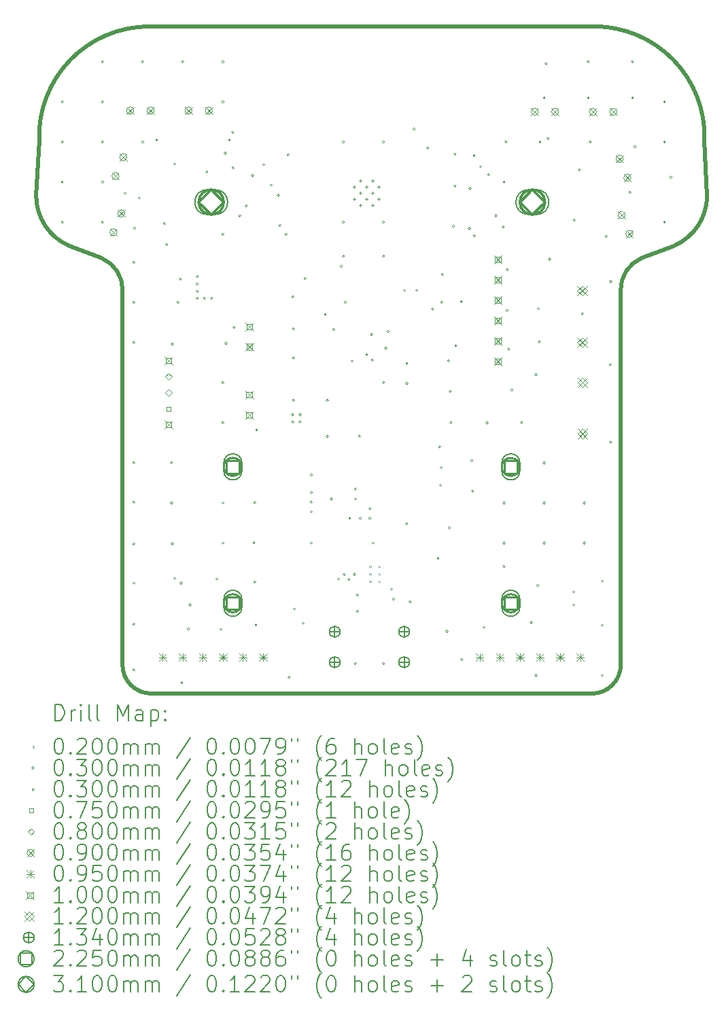
<source format=gbr>
%TF.GenerationSoftware,KiCad,Pcbnew,7.0.5*%
%TF.CreationDate,2023-06-03T10:59:01+02:00*%
%TF.ProjectId,electronix,656c6563-7472-46f6-9e69-782e6b696361,rev?*%
%TF.SameCoordinates,Original*%
%TF.FileFunction,Drillmap*%
%TF.FilePolarity,Positive*%
%FSLAX45Y45*%
G04 Gerber Fmt 4.5, Leading zero omitted, Abs format (unit mm)*
G04 Created by KiCad (PCBNEW 7.0.5) date 2023-06-03 10:59:01*
%MOMM*%
%LPD*%
G01*
G04 APERTURE LIST*
%ADD10C,0.500000*%
%ADD11C,0.200000*%
%ADD12C,0.020000*%
%ADD13C,0.030000*%
%ADD14C,0.075000*%
%ADD15C,0.080000*%
%ADD16C,0.090000*%
%ADD17C,0.095000*%
%ADD18C,0.100000*%
%ADD19C,0.120000*%
%ADD20C,0.134000*%
%ADD21C,0.225000*%
%ADD22C,0.310000*%
G04 APERTURE END LIST*
D10*
X16870373Y-8943938D02*
X16460000Y-9100000D01*
X16203794Y-9505765D02*
X16205442Y-14165442D01*
X17248399Y-7631711D02*
G75*
G03*
X15868769Y-6210000I-1374279J46651D01*
G01*
X15845442Y-14525442D02*
X10358558Y-14525442D01*
X8924000Y-8320000D02*
G75*
G03*
X9333627Y-8943938I680000J0D01*
G01*
X17248400Y-7631711D02*
X17280000Y-8320000D01*
X15845442Y-14525442D02*
G75*
G03*
X16205442Y-14165442I-2J360002D01*
G01*
X9333627Y-8943938D02*
X9744000Y-9100000D01*
X15868769Y-6210000D02*
X10334181Y-6210890D01*
X10334181Y-6210889D02*
G75*
G03*
X8960801Y-7631681I1J-1374173D01*
G01*
X8960800Y-7631681D02*
X8924000Y-8320000D01*
X10000206Y-9505765D02*
X9998558Y-14165442D01*
X16459998Y-9099996D02*
G75*
G03*
X16203794Y-9505765I172022J-392384D01*
G01*
X9998558Y-14165442D02*
G75*
G03*
X10358558Y-14525442I360002J2D01*
G01*
X10000202Y-9505765D02*
G75*
G03*
X9744000Y-9100000I-428222J13385D01*
G01*
X16870373Y-8943938D02*
G75*
G03*
X17280000Y-8320000I-270373J623938D01*
G01*
D11*
D12*
X13074400Y-12930700D02*
X13094400Y-12950700D01*
X13094400Y-12930700D02*
X13074400Y-12950700D01*
X13074400Y-13024700D02*
X13094400Y-13044700D01*
X13094400Y-13024700D02*
X13074400Y-13044700D01*
X13074400Y-13118700D02*
X13094400Y-13138700D01*
X13094400Y-13118700D02*
X13074400Y-13138700D01*
X13189400Y-12930700D02*
X13209400Y-12950700D01*
X13209400Y-12930700D02*
X13189400Y-12950700D01*
X13189400Y-13024700D02*
X13209400Y-13044700D01*
X13209400Y-13024700D02*
X13189400Y-13044700D01*
X13189400Y-13118700D02*
X13209400Y-13138700D01*
X13209400Y-13118700D02*
X13189400Y-13138700D01*
D13*
X9265000Y-7150000D02*
G75*
G03*
X9265000Y-7150000I-15000J0D01*
G01*
X9265000Y-7650000D02*
G75*
G03*
X9265000Y-7650000I-15000J0D01*
G01*
X9265000Y-8150000D02*
G75*
G03*
X9265000Y-8150000I-15000J0D01*
G01*
X9265000Y-8650000D02*
G75*
G03*
X9265000Y-8650000I-15000J0D01*
G01*
X9765000Y-6650000D02*
G75*
G03*
X9765000Y-6650000I-15000J0D01*
G01*
X9765000Y-7150000D02*
G75*
G03*
X9765000Y-7150000I-15000J0D01*
G01*
X9765000Y-7650000D02*
G75*
G03*
X9765000Y-7650000I-15000J0D01*
G01*
X9765000Y-8150000D02*
G75*
G03*
X9765000Y-8150000I-15000J0D01*
G01*
X9765000Y-8650000D02*
G75*
G03*
X9765000Y-8650000I-15000J0D01*
G01*
X10045000Y-8290000D02*
G75*
G03*
X10045000Y-8290000I-15000J0D01*
G01*
X10155000Y-9150000D02*
G75*
G03*
X10155000Y-9150000I-15000J0D01*
G01*
X10155000Y-9650000D02*
G75*
G03*
X10155000Y-9650000I-15000J0D01*
G01*
X10155000Y-10150000D02*
G75*
G03*
X10155000Y-10150000I-15000J0D01*
G01*
X10155000Y-11650000D02*
G75*
G03*
X10155000Y-11650000I-15000J0D01*
G01*
X10155000Y-12140000D02*
G75*
G03*
X10155000Y-12140000I-15000J0D01*
G01*
X10155000Y-12660000D02*
G75*
G03*
X10155000Y-12660000I-15000J0D01*
G01*
X10155000Y-13150000D02*
G75*
G03*
X10155000Y-13150000I-15000J0D01*
G01*
X10155000Y-13660000D02*
G75*
G03*
X10155000Y-13660000I-15000J0D01*
G01*
X10155000Y-14230000D02*
G75*
G03*
X10155000Y-14230000I-15000J0D01*
G01*
X10165000Y-8725000D02*
G75*
G03*
X10165000Y-8725000I-15000J0D01*
G01*
X10225000Y-8350000D02*
G75*
G03*
X10225000Y-8350000I-15000J0D01*
G01*
X10265000Y-6650000D02*
G75*
G03*
X10265000Y-6650000I-15000J0D01*
G01*
X10265000Y-7650000D02*
G75*
G03*
X10265000Y-7650000I-15000J0D01*
G01*
X10440000Y-7625000D02*
G75*
G03*
X10440000Y-7625000I-15000J0D01*
G01*
X10535000Y-8670000D02*
G75*
G03*
X10535000Y-8670000I-15000J0D01*
G01*
X10565000Y-8925000D02*
G75*
G03*
X10565000Y-8925000I-15000J0D01*
G01*
X10625000Y-11650000D02*
G75*
G03*
X10625000Y-11650000I-15000J0D01*
G01*
X10625000Y-12150000D02*
G75*
G03*
X10625000Y-12150000I-15000J0D01*
G01*
X10635000Y-10170000D02*
G75*
G03*
X10635000Y-10170000I-15000J0D01*
G01*
X10635000Y-12660000D02*
G75*
G03*
X10635000Y-12660000I-15000J0D01*
G01*
X10665000Y-7925000D02*
G75*
G03*
X10665000Y-7925000I-15000J0D01*
G01*
X10665000Y-13090000D02*
G75*
G03*
X10665000Y-13090000I-15000J0D01*
G01*
X10705000Y-9650000D02*
G75*
G03*
X10705000Y-9650000I-15000J0D01*
G01*
X10735000Y-9360000D02*
G75*
G03*
X10735000Y-9360000I-15000J0D01*
G01*
X10745000Y-13150000D02*
G75*
G03*
X10745000Y-13150000I-15000J0D01*
G01*
X10755000Y-14390000D02*
G75*
G03*
X10755000Y-14390000I-15000J0D01*
G01*
X10765000Y-6650000D02*
G75*
G03*
X10765000Y-6650000I-15000J0D01*
G01*
X10835000Y-13720000D02*
G75*
G03*
X10835000Y-13720000I-15000J0D01*
G01*
X10855000Y-13420000D02*
G75*
G03*
X10855000Y-13420000I-15000J0D01*
G01*
X10945000Y-9330000D02*
G75*
G03*
X10945000Y-9330000I-15000J0D01*
G01*
X10945000Y-9420000D02*
G75*
G03*
X10945000Y-9420000I-15000J0D01*
G01*
X10945000Y-9510000D02*
G75*
G03*
X10945000Y-9510000I-15000J0D01*
G01*
X10945000Y-9600000D02*
G75*
G03*
X10945000Y-9600000I-15000J0D01*
G01*
X11035000Y-9600000D02*
G75*
G03*
X11035000Y-9600000I-15000J0D01*
G01*
X11065000Y-8025000D02*
G75*
G03*
X11065000Y-8025000I-15000J0D01*
G01*
X11125000Y-9600000D02*
G75*
G03*
X11125000Y-9600000I-15000J0D01*
G01*
X11190000Y-13100000D02*
G75*
G03*
X11190000Y-13100000I-15000J0D01*
G01*
X11240000Y-13725000D02*
G75*
G03*
X11240000Y-13725000I-15000J0D01*
G01*
X11265000Y-6650000D02*
G75*
G03*
X11265000Y-6650000I-15000J0D01*
G01*
X11265000Y-7150000D02*
G75*
G03*
X11265000Y-7150000I-15000J0D01*
G01*
X11265000Y-8800000D02*
G75*
G03*
X11265000Y-8800000I-15000J0D01*
G01*
X11265000Y-10650000D02*
G75*
G03*
X11265000Y-10650000I-15000J0D01*
G01*
X11265000Y-11150000D02*
G75*
G03*
X11265000Y-11150000I-15000J0D01*
G01*
X11265000Y-12150000D02*
G75*
G03*
X11265000Y-12150000I-15000J0D01*
G01*
X11265000Y-12650000D02*
G75*
G03*
X11265000Y-12650000I-15000J0D01*
G01*
X11295000Y-7790000D02*
G75*
G03*
X11295000Y-7790000I-15000J0D01*
G01*
X11305000Y-10160000D02*
G75*
G03*
X11305000Y-10160000I-15000J0D01*
G01*
X11345000Y-7625000D02*
G75*
G03*
X11345000Y-7625000I-15000J0D01*
G01*
X11385000Y-7530000D02*
G75*
G03*
X11385000Y-7530000I-15000J0D01*
G01*
X11390000Y-7975000D02*
G75*
G03*
X11390000Y-7975000I-15000J0D01*
G01*
X11405000Y-9960000D02*
G75*
G03*
X11405000Y-9960000I-15000J0D01*
G01*
X11475000Y-8570000D02*
G75*
G03*
X11475000Y-8570000I-15000J0D01*
G01*
X11555000Y-8450000D02*
G75*
G03*
X11555000Y-8450000I-15000J0D01*
G01*
X11635000Y-8070000D02*
G75*
G03*
X11635000Y-8070000I-15000J0D01*
G01*
X11650000Y-12645000D02*
G75*
G03*
X11650000Y-12645000I-15000J0D01*
G01*
X11660000Y-12145000D02*
G75*
G03*
X11660000Y-12145000I-15000J0D01*
G01*
X11660000Y-13135000D02*
G75*
G03*
X11660000Y-13135000I-15000J0D01*
G01*
X11675000Y-13670000D02*
G75*
G03*
X11675000Y-13670000I-15000J0D01*
G01*
X11685000Y-11240000D02*
G75*
G03*
X11685000Y-11240000I-15000J0D01*
G01*
X11775000Y-7934100D02*
G75*
G03*
X11775000Y-7934100I-15000J0D01*
G01*
X11865000Y-8188100D02*
G75*
G03*
X11865000Y-8188100I-15000J0D01*
G01*
X11955000Y-8315100D02*
G75*
G03*
X11955000Y-8315100I-15000J0D01*
G01*
X11975000Y-8690000D02*
G75*
G03*
X11975000Y-8690000I-15000J0D01*
G01*
X12052350Y-8800000D02*
G75*
G03*
X12052350Y-8800000I-15000J0D01*
G01*
X12075000Y-7810000D02*
G75*
G03*
X12075000Y-7810000I-15000J0D01*
G01*
X12090000Y-14325000D02*
G75*
G03*
X12090000Y-14325000I-15000J0D01*
G01*
X12135000Y-9580000D02*
G75*
G03*
X12135000Y-9580000I-15000J0D01*
G01*
X12135000Y-11050000D02*
G75*
G03*
X12135000Y-11050000I-15000J0D01*
G01*
X12135000Y-11140000D02*
G75*
G03*
X12135000Y-11140000I-15000J0D01*
G01*
X12145000Y-9980000D02*
G75*
G03*
X12145000Y-9980000I-15000J0D01*
G01*
X12145000Y-10340000D02*
G75*
G03*
X12145000Y-10340000I-15000J0D01*
G01*
X12145000Y-10870000D02*
G75*
G03*
X12145000Y-10870000I-15000J0D01*
G01*
X12155000Y-13470000D02*
G75*
G03*
X12155000Y-13470000I-15000J0D01*
G01*
X12225000Y-11050000D02*
G75*
G03*
X12225000Y-11050000I-15000J0D01*
G01*
X12225000Y-11140000D02*
G75*
G03*
X12225000Y-11140000I-15000J0D01*
G01*
X12265000Y-13650000D02*
G75*
G03*
X12265000Y-13650000I-15000J0D01*
G01*
X12290000Y-9350000D02*
G75*
G03*
X12290000Y-9350000I-15000J0D01*
G01*
X12365000Y-11800000D02*
G75*
G03*
X12365000Y-11800000I-15000J0D01*
G01*
X12365000Y-12020000D02*
G75*
G03*
X12365000Y-12020000I-15000J0D01*
G01*
X12365000Y-12140000D02*
G75*
G03*
X12365000Y-12140000I-15000J0D01*
G01*
X12365000Y-12260000D02*
G75*
G03*
X12365000Y-12260000I-15000J0D01*
G01*
X12365000Y-12650000D02*
G75*
G03*
X12365000Y-12650000I-15000J0D01*
G01*
X12540000Y-9800000D02*
G75*
G03*
X12540000Y-9800000I-15000J0D01*
G01*
X12565000Y-10870000D02*
G75*
G03*
X12565000Y-10870000I-15000J0D01*
G01*
X12565000Y-11320000D02*
G75*
G03*
X12565000Y-11320000I-15000J0D01*
G01*
X12615000Y-12100000D02*
G75*
G03*
X12615000Y-12100000I-15000J0D01*
G01*
X12645000Y-9990000D02*
G75*
G03*
X12645000Y-9990000I-15000J0D01*
G01*
X12705000Y-13100000D02*
G75*
G03*
X12705000Y-13100000I-15000J0D01*
G01*
X12740000Y-9200000D02*
G75*
G03*
X12740000Y-9200000I-15000J0D01*
G01*
X12765000Y-7650000D02*
G75*
G03*
X12765000Y-7650000I-15000J0D01*
G01*
X12765000Y-8650000D02*
G75*
G03*
X12765000Y-8650000I-15000J0D01*
G01*
X12765000Y-9075000D02*
G75*
G03*
X12765000Y-9075000I-15000J0D01*
G01*
X12775000Y-13040000D02*
G75*
G03*
X12775000Y-13040000I-15000J0D01*
G01*
X12790000Y-9647300D02*
G75*
G03*
X12790000Y-9647300I-15000J0D01*
G01*
X12835000Y-13100000D02*
G75*
G03*
X12835000Y-13100000I-15000J0D01*
G01*
X12845000Y-12340000D02*
G75*
G03*
X12845000Y-12340000I-15000J0D01*
G01*
X12875000Y-10380000D02*
G75*
G03*
X12875000Y-10380000I-15000J0D01*
G01*
X12905000Y-13040000D02*
G75*
G03*
X12905000Y-13040000I-15000J0D01*
G01*
X12915000Y-11975000D02*
G75*
G03*
X12915000Y-11975000I-15000J0D01*
G01*
X12915000Y-12100000D02*
G75*
G03*
X12915000Y-12100000I-15000J0D01*
G01*
X12915000Y-14150000D02*
G75*
G03*
X12915000Y-14150000I-15000J0D01*
G01*
X12940000Y-13300000D02*
G75*
G03*
X12940000Y-13300000I-15000J0D01*
G01*
X12940000Y-13500000D02*
G75*
G03*
X12940000Y-13500000I-15000J0D01*
G01*
X12965000Y-11320000D02*
G75*
G03*
X12965000Y-11320000I-15000J0D01*
G01*
X12975000Y-12340000D02*
G75*
G03*
X12975000Y-12340000I-15000J0D01*
G01*
X13055000Y-10300000D02*
G75*
G03*
X13055000Y-10300000I-15000J0D01*
G01*
X13095000Y-12220000D02*
G75*
G03*
X13095000Y-12220000I-15000J0D01*
G01*
X13095000Y-12340000D02*
G75*
G03*
X13095000Y-12340000I-15000J0D01*
G01*
X13115000Y-10050000D02*
G75*
G03*
X13115000Y-10050000I-15000J0D01*
G01*
X13125000Y-10370000D02*
G75*
G03*
X13125000Y-10370000I-15000J0D01*
G01*
X13135000Y-12650000D02*
G75*
G03*
X13135000Y-12650000I-15000J0D01*
G01*
X13265000Y-7650000D02*
G75*
G03*
X13265000Y-7650000I-15000J0D01*
G01*
X13265000Y-8650000D02*
G75*
G03*
X13265000Y-8650000I-15000J0D01*
G01*
X13265000Y-9075000D02*
G75*
G03*
X13265000Y-9075000I-15000J0D01*
G01*
X13265000Y-10650000D02*
G75*
G03*
X13265000Y-10650000I-15000J0D01*
G01*
X13265000Y-14150000D02*
G75*
G03*
X13265000Y-14150000I-15000J0D01*
G01*
X13295000Y-10220000D02*
G75*
G03*
X13295000Y-10220000I-15000J0D01*
G01*
X13321736Y-10012350D02*
G75*
G03*
X13321736Y-10012350I-15000J0D01*
G01*
X13365000Y-13225000D02*
G75*
G03*
X13365000Y-13225000I-15000J0D01*
G01*
X13390000Y-13350000D02*
G75*
G03*
X13390000Y-13350000I-15000J0D01*
G01*
X13525000Y-9500000D02*
G75*
G03*
X13525000Y-9500000I-15000J0D01*
G01*
X13555000Y-10410000D02*
G75*
G03*
X13555000Y-10410000I-15000J0D01*
G01*
X13555000Y-10660000D02*
G75*
G03*
X13555000Y-10660000I-15000J0D01*
G01*
X13555000Y-12410000D02*
G75*
G03*
X13555000Y-12410000I-15000J0D01*
G01*
X13595000Y-13380000D02*
G75*
G03*
X13595000Y-13380000I-15000J0D01*
G01*
X13645000Y-7490000D02*
G75*
G03*
X13645000Y-7490000I-15000J0D01*
G01*
X13679810Y-9500000D02*
G75*
G03*
X13679810Y-9500000I-15000J0D01*
G01*
X13815000Y-7725000D02*
G75*
G03*
X13815000Y-7725000I-15000J0D01*
G01*
X13875000Y-9730000D02*
G75*
G03*
X13875000Y-9730000I-15000J0D01*
G01*
X13945000Y-12840000D02*
G75*
G03*
X13945000Y-12840000I-15000J0D01*
G01*
X13965000Y-11450000D02*
G75*
G03*
X13965000Y-11450000I-15000J0D01*
G01*
X13975000Y-11930000D02*
G75*
G03*
X13975000Y-11930000I-15000J0D01*
G01*
X13985000Y-11710000D02*
G75*
G03*
X13985000Y-11710000I-15000J0D01*
G01*
X13990000Y-9647300D02*
G75*
G03*
X13990000Y-9647300I-15000J0D01*
G01*
X13998700Y-9303700D02*
G75*
G03*
X13998700Y-9303700I-15000J0D01*
G01*
X14055000Y-13750000D02*
G75*
G03*
X14055000Y-13750000I-15000J0D01*
G01*
X14075000Y-10380000D02*
G75*
G03*
X14075000Y-10380000I-15000J0D01*
G01*
X14085000Y-12460000D02*
G75*
G03*
X14085000Y-12460000I-15000J0D01*
G01*
X14095000Y-10760000D02*
G75*
G03*
X14095000Y-10760000I-15000J0D01*
G01*
X14105000Y-11150000D02*
G75*
G03*
X14105000Y-11150000I-15000J0D01*
G01*
X14135000Y-8700000D02*
G75*
G03*
X14135000Y-8700000I-15000J0D01*
G01*
X14155000Y-7800000D02*
G75*
G03*
X14155000Y-7800000I-15000J0D01*
G01*
X14155000Y-8200000D02*
G75*
G03*
X14155000Y-8200000I-15000J0D01*
G01*
X14165000Y-10190000D02*
G75*
G03*
X14165000Y-10190000I-15000J0D01*
G01*
X14235000Y-9640000D02*
G75*
G03*
X14235000Y-9640000I-15000J0D01*
G01*
X14240000Y-14100000D02*
G75*
G03*
X14240000Y-14100000I-15000J0D01*
G01*
X14335000Y-8730000D02*
G75*
G03*
X14335000Y-8730000I-15000J0D01*
G01*
X14345000Y-8230000D02*
G75*
G03*
X14345000Y-8230000I-15000J0D01*
G01*
X14365000Y-11620000D02*
G75*
G03*
X14365000Y-11620000I-15000J0D01*
G01*
X14375000Y-12000000D02*
G75*
G03*
X14375000Y-12000000I-15000J0D01*
G01*
X14395000Y-7820000D02*
G75*
G03*
X14395000Y-7820000I-15000J0D01*
G01*
X14395000Y-8820000D02*
G75*
G03*
X14395000Y-8820000I-15000J0D01*
G01*
X14475000Y-7960000D02*
G75*
G03*
X14475000Y-7960000I-15000J0D01*
G01*
X14515000Y-13700000D02*
G75*
G03*
X14515000Y-13700000I-15000J0D01*
G01*
X14555000Y-11150000D02*
G75*
G03*
X14555000Y-11150000I-15000J0D01*
G01*
X14575000Y-8060000D02*
G75*
G03*
X14575000Y-8060000I-15000J0D01*
G01*
X14665000Y-8569100D02*
G75*
G03*
X14665000Y-8569100I-15000J0D01*
G01*
X14755000Y-8710000D02*
G75*
G03*
X14755000Y-8710000I-15000J0D01*
G01*
X14765000Y-8150000D02*
G75*
G03*
X14765000Y-8150000I-15000J0D01*
G01*
X14765000Y-12150000D02*
G75*
G03*
X14765000Y-12150000I-15000J0D01*
G01*
X14765000Y-12650000D02*
G75*
G03*
X14765000Y-12650000I-15000J0D01*
G01*
X14765000Y-12940000D02*
G75*
G03*
X14765000Y-12940000I-15000J0D01*
G01*
X14790000Y-7650000D02*
G75*
G03*
X14790000Y-7650000I-15000J0D01*
G01*
X14805000Y-9240000D02*
G75*
G03*
X14805000Y-9240000I-15000J0D01*
G01*
X14805000Y-9750000D02*
G75*
G03*
X14805000Y-9750000I-15000J0D01*
G01*
X14825000Y-10230000D02*
G75*
G03*
X14825000Y-10230000I-15000J0D01*
G01*
X14865000Y-10740000D02*
G75*
G03*
X14865000Y-10740000I-15000J0D01*
G01*
X14985000Y-11150000D02*
G75*
G03*
X14985000Y-11150000I-15000J0D01*
G01*
X15105000Y-13640000D02*
G75*
G03*
X15105000Y-13640000I-15000J0D01*
G01*
X15165000Y-10550000D02*
G75*
G03*
X15165000Y-10550000I-15000J0D01*
G01*
X15165000Y-14300000D02*
G75*
G03*
X15165000Y-14300000I-15000J0D01*
G01*
X15185000Y-13180000D02*
G75*
G03*
X15185000Y-13180000I-15000J0D01*
G01*
X15195000Y-9730000D02*
G75*
G03*
X15195000Y-9730000I-15000J0D01*
G01*
X15205000Y-10140000D02*
G75*
G03*
X15205000Y-10140000I-15000J0D01*
G01*
X15215000Y-7650000D02*
G75*
G03*
X15215000Y-7650000I-15000J0D01*
G01*
X15265000Y-7100000D02*
G75*
G03*
X15265000Y-7100000I-15000J0D01*
G01*
X15265000Y-11650000D02*
G75*
G03*
X15265000Y-11650000I-15000J0D01*
G01*
X15265000Y-12150000D02*
G75*
G03*
X15265000Y-12150000I-15000J0D01*
G01*
X15265000Y-12650000D02*
G75*
G03*
X15265000Y-12650000I-15000J0D01*
G01*
X15290000Y-6675000D02*
G75*
G03*
X15290000Y-6675000I-15000J0D01*
G01*
X15315000Y-7605190D02*
G75*
G03*
X15315000Y-7605190I-15000J0D01*
G01*
X15335000Y-9110000D02*
G75*
G03*
X15335000Y-9110000I-15000J0D01*
G01*
X15635000Y-13260000D02*
G75*
G03*
X15635000Y-13260000I-15000J0D01*
G01*
X15635000Y-13420000D02*
G75*
G03*
X15635000Y-13420000I-15000J0D01*
G01*
X15640000Y-8625000D02*
G75*
G03*
X15640000Y-8625000I-15000J0D01*
G01*
X15705000Y-8000000D02*
G75*
G03*
X15705000Y-8000000I-15000J0D01*
G01*
X15740750Y-9790750D02*
G75*
G03*
X15740750Y-9790750I-15000J0D01*
G01*
X15765000Y-12150000D02*
G75*
G03*
X15765000Y-12150000I-15000J0D01*
G01*
X15765000Y-12650000D02*
G75*
G03*
X15765000Y-12650000I-15000J0D01*
G01*
X15815000Y-6650000D02*
G75*
G03*
X15815000Y-6650000I-15000J0D01*
G01*
X15815000Y-7100000D02*
G75*
G03*
X15815000Y-7100000I-15000J0D01*
G01*
X15840000Y-7650000D02*
G75*
G03*
X15840000Y-7650000I-15000J0D01*
G01*
X15990000Y-13125000D02*
G75*
G03*
X15990000Y-13125000I-15000J0D01*
G01*
X15990000Y-13675000D02*
G75*
G03*
X15990000Y-13675000I-15000J0D01*
G01*
X15990000Y-14300000D02*
G75*
G03*
X15990000Y-14300000I-15000J0D01*
G01*
X16040000Y-8825000D02*
G75*
G03*
X16040000Y-8825000I-15000J0D01*
G01*
X16090000Y-10425000D02*
G75*
G03*
X16090000Y-10425000I-15000J0D01*
G01*
X16095000Y-9390000D02*
G75*
G03*
X16095000Y-9390000I-15000J0D01*
G01*
X16095000Y-11390000D02*
G75*
G03*
X16095000Y-11390000I-15000J0D01*
G01*
X16335000Y-8280000D02*
G75*
G03*
X16335000Y-8280000I-15000J0D01*
G01*
X16365000Y-6650000D02*
G75*
G03*
X16365000Y-6650000I-15000J0D01*
G01*
X16365000Y-7100000D02*
G75*
G03*
X16365000Y-7100000I-15000J0D01*
G01*
X16395000Y-7710000D02*
G75*
G03*
X16395000Y-7710000I-15000J0D01*
G01*
X16765000Y-7150000D02*
G75*
G03*
X16765000Y-7150000I-15000J0D01*
G01*
X16765000Y-7650000D02*
G75*
G03*
X16765000Y-7650000I-15000J0D01*
G01*
X16765000Y-8650000D02*
G75*
G03*
X16765000Y-8650000I-15000J0D01*
G01*
X16845000Y-8090000D02*
G75*
G03*
X16845000Y-8090000I-15000J0D01*
G01*
X12884100Y-8195850D02*
X12884100Y-8225850D01*
X12869100Y-8210850D02*
X12899100Y-8210850D01*
X12884100Y-8348350D02*
X12884100Y-8378350D01*
X12869100Y-8363350D02*
X12899100Y-8363350D01*
X12960350Y-8119600D02*
X12960350Y-8149600D01*
X12945350Y-8134600D02*
X12975350Y-8134600D01*
X12960350Y-8272100D02*
X12960350Y-8302100D01*
X12945350Y-8287100D02*
X12975350Y-8287100D01*
X12960350Y-8424600D02*
X12960350Y-8454600D01*
X12945350Y-8439600D02*
X12975350Y-8439600D01*
X13036600Y-8195850D02*
X13036600Y-8225850D01*
X13021600Y-8210850D02*
X13051600Y-8210850D01*
X13036600Y-8348350D02*
X13036600Y-8378350D01*
X13021600Y-8363350D02*
X13051600Y-8363350D01*
X13112850Y-8119600D02*
X13112850Y-8149600D01*
X13097850Y-8134600D02*
X13127850Y-8134600D01*
X13112850Y-8272100D02*
X13112850Y-8302100D01*
X13097850Y-8287100D02*
X13127850Y-8287100D01*
X13112850Y-8424600D02*
X13112850Y-8454600D01*
X13097850Y-8439600D02*
X13127850Y-8439600D01*
X13189100Y-8195850D02*
X13189100Y-8225850D01*
X13174100Y-8210850D02*
X13204100Y-8210850D01*
X13189100Y-8348350D02*
X13189100Y-8378350D01*
X13174100Y-8363350D02*
X13204100Y-8363350D01*
D14*
X10601517Y-11001517D02*
X10601517Y-10948483D01*
X10548483Y-10948483D01*
X10548483Y-11001517D01*
X10601517Y-11001517D01*
D15*
X10575000Y-10615000D02*
X10615000Y-10575000D01*
X10575000Y-10535000D01*
X10535000Y-10575000D01*
X10575000Y-10615000D01*
X10575000Y-10815000D02*
X10615000Y-10775000D01*
X10575000Y-10735000D01*
X10535000Y-10775000D01*
X10575000Y-10815000D01*
D16*
X9841927Y-8730322D02*
X9931927Y-8820322D01*
X9931927Y-8730322D02*
X9841927Y-8820322D01*
X9931927Y-8775322D02*
G75*
G03*
X9931927Y-8775322I-45000J0D01*
G01*
X9866927Y-8030322D02*
X9956927Y-8120322D01*
X9956927Y-8030322D02*
X9866927Y-8120322D01*
X9956927Y-8075322D02*
G75*
G03*
X9956927Y-8075322I-45000J0D01*
G01*
X9939128Y-8495656D02*
X10029128Y-8585656D01*
X10029128Y-8495656D02*
X9939128Y-8585656D01*
X10029128Y-8540656D02*
G75*
G03*
X10029128Y-8540656I-45000J0D01*
G01*
X9964128Y-7795656D02*
X10054128Y-7885656D01*
X10054128Y-7795656D02*
X9964128Y-7885656D01*
X10054128Y-7840656D02*
G75*
G03*
X10054128Y-7840656I-45000J0D01*
G01*
X10050400Y-7214700D02*
X10140400Y-7304700D01*
X10140400Y-7214700D02*
X10050400Y-7304700D01*
X10140400Y-7259700D02*
G75*
G03*
X10140400Y-7259700I-45000J0D01*
G01*
X10304400Y-7214700D02*
X10394400Y-7304700D01*
X10394400Y-7214700D02*
X10304400Y-7304700D01*
X10394400Y-7259700D02*
G75*
G03*
X10394400Y-7259700I-45000J0D01*
G01*
X10775400Y-7214700D02*
X10865400Y-7304700D01*
X10865400Y-7214700D02*
X10775400Y-7304700D01*
X10865400Y-7259700D02*
G75*
G03*
X10865400Y-7259700I-45000J0D01*
G01*
X11029400Y-7214700D02*
X11119400Y-7304700D01*
X11119400Y-7214700D02*
X11029400Y-7304700D01*
X11119400Y-7259700D02*
G75*
G03*
X11119400Y-7259700I-45000J0D01*
G01*
X15088856Y-7228045D02*
X15178856Y-7318045D01*
X15178856Y-7228045D02*
X15088856Y-7318045D01*
X15178856Y-7273045D02*
G75*
G03*
X15178856Y-7273045I-45000J0D01*
G01*
X15342856Y-7228045D02*
X15432856Y-7318045D01*
X15432856Y-7228045D02*
X15342856Y-7318045D01*
X15432856Y-7273045D02*
G75*
G03*
X15432856Y-7273045I-45000J0D01*
G01*
X15813756Y-7230445D02*
X15903756Y-7320445D01*
X15903756Y-7230445D02*
X15813756Y-7320445D01*
X15903756Y-7275445D02*
G75*
G03*
X15903756Y-7275445I-45000J0D01*
G01*
X16067756Y-7230445D02*
X16157756Y-7320445D01*
X16157756Y-7230445D02*
X16067756Y-7320445D01*
X16157756Y-7275445D02*
G75*
G03*
X16157756Y-7275445I-45000J0D01*
G01*
X16145554Y-7816080D02*
X16235554Y-7906080D01*
X16235554Y-7816080D02*
X16145554Y-7906080D01*
X16235554Y-7861080D02*
G75*
G03*
X16235554Y-7861080I-45000J0D01*
G01*
X16170554Y-8516080D02*
X16260554Y-8606080D01*
X16260554Y-8516080D02*
X16170554Y-8606080D01*
X16260554Y-8561080D02*
G75*
G03*
X16260554Y-8561080I-45000J0D01*
G01*
X16242756Y-8050745D02*
X16332756Y-8140745D01*
X16332756Y-8050745D02*
X16242756Y-8140745D01*
X16332756Y-8095745D02*
G75*
G03*
X16332756Y-8095745I-45000J0D01*
G01*
X16267756Y-8750746D02*
X16357756Y-8840746D01*
X16357756Y-8750746D02*
X16267756Y-8840746D01*
X16357756Y-8795746D02*
G75*
G03*
X16357756Y-8795746I-45000J0D01*
G01*
D17*
X10452500Y-14027500D02*
X10547500Y-14122500D01*
X10547500Y-14027500D02*
X10452500Y-14122500D01*
X10500000Y-14027500D02*
X10500000Y-14122500D01*
X10452500Y-14075000D02*
X10547500Y-14075000D01*
X10702500Y-14027500D02*
X10797500Y-14122500D01*
X10797500Y-14027500D02*
X10702500Y-14122500D01*
X10750000Y-14027500D02*
X10750000Y-14122500D01*
X10702500Y-14075000D02*
X10797500Y-14075000D01*
X10952500Y-14027500D02*
X11047500Y-14122500D01*
X11047500Y-14027500D02*
X10952500Y-14122500D01*
X11000000Y-14027500D02*
X11000000Y-14122500D01*
X10952500Y-14075000D02*
X11047500Y-14075000D01*
X11202500Y-14027500D02*
X11297500Y-14122500D01*
X11297500Y-14027500D02*
X11202500Y-14122500D01*
X11250000Y-14027500D02*
X11250000Y-14122500D01*
X11202500Y-14075000D02*
X11297500Y-14075000D01*
X11452500Y-14027500D02*
X11547500Y-14122500D01*
X11547500Y-14027500D02*
X11452500Y-14122500D01*
X11500000Y-14027500D02*
X11500000Y-14122500D01*
X11452500Y-14075000D02*
X11547500Y-14075000D01*
X11702500Y-14027500D02*
X11797500Y-14122500D01*
X11797500Y-14027500D02*
X11702500Y-14122500D01*
X11750000Y-14027500D02*
X11750000Y-14122500D01*
X11702500Y-14075000D02*
X11797500Y-14075000D01*
X14402500Y-14027500D02*
X14497500Y-14122500D01*
X14497500Y-14027500D02*
X14402500Y-14122500D01*
X14450000Y-14027500D02*
X14450000Y-14122500D01*
X14402500Y-14075000D02*
X14497500Y-14075000D01*
X14652500Y-14027500D02*
X14747500Y-14122500D01*
X14747500Y-14027500D02*
X14652500Y-14122500D01*
X14700000Y-14027500D02*
X14700000Y-14122500D01*
X14652500Y-14075000D02*
X14747500Y-14075000D01*
X14902500Y-14027500D02*
X14997500Y-14122500D01*
X14997500Y-14027500D02*
X14902500Y-14122500D01*
X14950000Y-14027500D02*
X14950000Y-14122500D01*
X14902500Y-14075000D02*
X14997500Y-14075000D01*
X15152500Y-14027500D02*
X15247500Y-14122500D01*
X15247500Y-14027500D02*
X15152500Y-14122500D01*
X15200000Y-14027500D02*
X15200000Y-14122500D01*
X15152500Y-14075000D02*
X15247500Y-14075000D01*
X15402500Y-14027500D02*
X15497500Y-14122500D01*
X15497500Y-14027500D02*
X15402500Y-14122500D01*
X15450000Y-14027500D02*
X15450000Y-14122500D01*
X15402500Y-14075000D02*
X15497500Y-14075000D01*
X15652500Y-14027500D02*
X15747500Y-14122500D01*
X15747500Y-14027500D02*
X15652500Y-14122500D01*
X15700000Y-14027500D02*
X15700000Y-14122500D01*
X15652500Y-14075000D02*
X15747500Y-14075000D01*
D18*
X10525000Y-10325000D02*
X10625000Y-10425000D01*
X10625000Y-10325000D02*
X10525000Y-10425000D01*
X10610356Y-10410356D02*
X10610356Y-10339644D01*
X10539644Y-10339644D01*
X10539644Y-10410356D01*
X10610356Y-10410356D01*
X10525000Y-11125000D02*
X10625000Y-11225000D01*
X10625000Y-11125000D02*
X10525000Y-11225000D01*
X10610356Y-11210356D02*
X10610356Y-11139644D01*
X10539644Y-11139644D01*
X10539644Y-11210356D01*
X10610356Y-11210356D01*
X11527500Y-10752500D02*
X11627500Y-10852500D01*
X11627500Y-10752500D02*
X11527500Y-10852500D01*
X11612856Y-10837856D02*
X11612856Y-10767144D01*
X11542144Y-10767144D01*
X11542144Y-10837856D01*
X11612856Y-10837856D01*
X11527500Y-11002500D02*
X11627500Y-11102500D01*
X11627500Y-11002500D02*
X11527500Y-11102500D01*
X11612856Y-11087856D02*
X11612856Y-11017144D01*
X11542144Y-11017144D01*
X11542144Y-11087856D01*
X11612856Y-11087856D01*
X11530000Y-9902500D02*
X11630000Y-10002500D01*
X11630000Y-9902500D02*
X11530000Y-10002500D01*
X11615356Y-9987856D02*
X11615356Y-9917144D01*
X11544644Y-9917144D01*
X11544644Y-9987856D01*
X11615356Y-9987856D01*
X11530000Y-10152500D02*
X11630000Y-10252500D01*
X11630000Y-10152500D02*
X11530000Y-10252500D01*
X11615356Y-10237856D02*
X11615356Y-10167144D01*
X11544644Y-10167144D01*
X11544644Y-10237856D01*
X11615356Y-10237856D01*
X14625000Y-9065000D02*
X14725000Y-9165000D01*
X14725000Y-9065000D02*
X14625000Y-9165000D01*
X14710356Y-9150356D02*
X14710356Y-9079644D01*
X14639644Y-9079644D01*
X14639644Y-9150356D01*
X14710356Y-9150356D01*
X14625000Y-9319000D02*
X14725000Y-9419000D01*
X14725000Y-9319000D02*
X14625000Y-9419000D01*
X14710356Y-9404356D02*
X14710356Y-9333644D01*
X14639644Y-9333644D01*
X14639644Y-9404356D01*
X14710356Y-9404356D01*
X14625000Y-9573000D02*
X14725000Y-9673000D01*
X14725000Y-9573000D02*
X14625000Y-9673000D01*
X14710356Y-9658356D02*
X14710356Y-9587644D01*
X14639644Y-9587644D01*
X14639644Y-9658356D01*
X14710356Y-9658356D01*
X14625000Y-9827000D02*
X14725000Y-9927000D01*
X14725000Y-9827000D02*
X14625000Y-9927000D01*
X14710356Y-9912356D02*
X14710356Y-9841644D01*
X14639644Y-9841644D01*
X14639644Y-9912356D01*
X14710356Y-9912356D01*
X14625000Y-10081000D02*
X14725000Y-10181000D01*
X14725000Y-10081000D02*
X14625000Y-10181000D01*
X14710356Y-10166356D02*
X14710356Y-10095644D01*
X14639644Y-10095644D01*
X14639644Y-10166356D01*
X14710356Y-10166356D01*
X14625000Y-10335000D02*
X14725000Y-10435000D01*
X14725000Y-10335000D02*
X14625000Y-10435000D01*
X14710356Y-10420356D02*
X14710356Y-10349644D01*
X14639644Y-10349644D01*
X14639644Y-10420356D01*
X14710356Y-10420356D01*
D19*
X15665750Y-9445750D02*
X15785750Y-9565750D01*
X15785750Y-9445750D02*
X15665750Y-9565750D01*
X15725750Y-9565750D02*
X15785750Y-9505750D01*
X15725750Y-9445750D01*
X15665750Y-9505750D01*
X15725750Y-9565750D01*
X15665750Y-10085750D02*
X15785750Y-10205750D01*
X15785750Y-10085750D02*
X15665750Y-10205750D01*
X15725750Y-10205750D02*
X15785750Y-10145750D01*
X15725750Y-10085750D01*
X15665750Y-10145750D01*
X15725750Y-10205750D01*
X15667500Y-10586750D02*
X15787500Y-10706750D01*
X15787500Y-10586750D02*
X15667500Y-10706750D01*
X15727500Y-10706750D02*
X15787500Y-10646750D01*
X15727500Y-10586750D01*
X15667500Y-10646750D01*
X15727500Y-10706750D01*
X15667500Y-11226750D02*
X15787500Y-11346750D01*
X15787500Y-11226750D02*
X15667500Y-11346750D01*
X15727500Y-11346750D02*
X15787500Y-11286750D01*
X15727500Y-11226750D01*
X15667500Y-11286750D01*
X15727500Y-11346750D01*
D20*
X12643000Y-13688000D02*
X12643000Y-13822000D01*
X12576000Y-13755000D02*
X12710000Y-13755000D01*
X12710000Y-13755000D02*
G75*
G03*
X12710000Y-13755000I-67000J0D01*
G01*
X12643000Y-14068000D02*
X12643000Y-14202000D01*
X12576000Y-14135000D02*
X12710000Y-14135000D01*
X12710000Y-14135000D02*
G75*
G03*
X12710000Y-14135000I-67000J0D01*
G01*
X13507000Y-13688000D02*
X13507000Y-13822000D01*
X13440000Y-13755000D02*
X13574000Y-13755000D01*
X13574000Y-13755000D02*
G75*
G03*
X13574000Y-13755000I-67000J0D01*
G01*
X13507000Y-14068000D02*
X13507000Y-14202000D01*
X13440000Y-14135000D02*
X13574000Y-14135000D01*
X13574000Y-14135000D02*
G75*
G03*
X13574000Y-14135000I-67000J0D01*
G01*
D21*
X11452900Y-11779550D02*
X11452900Y-11620450D01*
X11293800Y-11620450D01*
X11293800Y-11779550D01*
X11452900Y-11779550D01*
X11485850Y-11700000D02*
G75*
G03*
X11485850Y-11700000I-112500J0D01*
G01*
D11*
X11260850Y-11650000D02*
X11260850Y-11750000D01*
X11260850Y-11750000D02*
G75*
G03*
X11485850Y-11750000I112500J0D01*
G01*
X11485850Y-11750000D02*
X11485850Y-11650000D01*
X11485850Y-11650000D02*
G75*
G03*
X11260850Y-11650000I-112500J0D01*
G01*
D21*
X11452900Y-13479550D02*
X11452900Y-13320450D01*
X11293800Y-13320450D01*
X11293800Y-13479550D01*
X11452900Y-13479550D01*
X11485850Y-13400000D02*
G75*
G03*
X11485850Y-13400000I-112500J0D01*
G01*
D11*
X11260850Y-13350000D02*
X11260850Y-13450000D01*
X11260850Y-13450000D02*
G75*
G03*
X11485850Y-13450000I112500J0D01*
G01*
X11485850Y-13450000D02*
X11485850Y-13350000D01*
X11485850Y-13350000D02*
G75*
G03*
X11260850Y-13350000I-112500J0D01*
G01*
D21*
X14915400Y-11779550D02*
X14915400Y-11620450D01*
X14756300Y-11620450D01*
X14756300Y-11779550D01*
X14915400Y-11779550D01*
X14948350Y-11700000D02*
G75*
G03*
X14948350Y-11700000I-112500J0D01*
G01*
D11*
X14948350Y-11750000D02*
X14948350Y-11650000D01*
X14948350Y-11650000D02*
G75*
G03*
X14723350Y-11650000I-112500J0D01*
G01*
X14723350Y-11650000D02*
X14723350Y-11750000D01*
X14723350Y-11750000D02*
G75*
G03*
X14948350Y-11750000I112500J0D01*
G01*
D21*
X14915400Y-13479550D02*
X14915400Y-13320450D01*
X14756300Y-13320450D01*
X14756300Y-13479550D01*
X14915400Y-13479550D01*
X14948350Y-13400000D02*
G75*
G03*
X14948350Y-13400000I-112500J0D01*
G01*
D11*
X14948350Y-13450000D02*
X14948350Y-13350000D01*
X14948350Y-13350000D02*
G75*
G03*
X14723350Y-13350000I-112500J0D01*
G01*
X14723350Y-13350000D02*
X14723350Y-13450000D01*
X14723350Y-13450000D02*
G75*
G03*
X14948350Y-13450000I112500J0D01*
G01*
D22*
X11104600Y-8555000D02*
X11259600Y-8400000D01*
X11104600Y-8245000D01*
X10949600Y-8400000D01*
X11104600Y-8555000D01*
X11259600Y-8400000D02*
G75*
G03*
X11259600Y-8400000I-155000J0D01*
G01*
D11*
X11154600Y-8245000D02*
X11054600Y-8245000D01*
X11054600Y-8245000D02*
G75*
G03*
X11054600Y-8555000I0J-155000D01*
G01*
X11054600Y-8555000D02*
X11154600Y-8555000D01*
X11154600Y-8555000D02*
G75*
G03*
X11154600Y-8245000I0J155000D01*
G01*
D22*
X15104600Y-8555000D02*
X15259600Y-8400000D01*
X15104600Y-8245000D01*
X14949600Y-8400000D01*
X15104600Y-8555000D01*
X15259600Y-8400000D02*
G75*
G03*
X15259600Y-8400000I-155000J0D01*
G01*
D11*
X15154600Y-8245000D02*
X15054600Y-8245000D01*
X15054600Y-8245000D02*
G75*
G03*
X15054600Y-8555000I0J-155000D01*
G01*
X15054600Y-8555000D02*
X15154600Y-8555000D01*
X15154600Y-8555000D02*
G75*
G03*
X15154600Y-8245000I0J155000D01*
G01*
X9159777Y-14861925D02*
X9159777Y-14661925D01*
X9159777Y-14661925D02*
X9207396Y-14661925D01*
X9207396Y-14661925D02*
X9235967Y-14671449D01*
X9235967Y-14671449D02*
X9255015Y-14690497D01*
X9255015Y-14690497D02*
X9264539Y-14709544D01*
X9264539Y-14709544D02*
X9274063Y-14747640D01*
X9274063Y-14747640D02*
X9274063Y-14776211D01*
X9274063Y-14776211D02*
X9264539Y-14814306D01*
X9264539Y-14814306D02*
X9255015Y-14833354D01*
X9255015Y-14833354D02*
X9235967Y-14852402D01*
X9235967Y-14852402D02*
X9207396Y-14861925D01*
X9207396Y-14861925D02*
X9159777Y-14861925D01*
X9359777Y-14861925D02*
X9359777Y-14728592D01*
X9359777Y-14766687D02*
X9369301Y-14747640D01*
X9369301Y-14747640D02*
X9378824Y-14738116D01*
X9378824Y-14738116D02*
X9397872Y-14728592D01*
X9397872Y-14728592D02*
X9416920Y-14728592D01*
X9483586Y-14861925D02*
X9483586Y-14728592D01*
X9483586Y-14661925D02*
X9474063Y-14671449D01*
X9474063Y-14671449D02*
X9483586Y-14680973D01*
X9483586Y-14680973D02*
X9493110Y-14671449D01*
X9493110Y-14671449D02*
X9483586Y-14661925D01*
X9483586Y-14661925D02*
X9483586Y-14680973D01*
X9607396Y-14861925D02*
X9588348Y-14852402D01*
X9588348Y-14852402D02*
X9578824Y-14833354D01*
X9578824Y-14833354D02*
X9578824Y-14661925D01*
X9712158Y-14861925D02*
X9693110Y-14852402D01*
X9693110Y-14852402D02*
X9683586Y-14833354D01*
X9683586Y-14833354D02*
X9683586Y-14661925D01*
X9940729Y-14861925D02*
X9940729Y-14661925D01*
X9940729Y-14661925D02*
X10007396Y-14804782D01*
X10007396Y-14804782D02*
X10074063Y-14661925D01*
X10074063Y-14661925D02*
X10074063Y-14861925D01*
X10255015Y-14861925D02*
X10255015Y-14757163D01*
X10255015Y-14757163D02*
X10245491Y-14738116D01*
X10245491Y-14738116D02*
X10226444Y-14728592D01*
X10226444Y-14728592D02*
X10188348Y-14728592D01*
X10188348Y-14728592D02*
X10169301Y-14738116D01*
X10255015Y-14852402D02*
X10235967Y-14861925D01*
X10235967Y-14861925D02*
X10188348Y-14861925D01*
X10188348Y-14861925D02*
X10169301Y-14852402D01*
X10169301Y-14852402D02*
X10159777Y-14833354D01*
X10159777Y-14833354D02*
X10159777Y-14814306D01*
X10159777Y-14814306D02*
X10169301Y-14795259D01*
X10169301Y-14795259D02*
X10188348Y-14785735D01*
X10188348Y-14785735D02*
X10235967Y-14785735D01*
X10235967Y-14785735D02*
X10255015Y-14776211D01*
X10350253Y-14728592D02*
X10350253Y-14928592D01*
X10350253Y-14738116D02*
X10369301Y-14728592D01*
X10369301Y-14728592D02*
X10407396Y-14728592D01*
X10407396Y-14728592D02*
X10426444Y-14738116D01*
X10426444Y-14738116D02*
X10435967Y-14747640D01*
X10435967Y-14747640D02*
X10445491Y-14766687D01*
X10445491Y-14766687D02*
X10445491Y-14823830D01*
X10445491Y-14823830D02*
X10435967Y-14842878D01*
X10435967Y-14842878D02*
X10426444Y-14852402D01*
X10426444Y-14852402D02*
X10407396Y-14861925D01*
X10407396Y-14861925D02*
X10369301Y-14861925D01*
X10369301Y-14861925D02*
X10350253Y-14852402D01*
X10531205Y-14842878D02*
X10540729Y-14852402D01*
X10540729Y-14852402D02*
X10531205Y-14861925D01*
X10531205Y-14861925D02*
X10521682Y-14852402D01*
X10521682Y-14852402D02*
X10531205Y-14842878D01*
X10531205Y-14842878D02*
X10531205Y-14861925D01*
X10531205Y-14738116D02*
X10540729Y-14747640D01*
X10540729Y-14747640D02*
X10531205Y-14757163D01*
X10531205Y-14757163D02*
X10521682Y-14747640D01*
X10521682Y-14747640D02*
X10531205Y-14738116D01*
X10531205Y-14738116D02*
X10531205Y-14757163D01*
D12*
X8879000Y-15180442D02*
X8899000Y-15200442D01*
X8899000Y-15180442D02*
X8879000Y-15200442D01*
D11*
X9197872Y-15081925D02*
X9216920Y-15081925D01*
X9216920Y-15081925D02*
X9235967Y-15091449D01*
X9235967Y-15091449D02*
X9245491Y-15100973D01*
X9245491Y-15100973D02*
X9255015Y-15120021D01*
X9255015Y-15120021D02*
X9264539Y-15158116D01*
X9264539Y-15158116D02*
X9264539Y-15205735D01*
X9264539Y-15205735D02*
X9255015Y-15243830D01*
X9255015Y-15243830D02*
X9245491Y-15262878D01*
X9245491Y-15262878D02*
X9235967Y-15272402D01*
X9235967Y-15272402D02*
X9216920Y-15281925D01*
X9216920Y-15281925D02*
X9197872Y-15281925D01*
X9197872Y-15281925D02*
X9178824Y-15272402D01*
X9178824Y-15272402D02*
X9169301Y-15262878D01*
X9169301Y-15262878D02*
X9159777Y-15243830D01*
X9159777Y-15243830D02*
X9150253Y-15205735D01*
X9150253Y-15205735D02*
X9150253Y-15158116D01*
X9150253Y-15158116D02*
X9159777Y-15120021D01*
X9159777Y-15120021D02*
X9169301Y-15100973D01*
X9169301Y-15100973D02*
X9178824Y-15091449D01*
X9178824Y-15091449D02*
X9197872Y-15081925D01*
X9350253Y-15262878D02*
X9359777Y-15272402D01*
X9359777Y-15272402D02*
X9350253Y-15281925D01*
X9350253Y-15281925D02*
X9340729Y-15272402D01*
X9340729Y-15272402D02*
X9350253Y-15262878D01*
X9350253Y-15262878D02*
X9350253Y-15281925D01*
X9435967Y-15100973D02*
X9445491Y-15091449D01*
X9445491Y-15091449D02*
X9464539Y-15081925D01*
X9464539Y-15081925D02*
X9512158Y-15081925D01*
X9512158Y-15081925D02*
X9531205Y-15091449D01*
X9531205Y-15091449D02*
X9540729Y-15100973D01*
X9540729Y-15100973D02*
X9550253Y-15120021D01*
X9550253Y-15120021D02*
X9550253Y-15139068D01*
X9550253Y-15139068D02*
X9540729Y-15167640D01*
X9540729Y-15167640D02*
X9426444Y-15281925D01*
X9426444Y-15281925D02*
X9550253Y-15281925D01*
X9674063Y-15081925D02*
X9693110Y-15081925D01*
X9693110Y-15081925D02*
X9712158Y-15091449D01*
X9712158Y-15091449D02*
X9721682Y-15100973D01*
X9721682Y-15100973D02*
X9731205Y-15120021D01*
X9731205Y-15120021D02*
X9740729Y-15158116D01*
X9740729Y-15158116D02*
X9740729Y-15205735D01*
X9740729Y-15205735D02*
X9731205Y-15243830D01*
X9731205Y-15243830D02*
X9721682Y-15262878D01*
X9721682Y-15262878D02*
X9712158Y-15272402D01*
X9712158Y-15272402D02*
X9693110Y-15281925D01*
X9693110Y-15281925D02*
X9674063Y-15281925D01*
X9674063Y-15281925D02*
X9655015Y-15272402D01*
X9655015Y-15272402D02*
X9645491Y-15262878D01*
X9645491Y-15262878D02*
X9635967Y-15243830D01*
X9635967Y-15243830D02*
X9626444Y-15205735D01*
X9626444Y-15205735D02*
X9626444Y-15158116D01*
X9626444Y-15158116D02*
X9635967Y-15120021D01*
X9635967Y-15120021D02*
X9645491Y-15100973D01*
X9645491Y-15100973D02*
X9655015Y-15091449D01*
X9655015Y-15091449D02*
X9674063Y-15081925D01*
X9864539Y-15081925D02*
X9883586Y-15081925D01*
X9883586Y-15081925D02*
X9902634Y-15091449D01*
X9902634Y-15091449D02*
X9912158Y-15100973D01*
X9912158Y-15100973D02*
X9921682Y-15120021D01*
X9921682Y-15120021D02*
X9931205Y-15158116D01*
X9931205Y-15158116D02*
X9931205Y-15205735D01*
X9931205Y-15205735D02*
X9921682Y-15243830D01*
X9921682Y-15243830D02*
X9912158Y-15262878D01*
X9912158Y-15262878D02*
X9902634Y-15272402D01*
X9902634Y-15272402D02*
X9883586Y-15281925D01*
X9883586Y-15281925D02*
X9864539Y-15281925D01*
X9864539Y-15281925D02*
X9845491Y-15272402D01*
X9845491Y-15272402D02*
X9835967Y-15262878D01*
X9835967Y-15262878D02*
X9826444Y-15243830D01*
X9826444Y-15243830D02*
X9816920Y-15205735D01*
X9816920Y-15205735D02*
X9816920Y-15158116D01*
X9816920Y-15158116D02*
X9826444Y-15120021D01*
X9826444Y-15120021D02*
X9835967Y-15100973D01*
X9835967Y-15100973D02*
X9845491Y-15091449D01*
X9845491Y-15091449D02*
X9864539Y-15081925D01*
X10016920Y-15281925D02*
X10016920Y-15148592D01*
X10016920Y-15167640D02*
X10026444Y-15158116D01*
X10026444Y-15158116D02*
X10045491Y-15148592D01*
X10045491Y-15148592D02*
X10074063Y-15148592D01*
X10074063Y-15148592D02*
X10093110Y-15158116D01*
X10093110Y-15158116D02*
X10102634Y-15177163D01*
X10102634Y-15177163D02*
X10102634Y-15281925D01*
X10102634Y-15177163D02*
X10112158Y-15158116D01*
X10112158Y-15158116D02*
X10131205Y-15148592D01*
X10131205Y-15148592D02*
X10159777Y-15148592D01*
X10159777Y-15148592D02*
X10178825Y-15158116D01*
X10178825Y-15158116D02*
X10188348Y-15177163D01*
X10188348Y-15177163D02*
X10188348Y-15281925D01*
X10283586Y-15281925D02*
X10283586Y-15148592D01*
X10283586Y-15167640D02*
X10293110Y-15158116D01*
X10293110Y-15158116D02*
X10312158Y-15148592D01*
X10312158Y-15148592D02*
X10340729Y-15148592D01*
X10340729Y-15148592D02*
X10359777Y-15158116D01*
X10359777Y-15158116D02*
X10369301Y-15177163D01*
X10369301Y-15177163D02*
X10369301Y-15281925D01*
X10369301Y-15177163D02*
X10378825Y-15158116D01*
X10378825Y-15158116D02*
X10397872Y-15148592D01*
X10397872Y-15148592D02*
X10426444Y-15148592D01*
X10426444Y-15148592D02*
X10445491Y-15158116D01*
X10445491Y-15158116D02*
X10455015Y-15177163D01*
X10455015Y-15177163D02*
X10455015Y-15281925D01*
X10845491Y-15072402D02*
X10674063Y-15329544D01*
X11102634Y-15081925D02*
X11121682Y-15081925D01*
X11121682Y-15081925D02*
X11140729Y-15091449D01*
X11140729Y-15091449D02*
X11150253Y-15100973D01*
X11150253Y-15100973D02*
X11159777Y-15120021D01*
X11159777Y-15120021D02*
X11169301Y-15158116D01*
X11169301Y-15158116D02*
X11169301Y-15205735D01*
X11169301Y-15205735D02*
X11159777Y-15243830D01*
X11159777Y-15243830D02*
X11150253Y-15262878D01*
X11150253Y-15262878D02*
X11140729Y-15272402D01*
X11140729Y-15272402D02*
X11121682Y-15281925D01*
X11121682Y-15281925D02*
X11102634Y-15281925D01*
X11102634Y-15281925D02*
X11083587Y-15272402D01*
X11083587Y-15272402D02*
X11074063Y-15262878D01*
X11074063Y-15262878D02*
X11064539Y-15243830D01*
X11064539Y-15243830D02*
X11055015Y-15205735D01*
X11055015Y-15205735D02*
X11055015Y-15158116D01*
X11055015Y-15158116D02*
X11064539Y-15120021D01*
X11064539Y-15120021D02*
X11074063Y-15100973D01*
X11074063Y-15100973D02*
X11083587Y-15091449D01*
X11083587Y-15091449D02*
X11102634Y-15081925D01*
X11255015Y-15262878D02*
X11264539Y-15272402D01*
X11264539Y-15272402D02*
X11255015Y-15281925D01*
X11255015Y-15281925D02*
X11245491Y-15272402D01*
X11245491Y-15272402D02*
X11255015Y-15262878D01*
X11255015Y-15262878D02*
X11255015Y-15281925D01*
X11388348Y-15081925D02*
X11407396Y-15081925D01*
X11407396Y-15081925D02*
X11426444Y-15091449D01*
X11426444Y-15091449D02*
X11435967Y-15100973D01*
X11435967Y-15100973D02*
X11445491Y-15120021D01*
X11445491Y-15120021D02*
X11455015Y-15158116D01*
X11455015Y-15158116D02*
X11455015Y-15205735D01*
X11455015Y-15205735D02*
X11445491Y-15243830D01*
X11445491Y-15243830D02*
X11435967Y-15262878D01*
X11435967Y-15262878D02*
X11426444Y-15272402D01*
X11426444Y-15272402D02*
X11407396Y-15281925D01*
X11407396Y-15281925D02*
X11388348Y-15281925D01*
X11388348Y-15281925D02*
X11369301Y-15272402D01*
X11369301Y-15272402D02*
X11359777Y-15262878D01*
X11359777Y-15262878D02*
X11350253Y-15243830D01*
X11350253Y-15243830D02*
X11340729Y-15205735D01*
X11340729Y-15205735D02*
X11340729Y-15158116D01*
X11340729Y-15158116D02*
X11350253Y-15120021D01*
X11350253Y-15120021D02*
X11359777Y-15100973D01*
X11359777Y-15100973D02*
X11369301Y-15091449D01*
X11369301Y-15091449D02*
X11388348Y-15081925D01*
X11578825Y-15081925D02*
X11597872Y-15081925D01*
X11597872Y-15081925D02*
X11616920Y-15091449D01*
X11616920Y-15091449D02*
X11626444Y-15100973D01*
X11626444Y-15100973D02*
X11635967Y-15120021D01*
X11635967Y-15120021D02*
X11645491Y-15158116D01*
X11645491Y-15158116D02*
X11645491Y-15205735D01*
X11645491Y-15205735D02*
X11635967Y-15243830D01*
X11635967Y-15243830D02*
X11626444Y-15262878D01*
X11626444Y-15262878D02*
X11616920Y-15272402D01*
X11616920Y-15272402D02*
X11597872Y-15281925D01*
X11597872Y-15281925D02*
X11578825Y-15281925D01*
X11578825Y-15281925D02*
X11559777Y-15272402D01*
X11559777Y-15272402D02*
X11550253Y-15262878D01*
X11550253Y-15262878D02*
X11540729Y-15243830D01*
X11540729Y-15243830D02*
X11531206Y-15205735D01*
X11531206Y-15205735D02*
X11531206Y-15158116D01*
X11531206Y-15158116D02*
X11540729Y-15120021D01*
X11540729Y-15120021D02*
X11550253Y-15100973D01*
X11550253Y-15100973D02*
X11559777Y-15091449D01*
X11559777Y-15091449D02*
X11578825Y-15081925D01*
X11712158Y-15081925D02*
X11845491Y-15081925D01*
X11845491Y-15081925D02*
X11759777Y-15281925D01*
X11931206Y-15281925D02*
X11969301Y-15281925D01*
X11969301Y-15281925D02*
X11988348Y-15272402D01*
X11988348Y-15272402D02*
X11997872Y-15262878D01*
X11997872Y-15262878D02*
X12016920Y-15234306D01*
X12016920Y-15234306D02*
X12026444Y-15196211D01*
X12026444Y-15196211D02*
X12026444Y-15120021D01*
X12026444Y-15120021D02*
X12016920Y-15100973D01*
X12016920Y-15100973D02*
X12007396Y-15091449D01*
X12007396Y-15091449D02*
X11988348Y-15081925D01*
X11988348Y-15081925D02*
X11950253Y-15081925D01*
X11950253Y-15081925D02*
X11931206Y-15091449D01*
X11931206Y-15091449D02*
X11921682Y-15100973D01*
X11921682Y-15100973D02*
X11912158Y-15120021D01*
X11912158Y-15120021D02*
X11912158Y-15167640D01*
X11912158Y-15167640D02*
X11921682Y-15186687D01*
X11921682Y-15186687D02*
X11931206Y-15196211D01*
X11931206Y-15196211D02*
X11950253Y-15205735D01*
X11950253Y-15205735D02*
X11988348Y-15205735D01*
X11988348Y-15205735D02*
X12007396Y-15196211D01*
X12007396Y-15196211D02*
X12016920Y-15186687D01*
X12016920Y-15186687D02*
X12026444Y-15167640D01*
X12102634Y-15081925D02*
X12102634Y-15120021D01*
X12178825Y-15081925D02*
X12178825Y-15120021D01*
X12474063Y-15358116D02*
X12464539Y-15348592D01*
X12464539Y-15348592D02*
X12445491Y-15320021D01*
X12445491Y-15320021D02*
X12435968Y-15300973D01*
X12435968Y-15300973D02*
X12426444Y-15272402D01*
X12426444Y-15272402D02*
X12416920Y-15224782D01*
X12416920Y-15224782D02*
X12416920Y-15186687D01*
X12416920Y-15186687D02*
X12426444Y-15139068D01*
X12426444Y-15139068D02*
X12435968Y-15110497D01*
X12435968Y-15110497D02*
X12445491Y-15091449D01*
X12445491Y-15091449D02*
X12464539Y-15062878D01*
X12464539Y-15062878D02*
X12474063Y-15053354D01*
X12635968Y-15081925D02*
X12597872Y-15081925D01*
X12597872Y-15081925D02*
X12578825Y-15091449D01*
X12578825Y-15091449D02*
X12569301Y-15100973D01*
X12569301Y-15100973D02*
X12550253Y-15129544D01*
X12550253Y-15129544D02*
X12540729Y-15167640D01*
X12540729Y-15167640D02*
X12540729Y-15243830D01*
X12540729Y-15243830D02*
X12550253Y-15262878D01*
X12550253Y-15262878D02*
X12559777Y-15272402D01*
X12559777Y-15272402D02*
X12578825Y-15281925D01*
X12578825Y-15281925D02*
X12616920Y-15281925D01*
X12616920Y-15281925D02*
X12635968Y-15272402D01*
X12635968Y-15272402D02*
X12645491Y-15262878D01*
X12645491Y-15262878D02*
X12655015Y-15243830D01*
X12655015Y-15243830D02*
X12655015Y-15196211D01*
X12655015Y-15196211D02*
X12645491Y-15177163D01*
X12645491Y-15177163D02*
X12635968Y-15167640D01*
X12635968Y-15167640D02*
X12616920Y-15158116D01*
X12616920Y-15158116D02*
X12578825Y-15158116D01*
X12578825Y-15158116D02*
X12559777Y-15167640D01*
X12559777Y-15167640D02*
X12550253Y-15177163D01*
X12550253Y-15177163D02*
X12540729Y-15196211D01*
X12893110Y-15281925D02*
X12893110Y-15081925D01*
X12978825Y-15281925D02*
X12978825Y-15177163D01*
X12978825Y-15177163D02*
X12969301Y-15158116D01*
X12969301Y-15158116D02*
X12950253Y-15148592D01*
X12950253Y-15148592D02*
X12921682Y-15148592D01*
X12921682Y-15148592D02*
X12902634Y-15158116D01*
X12902634Y-15158116D02*
X12893110Y-15167640D01*
X13102634Y-15281925D02*
X13083587Y-15272402D01*
X13083587Y-15272402D02*
X13074063Y-15262878D01*
X13074063Y-15262878D02*
X13064539Y-15243830D01*
X13064539Y-15243830D02*
X13064539Y-15186687D01*
X13064539Y-15186687D02*
X13074063Y-15167640D01*
X13074063Y-15167640D02*
X13083587Y-15158116D01*
X13083587Y-15158116D02*
X13102634Y-15148592D01*
X13102634Y-15148592D02*
X13131206Y-15148592D01*
X13131206Y-15148592D02*
X13150253Y-15158116D01*
X13150253Y-15158116D02*
X13159777Y-15167640D01*
X13159777Y-15167640D02*
X13169301Y-15186687D01*
X13169301Y-15186687D02*
X13169301Y-15243830D01*
X13169301Y-15243830D02*
X13159777Y-15262878D01*
X13159777Y-15262878D02*
X13150253Y-15272402D01*
X13150253Y-15272402D02*
X13131206Y-15281925D01*
X13131206Y-15281925D02*
X13102634Y-15281925D01*
X13283587Y-15281925D02*
X13264539Y-15272402D01*
X13264539Y-15272402D02*
X13255015Y-15253354D01*
X13255015Y-15253354D02*
X13255015Y-15081925D01*
X13435968Y-15272402D02*
X13416920Y-15281925D01*
X13416920Y-15281925D02*
X13378825Y-15281925D01*
X13378825Y-15281925D02*
X13359777Y-15272402D01*
X13359777Y-15272402D02*
X13350253Y-15253354D01*
X13350253Y-15253354D02*
X13350253Y-15177163D01*
X13350253Y-15177163D02*
X13359777Y-15158116D01*
X13359777Y-15158116D02*
X13378825Y-15148592D01*
X13378825Y-15148592D02*
X13416920Y-15148592D01*
X13416920Y-15148592D02*
X13435968Y-15158116D01*
X13435968Y-15158116D02*
X13445491Y-15177163D01*
X13445491Y-15177163D02*
X13445491Y-15196211D01*
X13445491Y-15196211D02*
X13350253Y-15215259D01*
X13521682Y-15272402D02*
X13540730Y-15281925D01*
X13540730Y-15281925D02*
X13578825Y-15281925D01*
X13578825Y-15281925D02*
X13597872Y-15272402D01*
X13597872Y-15272402D02*
X13607396Y-15253354D01*
X13607396Y-15253354D02*
X13607396Y-15243830D01*
X13607396Y-15243830D02*
X13597872Y-15224782D01*
X13597872Y-15224782D02*
X13578825Y-15215259D01*
X13578825Y-15215259D02*
X13550253Y-15215259D01*
X13550253Y-15215259D02*
X13531206Y-15205735D01*
X13531206Y-15205735D02*
X13521682Y-15186687D01*
X13521682Y-15186687D02*
X13521682Y-15177163D01*
X13521682Y-15177163D02*
X13531206Y-15158116D01*
X13531206Y-15158116D02*
X13550253Y-15148592D01*
X13550253Y-15148592D02*
X13578825Y-15148592D01*
X13578825Y-15148592D02*
X13597872Y-15158116D01*
X13674063Y-15358116D02*
X13683587Y-15348592D01*
X13683587Y-15348592D02*
X13702634Y-15320021D01*
X13702634Y-15320021D02*
X13712158Y-15300973D01*
X13712158Y-15300973D02*
X13721682Y-15272402D01*
X13721682Y-15272402D02*
X13731206Y-15224782D01*
X13731206Y-15224782D02*
X13731206Y-15186687D01*
X13731206Y-15186687D02*
X13721682Y-15139068D01*
X13721682Y-15139068D02*
X13712158Y-15110497D01*
X13712158Y-15110497D02*
X13702634Y-15091449D01*
X13702634Y-15091449D02*
X13683587Y-15062878D01*
X13683587Y-15062878D02*
X13674063Y-15053354D01*
D13*
X8899000Y-15454442D02*
G75*
G03*
X8899000Y-15454442I-15000J0D01*
G01*
D11*
X9197872Y-15345925D02*
X9216920Y-15345925D01*
X9216920Y-15345925D02*
X9235967Y-15355449D01*
X9235967Y-15355449D02*
X9245491Y-15364973D01*
X9245491Y-15364973D02*
X9255015Y-15384021D01*
X9255015Y-15384021D02*
X9264539Y-15422116D01*
X9264539Y-15422116D02*
X9264539Y-15469735D01*
X9264539Y-15469735D02*
X9255015Y-15507830D01*
X9255015Y-15507830D02*
X9245491Y-15526878D01*
X9245491Y-15526878D02*
X9235967Y-15536402D01*
X9235967Y-15536402D02*
X9216920Y-15545925D01*
X9216920Y-15545925D02*
X9197872Y-15545925D01*
X9197872Y-15545925D02*
X9178824Y-15536402D01*
X9178824Y-15536402D02*
X9169301Y-15526878D01*
X9169301Y-15526878D02*
X9159777Y-15507830D01*
X9159777Y-15507830D02*
X9150253Y-15469735D01*
X9150253Y-15469735D02*
X9150253Y-15422116D01*
X9150253Y-15422116D02*
X9159777Y-15384021D01*
X9159777Y-15384021D02*
X9169301Y-15364973D01*
X9169301Y-15364973D02*
X9178824Y-15355449D01*
X9178824Y-15355449D02*
X9197872Y-15345925D01*
X9350253Y-15526878D02*
X9359777Y-15536402D01*
X9359777Y-15536402D02*
X9350253Y-15545925D01*
X9350253Y-15545925D02*
X9340729Y-15536402D01*
X9340729Y-15536402D02*
X9350253Y-15526878D01*
X9350253Y-15526878D02*
X9350253Y-15545925D01*
X9426444Y-15345925D02*
X9550253Y-15345925D01*
X9550253Y-15345925D02*
X9483586Y-15422116D01*
X9483586Y-15422116D02*
X9512158Y-15422116D01*
X9512158Y-15422116D02*
X9531205Y-15431640D01*
X9531205Y-15431640D02*
X9540729Y-15441163D01*
X9540729Y-15441163D02*
X9550253Y-15460211D01*
X9550253Y-15460211D02*
X9550253Y-15507830D01*
X9550253Y-15507830D02*
X9540729Y-15526878D01*
X9540729Y-15526878D02*
X9531205Y-15536402D01*
X9531205Y-15536402D02*
X9512158Y-15545925D01*
X9512158Y-15545925D02*
X9455015Y-15545925D01*
X9455015Y-15545925D02*
X9435967Y-15536402D01*
X9435967Y-15536402D02*
X9426444Y-15526878D01*
X9674063Y-15345925D02*
X9693110Y-15345925D01*
X9693110Y-15345925D02*
X9712158Y-15355449D01*
X9712158Y-15355449D02*
X9721682Y-15364973D01*
X9721682Y-15364973D02*
X9731205Y-15384021D01*
X9731205Y-15384021D02*
X9740729Y-15422116D01*
X9740729Y-15422116D02*
X9740729Y-15469735D01*
X9740729Y-15469735D02*
X9731205Y-15507830D01*
X9731205Y-15507830D02*
X9721682Y-15526878D01*
X9721682Y-15526878D02*
X9712158Y-15536402D01*
X9712158Y-15536402D02*
X9693110Y-15545925D01*
X9693110Y-15545925D02*
X9674063Y-15545925D01*
X9674063Y-15545925D02*
X9655015Y-15536402D01*
X9655015Y-15536402D02*
X9645491Y-15526878D01*
X9645491Y-15526878D02*
X9635967Y-15507830D01*
X9635967Y-15507830D02*
X9626444Y-15469735D01*
X9626444Y-15469735D02*
X9626444Y-15422116D01*
X9626444Y-15422116D02*
X9635967Y-15384021D01*
X9635967Y-15384021D02*
X9645491Y-15364973D01*
X9645491Y-15364973D02*
X9655015Y-15355449D01*
X9655015Y-15355449D02*
X9674063Y-15345925D01*
X9864539Y-15345925D02*
X9883586Y-15345925D01*
X9883586Y-15345925D02*
X9902634Y-15355449D01*
X9902634Y-15355449D02*
X9912158Y-15364973D01*
X9912158Y-15364973D02*
X9921682Y-15384021D01*
X9921682Y-15384021D02*
X9931205Y-15422116D01*
X9931205Y-15422116D02*
X9931205Y-15469735D01*
X9931205Y-15469735D02*
X9921682Y-15507830D01*
X9921682Y-15507830D02*
X9912158Y-15526878D01*
X9912158Y-15526878D02*
X9902634Y-15536402D01*
X9902634Y-15536402D02*
X9883586Y-15545925D01*
X9883586Y-15545925D02*
X9864539Y-15545925D01*
X9864539Y-15545925D02*
X9845491Y-15536402D01*
X9845491Y-15536402D02*
X9835967Y-15526878D01*
X9835967Y-15526878D02*
X9826444Y-15507830D01*
X9826444Y-15507830D02*
X9816920Y-15469735D01*
X9816920Y-15469735D02*
X9816920Y-15422116D01*
X9816920Y-15422116D02*
X9826444Y-15384021D01*
X9826444Y-15384021D02*
X9835967Y-15364973D01*
X9835967Y-15364973D02*
X9845491Y-15355449D01*
X9845491Y-15355449D02*
X9864539Y-15345925D01*
X10016920Y-15545925D02*
X10016920Y-15412592D01*
X10016920Y-15431640D02*
X10026444Y-15422116D01*
X10026444Y-15422116D02*
X10045491Y-15412592D01*
X10045491Y-15412592D02*
X10074063Y-15412592D01*
X10074063Y-15412592D02*
X10093110Y-15422116D01*
X10093110Y-15422116D02*
X10102634Y-15441163D01*
X10102634Y-15441163D02*
X10102634Y-15545925D01*
X10102634Y-15441163D02*
X10112158Y-15422116D01*
X10112158Y-15422116D02*
X10131205Y-15412592D01*
X10131205Y-15412592D02*
X10159777Y-15412592D01*
X10159777Y-15412592D02*
X10178825Y-15422116D01*
X10178825Y-15422116D02*
X10188348Y-15441163D01*
X10188348Y-15441163D02*
X10188348Y-15545925D01*
X10283586Y-15545925D02*
X10283586Y-15412592D01*
X10283586Y-15431640D02*
X10293110Y-15422116D01*
X10293110Y-15422116D02*
X10312158Y-15412592D01*
X10312158Y-15412592D02*
X10340729Y-15412592D01*
X10340729Y-15412592D02*
X10359777Y-15422116D01*
X10359777Y-15422116D02*
X10369301Y-15441163D01*
X10369301Y-15441163D02*
X10369301Y-15545925D01*
X10369301Y-15441163D02*
X10378825Y-15422116D01*
X10378825Y-15422116D02*
X10397872Y-15412592D01*
X10397872Y-15412592D02*
X10426444Y-15412592D01*
X10426444Y-15412592D02*
X10445491Y-15422116D01*
X10445491Y-15422116D02*
X10455015Y-15441163D01*
X10455015Y-15441163D02*
X10455015Y-15545925D01*
X10845491Y-15336402D02*
X10674063Y-15593544D01*
X11102634Y-15345925D02*
X11121682Y-15345925D01*
X11121682Y-15345925D02*
X11140729Y-15355449D01*
X11140729Y-15355449D02*
X11150253Y-15364973D01*
X11150253Y-15364973D02*
X11159777Y-15384021D01*
X11159777Y-15384021D02*
X11169301Y-15422116D01*
X11169301Y-15422116D02*
X11169301Y-15469735D01*
X11169301Y-15469735D02*
X11159777Y-15507830D01*
X11159777Y-15507830D02*
X11150253Y-15526878D01*
X11150253Y-15526878D02*
X11140729Y-15536402D01*
X11140729Y-15536402D02*
X11121682Y-15545925D01*
X11121682Y-15545925D02*
X11102634Y-15545925D01*
X11102634Y-15545925D02*
X11083587Y-15536402D01*
X11083587Y-15536402D02*
X11074063Y-15526878D01*
X11074063Y-15526878D02*
X11064539Y-15507830D01*
X11064539Y-15507830D02*
X11055015Y-15469735D01*
X11055015Y-15469735D02*
X11055015Y-15422116D01*
X11055015Y-15422116D02*
X11064539Y-15384021D01*
X11064539Y-15384021D02*
X11074063Y-15364973D01*
X11074063Y-15364973D02*
X11083587Y-15355449D01*
X11083587Y-15355449D02*
X11102634Y-15345925D01*
X11255015Y-15526878D02*
X11264539Y-15536402D01*
X11264539Y-15536402D02*
X11255015Y-15545925D01*
X11255015Y-15545925D02*
X11245491Y-15536402D01*
X11245491Y-15536402D02*
X11255015Y-15526878D01*
X11255015Y-15526878D02*
X11255015Y-15545925D01*
X11388348Y-15345925D02*
X11407396Y-15345925D01*
X11407396Y-15345925D02*
X11426444Y-15355449D01*
X11426444Y-15355449D02*
X11435967Y-15364973D01*
X11435967Y-15364973D02*
X11445491Y-15384021D01*
X11445491Y-15384021D02*
X11455015Y-15422116D01*
X11455015Y-15422116D02*
X11455015Y-15469735D01*
X11455015Y-15469735D02*
X11445491Y-15507830D01*
X11445491Y-15507830D02*
X11435967Y-15526878D01*
X11435967Y-15526878D02*
X11426444Y-15536402D01*
X11426444Y-15536402D02*
X11407396Y-15545925D01*
X11407396Y-15545925D02*
X11388348Y-15545925D01*
X11388348Y-15545925D02*
X11369301Y-15536402D01*
X11369301Y-15536402D02*
X11359777Y-15526878D01*
X11359777Y-15526878D02*
X11350253Y-15507830D01*
X11350253Y-15507830D02*
X11340729Y-15469735D01*
X11340729Y-15469735D02*
X11340729Y-15422116D01*
X11340729Y-15422116D02*
X11350253Y-15384021D01*
X11350253Y-15384021D02*
X11359777Y-15364973D01*
X11359777Y-15364973D02*
X11369301Y-15355449D01*
X11369301Y-15355449D02*
X11388348Y-15345925D01*
X11645491Y-15545925D02*
X11531206Y-15545925D01*
X11588348Y-15545925D02*
X11588348Y-15345925D01*
X11588348Y-15345925D02*
X11569301Y-15374497D01*
X11569301Y-15374497D02*
X11550253Y-15393544D01*
X11550253Y-15393544D02*
X11531206Y-15403068D01*
X11835967Y-15545925D02*
X11721682Y-15545925D01*
X11778825Y-15545925D02*
X11778825Y-15345925D01*
X11778825Y-15345925D02*
X11759777Y-15374497D01*
X11759777Y-15374497D02*
X11740729Y-15393544D01*
X11740729Y-15393544D02*
X11721682Y-15403068D01*
X11950253Y-15431640D02*
X11931206Y-15422116D01*
X11931206Y-15422116D02*
X11921682Y-15412592D01*
X11921682Y-15412592D02*
X11912158Y-15393544D01*
X11912158Y-15393544D02*
X11912158Y-15384021D01*
X11912158Y-15384021D02*
X11921682Y-15364973D01*
X11921682Y-15364973D02*
X11931206Y-15355449D01*
X11931206Y-15355449D02*
X11950253Y-15345925D01*
X11950253Y-15345925D02*
X11988348Y-15345925D01*
X11988348Y-15345925D02*
X12007396Y-15355449D01*
X12007396Y-15355449D02*
X12016920Y-15364973D01*
X12016920Y-15364973D02*
X12026444Y-15384021D01*
X12026444Y-15384021D02*
X12026444Y-15393544D01*
X12026444Y-15393544D02*
X12016920Y-15412592D01*
X12016920Y-15412592D02*
X12007396Y-15422116D01*
X12007396Y-15422116D02*
X11988348Y-15431640D01*
X11988348Y-15431640D02*
X11950253Y-15431640D01*
X11950253Y-15431640D02*
X11931206Y-15441163D01*
X11931206Y-15441163D02*
X11921682Y-15450687D01*
X11921682Y-15450687D02*
X11912158Y-15469735D01*
X11912158Y-15469735D02*
X11912158Y-15507830D01*
X11912158Y-15507830D02*
X11921682Y-15526878D01*
X11921682Y-15526878D02*
X11931206Y-15536402D01*
X11931206Y-15536402D02*
X11950253Y-15545925D01*
X11950253Y-15545925D02*
X11988348Y-15545925D01*
X11988348Y-15545925D02*
X12007396Y-15536402D01*
X12007396Y-15536402D02*
X12016920Y-15526878D01*
X12016920Y-15526878D02*
X12026444Y-15507830D01*
X12026444Y-15507830D02*
X12026444Y-15469735D01*
X12026444Y-15469735D02*
X12016920Y-15450687D01*
X12016920Y-15450687D02*
X12007396Y-15441163D01*
X12007396Y-15441163D02*
X11988348Y-15431640D01*
X12102634Y-15345925D02*
X12102634Y-15384021D01*
X12178825Y-15345925D02*
X12178825Y-15384021D01*
X12474063Y-15622116D02*
X12464539Y-15612592D01*
X12464539Y-15612592D02*
X12445491Y-15584021D01*
X12445491Y-15584021D02*
X12435968Y-15564973D01*
X12435968Y-15564973D02*
X12426444Y-15536402D01*
X12426444Y-15536402D02*
X12416920Y-15488782D01*
X12416920Y-15488782D02*
X12416920Y-15450687D01*
X12416920Y-15450687D02*
X12426444Y-15403068D01*
X12426444Y-15403068D02*
X12435968Y-15374497D01*
X12435968Y-15374497D02*
X12445491Y-15355449D01*
X12445491Y-15355449D02*
X12464539Y-15326878D01*
X12464539Y-15326878D02*
X12474063Y-15317354D01*
X12540729Y-15364973D02*
X12550253Y-15355449D01*
X12550253Y-15355449D02*
X12569301Y-15345925D01*
X12569301Y-15345925D02*
X12616920Y-15345925D01*
X12616920Y-15345925D02*
X12635968Y-15355449D01*
X12635968Y-15355449D02*
X12645491Y-15364973D01*
X12645491Y-15364973D02*
X12655015Y-15384021D01*
X12655015Y-15384021D02*
X12655015Y-15403068D01*
X12655015Y-15403068D02*
X12645491Y-15431640D01*
X12645491Y-15431640D02*
X12531206Y-15545925D01*
X12531206Y-15545925D02*
X12655015Y-15545925D01*
X12845491Y-15545925D02*
X12731206Y-15545925D01*
X12788348Y-15545925D02*
X12788348Y-15345925D01*
X12788348Y-15345925D02*
X12769301Y-15374497D01*
X12769301Y-15374497D02*
X12750253Y-15393544D01*
X12750253Y-15393544D02*
X12731206Y-15403068D01*
X12912158Y-15345925D02*
X13045491Y-15345925D01*
X13045491Y-15345925D02*
X12959777Y-15545925D01*
X13274063Y-15545925D02*
X13274063Y-15345925D01*
X13359777Y-15545925D02*
X13359777Y-15441163D01*
X13359777Y-15441163D02*
X13350253Y-15422116D01*
X13350253Y-15422116D02*
X13331206Y-15412592D01*
X13331206Y-15412592D02*
X13302634Y-15412592D01*
X13302634Y-15412592D02*
X13283587Y-15422116D01*
X13283587Y-15422116D02*
X13274063Y-15431640D01*
X13483587Y-15545925D02*
X13464539Y-15536402D01*
X13464539Y-15536402D02*
X13455015Y-15526878D01*
X13455015Y-15526878D02*
X13445491Y-15507830D01*
X13445491Y-15507830D02*
X13445491Y-15450687D01*
X13445491Y-15450687D02*
X13455015Y-15431640D01*
X13455015Y-15431640D02*
X13464539Y-15422116D01*
X13464539Y-15422116D02*
X13483587Y-15412592D01*
X13483587Y-15412592D02*
X13512158Y-15412592D01*
X13512158Y-15412592D02*
X13531206Y-15422116D01*
X13531206Y-15422116D02*
X13540730Y-15431640D01*
X13540730Y-15431640D02*
X13550253Y-15450687D01*
X13550253Y-15450687D02*
X13550253Y-15507830D01*
X13550253Y-15507830D02*
X13540730Y-15526878D01*
X13540730Y-15526878D02*
X13531206Y-15536402D01*
X13531206Y-15536402D02*
X13512158Y-15545925D01*
X13512158Y-15545925D02*
X13483587Y-15545925D01*
X13664539Y-15545925D02*
X13645491Y-15536402D01*
X13645491Y-15536402D02*
X13635968Y-15517354D01*
X13635968Y-15517354D02*
X13635968Y-15345925D01*
X13816920Y-15536402D02*
X13797872Y-15545925D01*
X13797872Y-15545925D02*
X13759777Y-15545925D01*
X13759777Y-15545925D02*
X13740730Y-15536402D01*
X13740730Y-15536402D02*
X13731206Y-15517354D01*
X13731206Y-15517354D02*
X13731206Y-15441163D01*
X13731206Y-15441163D02*
X13740730Y-15422116D01*
X13740730Y-15422116D02*
X13759777Y-15412592D01*
X13759777Y-15412592D02*
X13797872Y-15412592D01*
X13797872Y-15412592D02*
X13816920Y-15422116D01*
X13816920Y-15422116D02*
X13826444Y-15441163D01*
X13826444Y-15441163D02*
X13826444Y-15460211D01*
X13826444Y-15460211D02*
X13731206Y-15479259D01*
X13902634Y-15536402D02*
X13921682Y-15545925D01*
X13921682Y-15545925D02*
X13959777Y-15545925D01*
X13959777Y-15545925D02*
X13978825Y-15536402D01*
X13978825Y-15536402D02*
X13988349Y-15517354D01*
X13988349Y-15517354D02*
X13988349Y-15507830D01*
X13988349Y-15507830D02*
X13978825Y-15488782D01*
X13978825Y-15488782D02*
X13959777Y-15479259D01*
X13959777Y-15479259D02*
X13931206Y-15479259D01*
X13931206Y-15479259D02*
X13912158Y-15469735D01*
X13912158Y-15469735D02*
X13902634Y-15450687D01*
X13902634Y-15450687D02*
X13902634Y-15441163D01*
X13902634Y-15441163D02*
X13912158Y-15422116D01*
X13912158Y-15422116D02*
X13931206Y-15412592D01*
X13931206Y-15412592D02*
X13959777Y-15412592D01*
X13959777Y-15412592D02*
X13978825Y-15422116D01*
X14055015Y-15622116D02*
X14064539Y-15612592D01*
X14064539Y-15612592D02*
X14083587Y-15584021D01*
X14083587Y-15584021D02*
X14093111Y-15564973D01*
X14093111Y-15564973D02*
X14102634Y-15536402D01*
X14102634Y-15536402D02*
X14112158Y-15488782D01*
X14112158Y-15488782D02*
X14112158Y-15450687D01*
X14112158Y-15450687D02*
X14102634Y-15403068D01*
X14102634Y-15403068D02*
X14093111Y-15374497D01*
X14093111Y-15374497D02*
X14083587Y-15355449D01*
X14083587Y-15355449D02*
X14064539Y-15326878D01*
X14064539Y-15326878D02*
X14055015Y-15317354D01*
D13*
X8884000Y-15703442D02*
X8884000Y-15733442D01*
X8869000Y-15718442D02*
X8899000Y-15718442D01*
D11*
X9197872Y-15609925D02*
X9216920Y-15609925D01*
X9216920Y-15609925D02*
X9235967Y-15619449D01*
X9235967Y-15619449D02*
X9245491Y-15628973D01*
X9245491Y-15628973D02*
X9255015Y-15648021D01*
X9255015Y-15648021D02*
X9264539Y-15686116D01*
X9264539Y-15686116D02*
X9264539Y-15733735D01*
X9264539Y-15733735D02*
X9255015Y-15771830D01*
X9255015Y-15771830D02*
X9245491Y-15790878D01*
X9245491Y-15790878D02*
X9235967Y-15800402D01*
X9235967Y-15800402D02*
X9216920Y-15809925D01*
X9216920Y-15809925D02*
X9197872Y-15809925D01*
X9197872Y-15809925D02*
X9178824Y-15800402D01*
X9178824Y-15800402D02*
X9169301Y-15790878D01*
X9169301Y-15790878D02*
X9159777Y-15771830D01*
X9159777Y-15771830D02*
X9150253Y-15733735D01*
X9150253Y-15733735D02*
X9150253Y-15686116D01*
X9150253Y-15686116D02*
X9159777Y-15648021D01*
X9159777Y-15648021D02*
X9169301Y-15628973D01*
X9169301Y-15628973D02*
X9178824Y-15619449D01*
X9178824Y-15619449D02*
X9197872Y-15609925D01*
X9350253Y-15790878D02*
X9359777Y-15800402D01*
X9359777Y-15800402D02*
X9350253Y-15809925D01*
X9350253Y-15809925D02*
X9340729Y-15800402D01*
X9340729Y-15800402D02*
X9350253Y-15790878D01*
X9350253Y-15790878D02*
X9350253Y-15809925D01*
X9426444Y-15609925D02*
X9550253Y-15609925D01*
X9550253Y-15609925D02*
X9483586Y-15686116D01*
X9483586Y-15686116D02*
X9512158Y-15686116D01*
X9512158Y-15686116D02*
X9531205Y-15695640D01*
X9531205Y-15695640D02*
X9540729Y-15705163D01*
X9540729Y-15705163D02*
X9550253Y-15724211D01*
X9550253Y-15724211D02*
X9550253Y-15771830D01*
X9550253Y-15771830D02*
X9540729Y-15790878D01*
X9540729Y-15790878D02*
X9531205Y-15800402D01*
X9531205Y-15800402D02*
X9512158Y-15809925D01*
X9512158Y-15809925D02*
X9455015Y-15809925D01*
X9455015Y-15809925D02*
X9435967Y-15800402D01*
X9435967Y-15800402D02*
X9426444Y-15790878D01*
X9674063Y-15609925D02*
X9693110Y-15609925D01*
X9693110Y-15609925D02*
X9712158Y-15619449D01*
X9712158Y-15619449D02*
X9721682Y-15628973D01*
X9721682Y-15628973D02*
X9731205Y-15648021D01*
X9731205Y-15648021D02*
X9740729Y-15686116D01*
X9740729Y-15686116D02*
X9740729Y-15733735D01*
X9740729Y-15733735D02*
X9731205Y-15771830D01*
X9731205Y-15771830D02*
X9721682Y-15790878D01*
X9721682Y-15790878D02*
X9712158Y-15800402D01*
X9712158Y-15800402D02*
X9693110Y-15809925D01*
X9693110Y-15809925D02*
X9674063Y-15809925D01*
X9674063Y-15809925D02*
X9655015Y-15800402D01*
X9655015Y-15800402D02*
X9645491Y-15790878D01*
X9645491Y-15790878D02*
X9635967Y-15771830D01*
X9635967Y-15771830D02*
X9626444Y-15733735D01*
X9626444Y-15733735D02*
X9626444Y-15686116D01*
X9626444Y-15686116D02*
X9635967Y-15648021D01*
X9635967Y-15648021D02*
X9645491Y-15628973D01*
X9645491Y-15628973D02*
X9655015Y-15619449D01*
X9655015Y-15619449D02*
X9674063Y-15609925D01*
X9864539Y-15609925D02*
X9883586Y-15609925D01*
X9883586Y-15609925D02*
X9902634Y-15619449D01*
X9902634Y-15619449D02*
X9912158Y-15628973D01*
X9912158Y-15628973D02*
X9921682Y-15648021D01*
X9921682Y-15648021D02*
X9931205Y-15686116D01*
X9931205Y-15686116D02*
X9931205Y-15733735D01*
X9931205Y-15733735D02*
X9921682Y-15771830D01*
X9921682Y-15771830D02*
X9912158Y-15790878D01*
X9912158Y-15790878D02*
X9902634Y-15800402D01*
X9902634Y-15800402D02*
X9883586Y-15809925D01*
X9883586Y-15809925D02*
X9864539Y-15809925D01*
X9864539Y-15809925D02*
X9845491Y-15800402D01*
X9845491Y-15800402D02*
X9835967Y-15790878D01*
X9835967Y-15790878D02*
X9826444Y-15771830D01*
X9826444Y-15771830D02*
X9816920Y-15733735D01*
X9816920Y-15733735D02*
X9816920Y-15686116D01*
X9816920Y-15686116D02*
X9826444Y-15648021D01*
X9826444Y-15648021D02*
X9835967Y-15628973D01*
X9835967Y-15628973D02*
X9845491Y-15619449D01*
X9845491Y-15619449D02*
X9864539Y-15609925D01*
X10016920Y-15809925D02*
X10016920Y-15676592D01*
X10016920Y-15695640D02*
X10026444Y-15686116D01*
X10026444Y-15686116D02*
X10045491Y-15676592D01*
X10045491Y-15676592D02*
X10074063Y-15676592D01*
X10074063Y-15676592D02*
X10093110Y-15686116D01*
X10093110Y-15686116D02*
X10102634Y-15705163D01*
X10102634Y-15705163D02*
X10102634Y-15809925D01*
X10102634Y-15705163D02*
X10112158Y-15686116D01*
X10112158Y-15686116D02*
X10131205Y-15676592D01*
X10131205Y-15676592D02*
X10159777Y-15676592D01*
X10159777Y-15676592D02*
X10178825Y-15686116D01*
X10178825Y-15686116D02*
X10188348Y-15705163D01*
X10188348Y-15705163D02*
X10188348Y-15809925D01*
X10283586Y-15809925D02*
X10283586Y-15676592D01*
X10283586Y-15695640D02*
X10293110Y-15686116D01*
X10293110Y-15686116D02*
X10312158Y-15676592D01*
X10312158Y-15676592D02*
X10340729Y-15676592D01*
X10340729Y-15676592D02*
X10359777Y-15686116D01*
X10359777Y-15686116D02*
X10369301Y-15705163D01*
X10369301Y-15705163D02*
X10369301Y-15809925D01*
X10369301Y-15705163D02*
X10378825Y-15686116D01*
X10378825Y-15686116D02*
X10397872Y-15676592D01*
X10397872Y-15676592D02*
X10426444Y-15676592D01*
X10426444Y-15676592D02*
X10445491Y-15686116D01*
X10445491Y-15686116D02*
X10455015Y-15705163D01*
X10455015Y-15705163D02*
X10455015Y-15809925D01*
X10845491Y-15600402D02*
X10674063Y-15857544D01*
X11102634Y-15609925D02*
X11121682Y-15609925D01*
X11121682Y-15609925D02*
X11140729Y-15619449D01*
X11140729Y-15619449D02*
X11150253Y-15628973D01*
X11150253Y-15628973D02*
X11159777Y-15648021D01*
X11159777Y-15648021D02*
X11169301Y-15686116D01*
X11169301Y-15686116D02*
X11169301Y-15733735D01*
X11169301Y-15733735D02*
X11159777Y-15771830D01*
X11159777Y-15771830D02*
X11150253Y-15790878D01*
X11150253Y-15790878D02*
X11140729Y-15800402D01*
X11140729Y-15800402D02*
X11121682Y-15809925D01*
X11121682Y-15809925D02*
X11102634Y-15809925D01*
X11102634Y-15809925D02*
X11083587Y-15800402D01*
X11083587Y-15800402D02*
X11074063Y-15790878D01*
X11074063Y-15790878D02*
X11064539Y-15771830D01*
X11064539Y-15771830D02*
X11055015Y-15733735D01*
X11055015Y-15733735D02*
X11055015Y-15686116D01*
X11055015Y-15686116D02*
X11064539Y-15648021D01*
X11064539Y-15648021D02*
X11074063Y-15628973D01*
X11074063Y-15628973D02*
X11083587Y-15619449D01*
X11083587Y-15619449D02*
X11102634Y-15609925D01*
X11255015Y-15790878D02*
X11264539Y-15800402D01*
X11264539Y-15800402D02*
X11255015Y-15809925D01*
X11255015Y-15809925D02*
X11245491Y-15800402D01*
X11245491Y-15800402D02*
X11255015Y-15790878D01*
X11255015Y-15790878D02*
X11255015Y-15809925D01*
X11388348Y-15609925D02*
X11407396Y-15609925D01*
X11407396Y-15609925D02*
X11426444Y-15619449D01*
X11426444Y-15619449D02*
X11435967Y-15628973D01*
X11435967Y-15628973D02*
X11445491Y-15648021D01*
X11445491Y-15648021D02*
X11455015Y-15686116D01*
X11455015Y-15686116D02*
X11455015Y-15733735D01*
X11455015Y-15733735D02*
X11445491Y-15771830D01*
X11445491Y-15771830D02*
X11435967Y-15790878D01*
X11435967Y-15790878D02*
X11426444Y-15800402D01*
X11426444Y-15800402D02*
X11407396Y-15809925D01*
X11407396Y-15809925D02*
X11388348Y-15809925D01*
X11388348Y-15809925D02*
X11369301Y-15800402D01*
X11369301Y-15800402D02*
X11359777Y-15790878D01*
X11359777Y-15790878D02*
X11350253Y-15771830D01*
X11350253Y-15771830D02*
X11340729Y-15733735D01*
X11340729Y-15733735D02*
X11340729Y-15686116D01*
X11340729Y-15686116D02*
X11350253Y-15648021D01*
X11350253Y-15648021D02*
X11359777Y-15628973D01*
X11359777Y-15628973D02*
X11369301Y-15619449D01*
X11369301Y-15619449D02*
X11388348Y-15609925D01*
X11645491Y-15809925D02*
X11531206Y-15809925D01*
X11588348Y-15809925D02*
X11588348Y-15609925D01*
X11588348Y-15609925D02*
X11569301Y-15638497D01*
X11569301Y-15638497D02*
X11550253Y-15657544D01*
X11550253Y-15657544D02*
X11531206Y-15667068D01*
X11835967Y-15809925D02*
X11721682Y-15809925D01*
X11778825Y-15809925D02*
X11778825Y-15609925D01*
X11778825Y-15609925D02*
X11759777Y-15638497D01*
X11759777Y-15638497D02*
X11740729Y-15657544D01*
X11740729Y-15657544D02*
X11721682Y-15667068D01*
X11950253Y-15695640D02*
X11931206Y-15686116D01*
X11931206Y-15686116D02*
X11921682Y-15676592D01*
X11921682Y-15676592D02*
X11912158Y-15657544D01*
X11912158Y-15657544D02*
X11912158Y-15648021D01*
X11912158Y-15648021D02*
X11921682Y-15628973D01*
X11921682Y-15628973D02*
X11931206Y-15619449D01*
X11931206Y-15619449D02*
X11950253Y-15609925D01*
X11950253Y-15609925D02*
X11988348Y-15609925D01*
X11988348Y-15609925D02*
X12007396Y-15619449D01*
X12007396Y-15619449D02*
X12016920Y-15628973D01*
X12016920Y-15628973D02*
X12026444Y-15648021D01*
X12026444Y-15648021D02*
X12026444Y-15657544D01*
X12026444Y-15657544D02*
X12016920Y-15676592D01*
X12016920Y-15676592D02*
X12007396Y-15686116D01*
X12007396Y-15686116D02*
X11988348Y-15695640D01*
X11988348Y-15695640D02*
X11950253Y-15695640D01*
X11950253Y-15695640D02*
X11931206Y-15705163D01*
X11931206Y-15705163D02*
X11921682Y-15714687D01*
X11921682Y-15714687D02*
X11912158Y-15733735D01*
X11912158Y-15733735D02*
X11912158Y-15771830D01*
X11912158Y-15771830D02*
X11921682Y-15790878D01*
X11921682Y-15790878D02*
X11931206Y-15800402D01*
X11931206Y-15800402D02*
X11950253Y-15809925D01*
X11950253Y-15809925D02*
X11988348Y-15809925D01*
X11988348Y-15809925D02*
X12007396Y-15800402D01*
X12007396Y-15800402D02*
X12016920Y-15790878D01*
X12016920Y-15790878D02*
X12026444Y-15771830D01*
X12026444Y-15771830D02*
X12026444Y-15733735D01*
X12026444Y-15733735D02*
X12016920Y-15714687D01*
X12016920Y-15714687D02*
X12007396Y-15705163D01*
X12007396Y-15705163D02*
X11988348Y-15695640D01*
X12102634Y-15609925D02*
X12102634Y-15648021D01*
X12178825Y-15609925D02*
X12178825Y-15648021D01*
X12474063Y-15886116D02*
X12464539Y-15876592D01*
X12464539Y-15876592D02*
X12445491Y-15848021D01*
X12445491Y-15848021D02*
X12435968Y-15828973D01*
X12435968Y-15828973D02*
X12426444Y-15800402D01*
X12426444Y-15800402D02*
X12416920Y-15752782D01*
X12416920Y-15752782D02*
X12416920Y-15714687D01*
X12416920Y-15714687D02*
X12426444Y-15667068D01*
X12426444Y-15667068D02*
X12435968Y-15638497D01*
X12435968Y-15638497D02*
X12445491Y-15619449D01*
X12445491Y-15619449D02*
X12464539Y-15590878D01*
X12464539Y-15590878D02*
X12474063Y-15581354D01*
X12655015Y-15809925D02*
X12540729Y-15809925D01*
X12597872Y-15809925D02*
X12597872Y-15609925D01*
X12597872Y-15609925D02*
X12578825Y-15638497D01*
X12578825Y-15638497D02*
X12559777Y-15657544D01*
X12559777Y-15657544D02*
X12540729Y-15667068D01*
X12731206Y-15628973D02*
X12740729Y-15619449D01*
X12740729Y-15619449D02*
X12759777Y-15609925D01*
X12759777Y-15609925D02*
X12807396Y-15609925D01*
X12807396Y-15609925D02*
X12826444Y-15619449D01*
X12826444Y-15619449D02*
X12835968Y-15628973D01*
X12835968Y-15628973D02*
X12845491Y-15648021D01*
X12845491Y-15648021D02*
X12845491Y-15667068D01*
X12845491Y-15667068D02*
X12835968Y-15695640D01*
X12835968Y-15695640D02*
X12721682Y-15809925D01*
X12721682Y-15809925D02*
X12845491Y-15809925D01*
X13083587Y-15809925D02*
X13083587Y-15609925D01*
X13169301Y-15809925D02*
X13169301Y-15705163D01*
X13169301Y-15705163D02*
X13159777Y-15686116D01*
X13159777Y-15686116D02*
X13140730Y-15676592D01*
X13140730Y-15676592D02*
X13112158Y-15676592D01*
X13112158Y-15676592D02*
X13093110Y-15686116D01*
X13093110Y-15686116D02*
X13083587Y-15695640D01*
X13293110Y-15809925D02*
X13274063Y-15800402D01*
X13274063Y-15800402D02*
X13264539Y-15790878D01*
X13264539Y-15790878D02*
X13255015Y-15771830D01*
X13255015Y-15771830D02*
X13255015Y-15714687D01*
X13255015Y-15714687D02*
X13264539Y-15695640D01*
X13264539Y-15695640D02*
X13274063Y-15686116D01*
X13274063Y-15686116D02*
X13293110Y-15676592D01*
X13293110Y-15676592D02*
X13321682Y-15676592D01*
X13321682Y-15676592D02*
X13340730Y-15686116D01*
X13340730Y-15686116D02*
X13350253Y-15695640D01*
X13350253Y-15695640D02*
X13359777Y-15714687D01*
X13359777Y-15714687D02*
X13359777Y-15771830D01*
X13359777Y-15771830D02*
X13350253Y-15790878D01*
X13350253Y-15790878D02*
X13340730Y-15800402D01*
X13340730Y-15800402D02*
X13321682Y-15809925D01*
X13321682Y-15809925D02*
X13293110Y-15809925D01*
X13474063Y-15809925D02*
X13455015Y-15800402D01*
X13455015Y-15800402D02*
X13445491Y-15781354D01*
X13445491Y-15781354D02*
X13445491Y-15609925D01*
X13626444Y-15800402D02*
X13607396Y-15809925D01*
X13607396Y-15809925D02*
X13569301Y-15809925D01*
X13569301Y-15809925D02*
X13550253Y-15800402D01*
X13550253Y-15800402D02*
X13540730Y-15781354D01*
X13540730Y-15781354D02*
X13540730Y-15705163D01*
X13540730Y-15705163D02*
X13550253Y-15686116D01*
X13550253Y-15686116D02*
X13569301Y-15676592D01*
X13569301Y-15676592D02*
X13607396Y-15676592D01*
X13607396Y-15676592D02*
X13626444Y-15686116D01*
X13626444Y-15686116D02*
X13635968Y-15705163D01*
X13635968Y-15705163D02*
X13635968Y-15724211D01*
X13635968Y-15724211D02*
X13540730Y-15743259D01*
X13712158Y-15800402D02*
X13731206Y-15809925D01*
X13731206Y-15809925D02*
X13769301Y-15809925D01*
X13769301Y-15809925D02*
X13788349Y-15800402D01*
X13788349Y-15800402D02*
X13797872Y-15781354D01*
X13797872Y-15781354D02*
X13797872Y-15771830D01*
X13797872Y-15771830D02*
X13788349Y-15752782D01*
X13788349Y-15752782D02*
X13769301Y-15743259D01*
X13769301Y-15743259D02*
X13740730Y-15743259D01*
X13740730Y-15743259D02*
X13721682Y-15733735D01*
X13721682Y-15733735D02*
X13712158Y-15714687D01*
X13712158Y-15714687D02*
X13712158Y-15705163D01*
X13712158Y-15705163D02*
X13721682Y-15686116D01*
X13721682Y-15686116D02*
X13740730Y-15676592D01*
X13740730Y-15676592D02*
X13769301Y-15676592D01*
X13769301Y-15676592D02*
X13788349Y-15686116D01*
X13864539Y-15886116D02*
X13874063Y-15876592D01*
X13874063Y-15876592D02*
X13893111Y-15848021D01*
X13893111Y-15848021D02*
X13902634Y-15828973D01*
X13902634Y-15828973D02*
X13912158Y-15800402D01*
X13912158Y-15800402D02*
X13921682Y-15752782D01*
X13921682Y-15752782D02*
X13921682Y-15714687D01*
X13921682Y-15714687D02*
X13912158Y-15667068D01*
X13912158Y-15667068D02*
X13902634Y-15638497D01*
X13902634Y-15638497D02*
X13893111Y-15619449D01*
X13893111Y-15619449D02*
X13874063Y-15590878D01*
X13874063Y-15590878D02*
X13864539Y-15581354D01*
D14*
X8888017Y-16008958D02*
X8888017Y-15955925D01*
X8834983Y-15955925D01*
X8834983Y-16008958D01*
X8888017Y-16008958D01*
D11*
X9197872Y-15873925D02*
X9216920Y-15873925D01*
X9216920Y-15873925D02*
X9235967Y-15883449D01*
X9235967Y-15883449D02*
X9245491Y-15892973D01*
X9245491Y-15892973D02*
X9255015Y-15912021D01*
X9255015Y-15912021D02*
X9264539Y-15950116D01*
X9264539Y-15950116D02*
X9264539Y-15997735D01*
X9264539Y-15997735D02*
X9255015Y-16035830D01*
X9255015Y-16035830D02*
X9245491Y-16054878D01*
X9245491Y-16054878D02*
X9235967Y-16064402D01*
X9235967Y-16064402D02*
X9216920Y-16073925D01*
X9216920Y-16073925D02*
X9197872Y-16073925D01*
X9197872Y-16073925D02*
X9178824Y-16064402D01*
X9178824Y-16064402D02*
X9169301Y-16054878D01*
X9169301Y-16054878D02*
X9159777Y-16035830D01*
X9159777Y-16035830D02*
X9150253Y-15997735D01*
X9150253Y-15997735D02*
X9150253Y-15950116D01*
X9150253Y-15950116D02*
X9159777Y-15912021D01*
X9159777Y-15912021D02*
X9169301Y-15892973D01*
X9169301Y-15892973D02*
X9178824Y-15883449D01*
X9178824Y-15883449D02*
X9197872Y-15873925D01*
X9350253Y-16054878D02*
X9359777Y-16064402D01*
X9359777Y-16064402D02*
X9350253Y-16073925D01*
X9350253Y-16073925D02*
X9340729Y-16064402D01*
X9340729Y-16064402D02*
X9350253Y-16054878D01*
X9350253Y-16054878D02*
X9350253Y-16073925D01*
X9426444Y-15873925D02*
X9559777Y-15873925D01*
X9559777Y-15873925D02*
X9474063Y-16073925D01*
X9731205Y-15873925D02*
X9635967Y-15873925D01*
X9635967Y-15873925D02*
X9626444Y-15969163D01*
X9626444Y-15969163D02*
X9635967Y-15959640D01*
X9635967Y-15959640D02*
X9655015Y-15950116D01*
X9655015Y-15950116D02*
X9702634Y-15950116D01*
X9702634Y-15950116D02*
X9721682Y-15959640D01*
X9721682Y-15959640D02*
X9731205Y-15969163D01*
X9731205Y-15969163D02*
X9740729Y-15988211D01*
X9740729Y-15988211D02*
X9740729Y-16035830D01*
X9740729Y-16035830D02*
X9731205Y-16054878D01*
X9731205Y-16054878D02*
X9721682Y-16064402D01*
X9721682Y-16064402D02*
X9702634Y-16073925D01*
X9702634Y-16073925D02*
X9655015Y-16073925D01*
X9655015Y-16073925D02*
X9635967Y-16064402D01*
X9635967Y-16064402D02*
X9626444Y-16054878D01*
X9864539Y-15873925D02*
X9883586Y-15873925D01*
X9883586Y-15873925D02*
X9902634Y-15883449D01*
X9902634Y-15883449D02*
X9912158Y-15892973D01*
X9912158Y-15892973D02*
X9921682Y-15912021D01*
X9921682Y-15912021D02*
X9931205Y-15950116D01*
X9931205Y-15950116D02*
X9931205Y-15997735D01*
X9931205Y-15997735D02*
X9921682Y-16035830D01*
X9921682Y-16035830D02*
X9912158Y-16054878D01*
X9912158Y-16054878D02*
X9902634Y-16064402D01*
X9902634Y-16064402D02*
X9883586Y-16073925D01*
X9883586Y-16073925D02*
X9864539Y-16073925D01*
X9864539Y-16073925D02*
X9845491Y-16064402D01*
X9845491Y-16064402D02*
X9835967Y-16054878D01*
X9835967Y-16054878D02*
X9826444Y-16035830D01*
X9826444Y-16035830D02*
X9816920Y-15997735D01*
X9816920Y-15997735D02*
X9816920Y-15950116D01*
X9816920Y-15950116D02*
X9826444Y-15912021D01*
X9826444Y-15912021D02*
X9835967Y-15892973D01*
X9835967Y-15892973D02*
X9845491Y-15883449D01*
X9845491Y-15883449D02*
X9864539Y-15873925D01*
X10016920Y-16073925D02*
X10016920Y-15940592D01*
X10016920Y-15959640D02*
X10026444Y-15950116D01*
X10026444Y-15950116D02*
X10045491Y-15940592D01*
X10045491Y-15940592D02*
X10074063Y-15940592D01*
X10074063Y-15940592D02*
X10093110Y-15950116D01*
X10093110Y-15950116D02*
X10102634Y-15969163D01*
X10102634Y-15969163D02*
X10102634Y-16073925D01*
X10102634Y-15969163D02*
X10112158Y-15950116D01*
X10112158Y-15950116D02*
X10131205Y-15940592D01*
X10131205Y-15940592D02*
X10159777Y-15940592D01*
X10159777Y-15940592D02*
X10178825Y-15950116D01*
X10178825Y-15950116D02*
X10188348Y-15969163D01*
X10188348Y-15969163D02*
X10188348Y-16073925D01*
X10283586Y-16073925D02*
X10283586Y-15940592D01*
X10283586Y-15959640D02*
X10293110Y-15950116D01*
X10293110Y-15950116D02*
X10312158Y-15940592D01*
X10312158Y-15940592D02*
X10340729Y-15940592D01*
X10340729Y-15940592D02*
X10359777Y-15950116D01*
X10359777Y-15950116D02*
X10369301Y-15969163D01*
X10369301Y-15969163D02*
X10369301Y-16073925D01*
X10369301Y-15969163D02*
X10378825Y-15950116D01*
X10378825Y-15950116D02*
X10397872Y-15940592D01*
X10397872Y-15940592D02*
X10426444Y-15940592D01*
X10426444Y-15940592D02*
X10445491Y-15950116D01*
X10445491Y-15950116D02*
X10455015Y-15969163D01*
X10455015Y-15969163D02*
X10455015Y-16073925D01*
X10845491Y-15864402D02*
X10674063Y-16121544D01*
X11102634Y-15873925D02*
X11121682Y-15873925D01*
X11121682Y-15873925D02*
X11140729Y-15883449D01*
X11140729Y-15883449D02*
X11150253Y-15892973D01*
X11150253Y-15892973D02*
X11159777Y-15912021D01*
X11159777Y-15912021D02*
X11169301Y-15950116D01*
X11169301Y-15950116D02*
X11169301Y-15997735D01*
X11169301Y-15997735D02*
X11159777Y-16035830D01*
X11159777Y-16035830D02*
X11150253Y-16054878D01*
X11150253Y-16054878D02*
X11140729Y-16064402D01*
X11140729Y-16064402D02*
X11121682Y-16073925D01*
X11121682Y-16073925D02*
X11102634Y-16073925D01*
X11102634Y-16073925D02*
X11083587Y-16064402D01*
X11083587Y-16064402D02*
X11074063Y-16054878D01*
X11074063Y-16054878D02*
X11064539Y-16035830D01*
X11064539Y-16035830D02*
X11055015Y-15997735D01*
X11055015Y-15997735D02*
X11055015Y-15950116D01*
X11055015Y-15950116D02*
X11064539Y-15912021D01*
X11064539Y-15912021D02*
X11074063Y-15892973D01*
X11074063Y-15892973D02*
X11083587Y-15883449D01*
X11083587Y-15883449D02*
X11102634Y-15873925D01*
X11255015Y-16054878D02*
X11264539Y-16064402D01*
X11264539Y-16064402D02*
X11255015Y-16073925D01*
X11255015Y-16073925D02*
X11245491Y-16064402D01*
X11245491Y-16064402D02*
X11255015Y-16054878D01*
X11255015Y-16054878D02*
X11255015Y-16073925D01*
X11388348Y-15873925D02*
X11407396Y-15873925D01*
X11407396Y-15873925D02*
X11426444Y-15883449D01*
X11426444Y-15883449D02*
X11435967Y-15892973D01*
X11435967Y-15892973D02*
X11445491Y-15912021D01*
X11445491Y-15912021D02*
X11455015Y-15950116D01*
X11455015Y-15950116D02*
X11455015Y-15997735D01*
X11455015Y-15997735D02*
X11445491Y-16035830D01*
X11445491Y-16035830D02*
X11435967Y-16054878D01*
X11435967Y-16054878D02*
X11426444Y-16064402D01*
X11426444Y-16064402D02*
X11407396Y-16073925D01*
X11407396Y-16073925D02*
X11388348Y-16073925D01*
X11388348Y-16073925D02*
X11369301Y-16064402D01*
X11369301Y-16064402D02*
X11359777Y-16054878D01*
X11359777Y-16054878D02*
X11350253Y-16035830D01*
X11350253Y-16035830D02*
X11340729Y-15997735D01*
X11340729Y-15997735D02*
X11340729Y-15950116D01*
X11340729Y-15950116D02*
X11350253Y-15912021D01*
X11350253Y-15912021D02*
X11359777Y-15892973D01*
X11359777Y-15892973D02*
X11369301Y-15883449D01*
X11369301Y-15883449D02*
X11388348Y-15873925D01*
X11531206Y-15892973D02*
X11540729Y-15883449D01*
X11540729Y-15883449D02*
X11559777Y-15873925D01*
X11559777Y-15873925D02*
X11607396Y-15873925D01*
X11607396Y-15873925D02*
X11626444Y-15883449D01*
X11626444Y-15883449D02*
X11635967Y-15892973D01*
X11635967Y-15892973D02*
X11645491Y-15912021D01*
X11645491Y-15912021D02*
X11645491Y-15931068D01*
X11645491Y-15931068D02*
X11635967Y-15959640D01*
X11635967Y-15959640D02*
X11521682Y-16073925D01*
X11521682Y-16073925D02*
X11645491Y-16073925D01*
X11740729Y-16073925D02*
X11778825Y-16073925D01*
X11778825Y-16073925D02*
X11797872Y-16064402D01*
X11797872Y-16064402D02*
X11807396Y-16054878D01*
X11807396Y-16054878D02*
X11826444Y-16026306D01*
X11826444Y-16026306D02*
X11835967Y-15988211D01*
X11835967Y-15988211D02*
X11835967Y-15912021D01*
X11835967Y-15912021D02*
X11826444Y-15892973D01*
X11826444Y-15892973D02*
X11816920Y-15883449D01*
X11816920Y-15883449D02*
X11797872Y-15873925D01*
X11797872Y-15873925D02*
X11759777Y-15873925D01*
X11759777Y-15873925D02*
X11740729Y-15883449D01*
X11740729Y-15883449D02*
X11731206Y-15892973D01*
X11731206Y-15892973D02*
X11721682Y-15912021D01*
X11721682Y-15912021D02*
X11721682Y-15959640D01*
X11721682Y-15959640D02*
X11731206Y-15978687D01*
X11731206Y-15978687D02*
X11740729Y-15988211D01*
X11740729Y-15988211D02*
X11759777Y-15997735D01*
X11759777Y-15997735D02*
X11797872Y-15997735D01*
X11797872Y-15997735D02*
X11816920Y-15988211D01*
X11816920Y-15988211D02*
X11826444Y-15978687D01*
X11826444Y-15978687D02*
X11835967Y-15959640D01*
X12016920Y-15873925D02*
X11921682Y-15873925D01*
X11921682Y-15873925D02*
X11912158Y-15969163D01*
X11912158Y-15969163D02*
X11921682Y-15959640D01*
X11921682Y-15959640D02*
X11940729Y-15950116D01*
X11940729Y-15950116D02*
X11988348Y-15950116D01*
X11988348Y-15950116D02*
X12007396Y-15959640D01*
X12007396Y-15959640D02*
X12016920Y-15969163D01*
X12016920Y-15969163D02*
X12026444Y-15988211D01*
X12026444Y-15988211D02*
X12026444Y-16035830D01*
X12026444Y-16035830D02*
X12016920Y-16054878D01*
X12016920Y-16054878D02*
X12007396Y-16064402D01*
X12007396Y-16064402D02*
X11988348Y-16073925D01*
X11988348Y-16073925D02*
X11940729Y-16073925D01*
X11940729Y-16073925D02*
X11921682Y-16064402D01*
X11921682Y-16064402D02*
X11912158Y-16054878D01*
X12102634Y-15873925D02*
X12102634Y-15912021D01*
X12178825Y-15873925D02*
X12178825Y-15912021D01*
X12474063Y-16150116D02*
X12464539Y-16140592D01*
X12464539Y-16140592D02*
X12445491Y-16112021D01*
X12445491Y-16112021D02*
X12435968Y-16092973D01*
X12435968Y-16092973D02*
X12426444Y-16064402D01*
X12426444Y-16064402D02*
X12416920Y-16016782D01*
X12416920Y-16016782D02*
X12416920Y-15978687D01*
X12416920Y-15978687D02*
X12426444Y-15931068D01*
X12426444Y-15931068D02*
X12435968Y-15902497D01*
X12435968Y-15902497D02*
X12445491Y-15883449D01*
X12445491Y-15883449D02*
X12464539Y-15854878D01*
X12464539Y-15854878D02*
X12474063Y-15845354D01*
X12655015Y-16073925D02*
X12540729Y-16073925D01*
X12597872Y-16073925D02*
X12597872Y-15873925D01*
X12597872Y-15873925D02*
X12578825Y-15902497D01*
X12578825Y-15902497D02*
X12559777Y-15921544D01*
X12559777Y-15921544D02*
X12540729Y-15931068D01*
X12893110Y-16073925D02*
X12893110Y-15873925D01*
X12978825Y-16073925D02*
X12978825Y-15969163D01*
X12978825Y-15969163D02*
X12969301Y-15950116D01*
X12969301Y-15950116D02*
X12950253Y-15940592D01*
X12950253Y-15940592D02*
X12921682Y-15940592D01*
X12921682Y-15940592D02*
X12902634Y-15950116D01*
X12902634Y-15950116D02*
X12893110Y-15959640D01*
X13102634Y-16073925D02*
X13083587Y-16064402D01*
X13083587Y-16064402D02*
X13074063Y-16054878D01*
X13074063Y-16054878D02*
X13064539Y-16035830D01*
X13064539Y-16035830D02*
X13064539Y-15978687D01*
X13064539Y-15978687D02*
X13074063Y-15959640D01*
X13074063Y-15959640D02*
X13083587Y-15950116D01*
X13083587Y-15950116D02*
X13102634Y-15940592D01*
X13102634Y-15940592D02*
X13131206Y-15940592D01*
X13131206Y-15940592D02*
X13150253Y-15950116D01*
X13150253Y-15950116D02*
X13159777Y-15959640D01*
X13159777Y-15959640D02*
X13169301Y-15978687D01*
X13169301Y-15978687D02*
X13169301Y-16035830D01*
X13169301Y-16035830D02*
X13159777Y-16054878D01*
X13159777Y-16054878D02*
X13150253Y-16064402D01*
X13150253Y-16064402D02*
X13131206Y-16073925D01*
X13131206Y-16073925D02*
X13102634Y-16073925D01*
X13283587Y-16073925D02*
X13264539Y-16064402D01*
X13264539Y-16064402D02*
X13255015Y-16045354D01*
X13255015Y-16045354D02*
X13255015Y-15873925D01*
X13435968Y-16064402D02*
X13416920Y-16073925D01*
X13416920Y-16073925D02*
X13378825Y-16073925D01*
X13378825Y-16073925D02*
X13359777Y-16064402D01*
X13359777Y-16064402D02*
X13350253Y-16045354D01*
X13350253Y-16045354D02*
X13350253Y-15969163D01*
X13350253Y-15969163D02*
X13359777Y-15950116D01*
X13359777Y-15950116D02*
X13378825Y-15940592D01*
X13378825Y-15940592D02*
X13416920Y-15940592D01*
X13416920Y-15940592D02*
X13435968Y-15950116D01*
X13435968Y-15950116D02*
X13445491Y-15969163D01*
X13445491Y-15969163D02*
X13445491Y-15988211D01*
X13445491Y-15988211D02*
X13350253Y-16007259D01*
X13512158Y-16150116D02*
X13521682Y-16140592D01*
X13521682Y-16140592D02*
X13540730Y-16112021D01*
X13540730Y-16112021D02*
X13550253Y-16092973D01*
X13550253Y-16092973D02*
X13559777Y-16064402D01*
X13559777Y-16064402D02*
X13569301Y-16016782D01*
X13569301Y-16016782D02*
X13569301Y-15978687D01*
X13569301Y-15978687D02*
X13559777Y-15931068D01*
X13559777Y-15931068D02*
X13550253Y-15902497D01*
X13550253Y-15902497D02*
X13540730Y-15883449D01*
X13540730Y-15883449D02*
X13521682Y-15854878D01*
X13521682Y-15854878D02*
X13512158Y-15845354D01*
D15*
X8859000Y-16286442D02*
X8899000Y-16246442D01*
X8859000Y-16206442D01*
X8819000Y-16246442D01*
X8859000Y-16286442D01*
D11*
X9197872Y-16137925D02*
X9216920Y-16137925D01*
X9216920Y-16137925D02*
X9235967Y-16147449D01*
X9235967Y-16147449D02*
X9245491Y-16156973D01*
X9245491Y-16156973D02*
X9255015Y-16176021D01*
X9255015Y-16176021D02*
X9264539Y-16214116D01*
X9264539Y-16214116D02*
X9264539Y-16261735D01*
X9264539Y-16261735D02*
X9255015Y-16299830D01*
X9255015Y-16299830D02*
X9245491Y-16318878D01*
X9245491Y-16318878D02*
X9235967Y-16328402D01*
X9235967Y-16328402D02*
X9216920Y-16337925D01*
X9216920Y-16337925D02*
X9197872Y-16337925D01*
X9197872Y-16337925D02*
X9178824Y-16328402D01*
X9178824Y-16328402D02*
X9169301Y-16318878D01*
X9169301Y-16318878D02*
X9159777Y-16299830D01*
X9159777Y-16299830D02*
X9150253Y-16261735D01*
X9150253Y-16261735D02*
X9150253Y-16214116D01*
X9150253Y-16214116D02*
X9159777Y-16176021D01*
X9159777Y-16176021D02*
X9169301Y-16156973D01*
X9169301Y-16156973D02*
X9178824Y-16147449D01*
X9178824Y-16147449D02*
X9197872Y-16137925D01*
X9350253Y-16318878D02*
X9359777Y-16328402D01*
X9359777Y-16328402D02*
X9350253Y-16337925D01*
X9350253Y-16337925D02*
X9340729Y-16328402D01*
X9340729Y-16328402D02*
X9350253Y-16318878D01*
X9350253Y-16318878D02*
X9350253Y-16337925D01*
X9474063Y-16223640D02*
X9455015Y-16214116D01*
X9455015Y-16214116D02*
X9445491Y-16204592D01*
X9445491Y-16204592D02*
X9435967Y-16185544D01*
X9435967Y-16185544D02*
X9435967Y-16176021D01*
X9435967Y-16176021D02*
X9445491Y-16156973D01*
X9445491Y-16156973D02*
X9455015Y-16147449D01*
X9455015Y-16147449D02*
X9474063Y-16137925D01*
X9474063Y-16137925D02*
X9512158Y-16137925D01*
X9512158Y-16137925D02*
X9531205Y-16147449D01*
X9531205Y-16147449D02*
X9540729Y-16156973D01*
X9540729Y-16156973D02*
X9550253Y-16176021D01*
X9550253Y-16176021D02*
X9550253Y-16185544D01*
X9550253Y-16185544D02*
X9540729Y-16204592D01*
X9540729Y-16204592D02*
X9531205Y-16214116D01*
X9531205Y-16214116D02*
X9512158Y-16223640D01*
X9512158Y-16223640D02*
X9474063Y-16223640D01*
X9474063Y-16223640D02*
X9455015Y-16233163D01*
X9455015Y-16233163D02*
X9445491Y-16242687D01*
X9445491Y-16242687D02*
X9435967Y-16261735D01*
X9435967Y-16261735D02*
X9435967Y-16299830D01*
X9435967Y-16299830D02*
X9445491Y-16318878D01*
X9445491Y-16318878D02*
X9455015Y-16328402D01*
X9455015Y-16328402D02*
X9474063Y-16337925D01*
X9474063Y-16337925D02*
X9512158Y-16337925D01*
X9512158Y-16337925D02*
X9531205Y-16328402D01*
X9531205Y-16328402D02*
X9540729Y-16318878D01*
X9540729Y-16318878D02*
X9550253Y-16299830D01*
X9550253Y-16299830D02*
X9550253Y-16261735D01*
X9550253Y-16261735D02*
X9540729Y-16242687D01*
X9540729Y-16242687D02*
X9531205Y-16233163D01*
X9531205Y-16233163D02*
X9512158Y-16223640D01*
X9674063Y-16137925D02*
X9693110Y-16137925D01*
X9693110Y-16137925D02*
X9712158Y-16147449D01*
X9712158Y-16147449D02*
X9721682Y-16156973D01*
X9721682Y-16156973D02*
X9731205Y-16176021D01*
X9731205Y-16176021D02*
X9740729Y-16214116D01*
X9740729Y-16214116D02*
X9740729Y-16261735D01*
X9740729Y-16261735D02*
X9731205Y-16299830D01*
X9731205Y-16299830D02*
X9721682Y-16318878D01*
X9721682Y-16318878D02*
X9712158Y-16328402D01*
X9712158Y-16328402D02*
X9693110Y-16337925D01*
X9693110Y-16337925D02*
X9674063Y-16337925D01*
X9674063Y-16337925D02*
X9655015Y-16328402D01*
X9655015Y-16328402D02*
X9645491Y-16318878D01*
X9645491Y-16318878D02*
X9635967Y-16299830D01*
X9635967Y-16299830D02*
X9626444Y-16261735D01*
X9626444Y-16261735D02*
X9626444Y-16214116D01*
X9626444Y-16214116D02*
X9635967Y-16176021D01*
X9635967Y-16176021D02*
X9645491Y-16156973D01*
X9645491Y-16156973D02*
X9655015Y-16147449D01*
X9655015Y-16147449D02*
X9674063Y-16137925D01*
X9864539Y-16137925D02*
X9883586Y-16137925D01*
X9883586Y-16137925D02*
X9902634Y-16147449D01*
X9902634Y-16147449D02*
X9912158Y-16156973D01*
X9912158Y-16156973D02*
X9921682Y-16176021D01*
X9921682Y-16176021D02*
X9931205Y-16214116D01*
X9931205Y-16214116D02*
X9931205Y-16261735D01*
X9931205Y-16261735D02*
X9921682Y-16299830D01*
X9921682Y-16299830D02*
X9912158Y-16318878D01*
X9912158Y-16318878D02*
X9902634Y-16328402D01*
X9902634Y-16328402D02*
X9883586Y-16337925D01*
X9883586Y-16337925D02*
X9864539Y-16337925D01*
X9864539Y-16337925D02*
X9845491Y-16328402D01*
X9845491Y-16328402D02*
X9835967Y-16318878D01*
X9835967Y-16318878D02*
X9826444Y-16299830D01*
X9826444Y-16299830D02*
X9816920Y-16261735D01*
X9816920Y-16261735D02*
X9816920Y-16214116D01*
X9816920Y-16214116D02*
X9826444Y-16176021D01*
X9826444Y-16176021D02*
X9835967Y-16156973D01*
X9835967Y-16156973D02*
X9845491Y-16147449D01*
X9845491Y-16147449D02*
X9864539Y-16137925D01*
X10016920Y-16337925D02*
X10016920Y-16204592D01*
X10016920Y-16223640D02*
X10026444Y-16214116D01*
X10026444Y-16214116D02*
X10045491Y-16204592D01*
X10045491Y-16204592D02*
X10074063Y-16204592D01*
X10074063Y-16204592D02*
X10093110Y-16214116D01*
X10093110Y-16214116D02*
X10102634Y-16233163D01*
X10102634Y-16233163D02*
X10102634Y-16337925D01*
X10102634Y-16233163D02*
X10112158Y-16214116D01*
X10112158Y-16214116D02*
X10131205Y-16204592D01*
X10131205Y-16204592D02*
X10159777Y-16204592D01*
X10159777Y-16204592D02*
X10178825Y-16214116D01*
X10178825Y-16214116D02*
X10188348Y-16233163D01*
X10188348Y-16233163D02*
X10188348Y-16337925D01*
X10283586Y-16337925D02*
X10283586Y-16204592D01*
X10283586Y-16223640D02*
X10293110Y-16214116D01*
X10293110Y-16214116D02*
X10312158Y-16204592D01*
X10312158Y-16204592D02*
X10340729Y-16204592D01*
X10340729Y-16204592D02*
X10359777Y-16214116D01*
X10359777Y-16214116D02*
X10369301Y-16233163D01*
X10369301Y-16233163D02*
X10369301Y-16337925D01*
X10369301Y-16233163D02*
X10378825Y-16214116D01*
X10378825Y-16214116D02*
X10397872Y-16204592D01*
X10397872Y-16204592D02*
X10426444Y-16204592D01*
X10426444Y-16204592D02*
X10445491Y-16214116D01*
X10445491Y-16214116D02*
X10455015Y-16233163D01*
X10455015Y-16233163D02*
X10455015Y-16337925D01*
X10845491Y-16128402D02*
X10674063Y-16385544D01*
X11102634Y-16137925D02*
X11121682Y-16137925D01*
X11121682Y-16137925D02*
X11140729Y-16147449D01*
X11140729Y-16147449D02*
X11150253Y-16156973D01*
X11150253Y-16156973D02*
X11159777Y-16176021D01*
X11159777Y-16176021D02*
X11169301Y-16214116D01*
X11169301Y-16214116D02*
X11169301Y-16261735D01*
X11169301Y-16261735D02*
X11159777Y-16299830D01*
X11159777Y-16299830D02*
X11150253Y-16318878D01*
X11150253Y-16318878D02*
X11140729Y-16328402D01*
X11140729Y-16328402D02*
X11121682Y-16337925D01*
X11121682Y-16337925D02*
X11102634Y-16337925D01*
X11102634Y-16337925D02*
X11083587Y-16328402D01*
X11083587Y-16328402D02*
X11074063Y-16318878D01*
X11074063Y-16318878D02*
X11064539Y-16299830D01*
X11064539Y-16299830D02*
X11055015Y-16261735D01*
X11055015Y-16261735D02*
X11055015Y-16214116D01*
X11055015Y-16214116D02*
X11064539Y-16176021D01*
X11064539Y-16176021D02*
X11074063Y-16156973D01*
X11074063Y-16156973D02*
X11083587Y-16147449D01*
X11083587Y-16147449D02*
X11102634Y-16137925D01*
X11255015Y-16318878D02*
X11264539Y-16328402D01*
X11264539Y-16328402D02*
X11255015Y-16337925D01*
X11255015Y-16337925D02*
X11245491Y-16328402D01*
X11245491Y-16328402D02*
X11255015Y-16318878D01*
X11255015Y-16318878D02*
X11255015Y-16337925D01*
X11388348Y-16137925D02*
X11407396Y-16137925D01*
X11407396Y-16137925D02*
X11426444Y-16147449D01*
X11426444Y-16147449D02*
X11435967Y-16156973D01*
X11435967Y-16156973D02*
X11445491Y-16176021D01*
X11445491Y-16176021D02*
X11455015Y-16214116D01*
X11455015Y-16214116D02*
X11455015Y-16261735D01*
X11455015Y-16261735D02*
X11445491Y-16299830D01*
X11445491Y-16299830D02*
X11435967Y-16318878D01*
X11435967Y-16318878D02*
X11426444Y-16328402D01*
X11426444Y-16328402D02*
X11407396Y-16337925D01*
X11407396Y-16337925D02*
X11388348Y-16337925D01*
X11388348Y-16337925D02*
X11369301Y-16328402D01*
X11369301Y-16328402D02*
X11359777Y-16318878D01*
X11359777Y-16318878D02*
X11350253Y-16299830D01*
X11350253Y-16299830D02*
X11340729Y-16261735D01*
X11340729Y-16261735D02*
X11340729Y-16214116D01*
X11340729Y-16214116D02*
X11350253Y-16176021D01*
X11350253Y-16176021D02*
X11359777Y-16156973D01*
X11359777Y-16156973D02*
X11369301Y-16147449D01*
X11369301Y-16147449D02*
X11388348Y-16137925D01*
X11521682Y-16137925D02*
X11645491Y-16137925D01*
X11645491Y-16137925D02*
X11578825Y-16214116D01*
X11578825Y-16214116D02*
X11607396Y-16214116D01*
X11607396Y-16214116D02*
X11626444Y-16223640D01*
X11626444Y-16223640D02*
X11635967Y-16233163D01*
X11635967Y-16233163D02*
X11645491Y-16252211D01*
X11645491Y-16252211D02*
X11645491Y-16299830D01*
X11645491Y-16299830D02*
X11635967Y-16318878D01*
X11635967Y-16318878D02*
X11626444Y-16328402D01*
X11626444Y-16328402D02*
X11607396Y-16337925D01*
X11607396Y-16337925D02*
X11550253Y-16337925D01*
X11550253Y-16337925D02*
X11531206Y-16328402D01*
X11531206Y-16328402D02*
X11521682Y-16318878D01*
X11835967Y-16337925D02*
X11721682Y-16337925D01*
X11778825Y-16337925D02*
X11778825Y-16137925D01*
X11778825Y-16137925D02*
X11759777Y-16166497D01*
X11759777Y-16166497D02*
X11740729Y-16185544D01*
X11740729Y-16185544D02*
X11721682Y-16195068D01*
X12016920Y-16137925D02*
X11921682Y-16137925D01*
X11921682Y-16137925D02*
X11912158Y-16233163D01*
X11912158Y-16233163D02*
X11921682Y-16223640D01*
X11921682Y-16223640D02*
X11940729Y-16214116D01*
X11940729Y-16214116D02*
X11988348Y-16214116D01*
X11988348Y-16214116D02*
X12007396Y-16223640D01*
X12007396Y-16223640D02*
X12016920Y-16233163D01*
X12016920Y-16233163D02*
X12026444Y-16252211D01*
X12026444Y-16252211D02*
X12026444Y-16299830D01*
X12026444Y-16299830D02*
X12016920Y-16318878D01*
X12016920Y-16318878D02*
X12007396Y-16328402D01*
X12007396Y-16328402D02*
X11988348Y-16337925D01*
X11988348Y-16337925D02*
X11940729Y-16337925D01*
X11940729Y-16337925D02*
X11921682Y-16328402D01*
X11921682Y-16328402D02*
X11912158Y-16318878D01*
X12102634Y-16137925D02*
X12102634Y-16176021D01*
X12178825Y-16137925D02*
X12178825Y-16176021D01*
X12474063Y-16414116D02*
X12464539Y-16404592D01*
X12464539Y-16404592D02*
X12445491Y-16376021D01*
X12445491Y-16376021D02*
X12435968Y-16356973D01*
X12435968Y-16356973D02*
X12426444Y-16328402D01*
X12426444Y-16328402D02*
X12416920Y-16280782D01*
X12416920Y-16280782D02*
X12416920Y-16242687D01*
X12416920Y-16242687D02*
X12426444Y-16195068D01*
X12426444Y-16195068D02*
X12435968Y-16166497D01*
X12435968Y-16166497D02*
X12445491Y-16147449D01*
X12445491Y-16147449D02*
X12464539Y-16118878D01*
X12464539Y-16118878D02*
X12474063Y-16109354D01*
X12540729Y-16156973D02*
X12550253Y-16147449D01*
X12550253Y-16147449D02*
X12569301Y-16137925D01*
X12569301Y-16137925D02*
X12616920Y-16137925D01*
X12616920Y-16137925D02*
X12635968Y-16147449D01*
X12635968Y-16147449D02*
X12645491Y-16156973D01*
X12645491Y-16156973D02*
X12655015Y-16176021D01*
X12655015Y-16176021D02*
X12655015Y-16195068D01*
X12655015Y-16195068D02*
X12645491Y-16223640D01*
X12645491Y-16223640D02*
X12531206Y-16337925D01*
X12531206Y-16337925D02*
X12655015Y-16337925D01*
X12893110Y-16337925D02*
X12893110Y-16137925D01*
X12978825Y-16337925D02*
X12978825Y-16233163D01*
X12978825Y-16233163D02*
X12969301Y-16214116D01*
X12969301Y-16214116D02*
X12950253Y-16204592D01*
X12950253Y-16204592D02*
X12921682Y-16204592D01*
X12921682Y-16204592D02*
X12902634Y-16214116D01*
X12902634Y-16214116D02*
X12893110Y-16223640D01*
X13102634Y-16337925D02*
X13083587Y-16328402D01*
X13083587Y-16328402D02*
X13074063Y-16318878D01*
X13074063Y-16318878D02*
X13064539Y-16299830D01*
X13064539Y-16299830D02*
X13064539Y-16242687D01*
X13064539Y-16242687D02*
X13074063Y-16223640D01*
X13074063Y-16223640D02*
X13083587Y-16214116D01*
X13083587Y-16214116D02*
X13102634Y-16204592D01*
X13102634Y-16204592D02*
X13131206Y-16204592D01*
X13131206Y-16204592D02*
X13150253Y-16214116D01*
X13150253Y-16214116D02*
X13159777Y-16223640D01*
X13159777Y-16223640D02*
X13169301Y-16242687D01*
X13169301Y-16242687D02*
X13169301Y-16299830D01*
X13169301Y-16299830D02*
X13159777Y-16318878D01*
X13159777Y-16318878D02*
X13150253Y-16328402D01*
X13150253Y-16328402D02*
X13131206Y-16337925D01*
X13131206Y-16337925D02*
X13102634Y-16337925D01*
X13283587Y-16337925D02*
X13264539Y-16328402D01*
X13264539Y-16328402D02*
X13255015Y-16309354D01*
X13255015Y-16309354D02*
X13255015Y-16137925D01*
X13435968Y-16328402D02*
X13416920Y-16337925D01*
X13416920Y-16337925D02*
X13378825Y-16337925D01*
X13378825Y-16337925D02*
X13359777Y-16328402D01*
X13359777Y-16328402D02*
X13350253Y-16309354D01*
X13350253Y-16309354D02*
X13350253Y-16233163D01*
X13350253Y-16233163D02*
X13359777Y-16214116D01*
X13359777Y-16214116D02*
X13378825Y-16204592D01*
X13378825Y-16204592D02*
X13416920Y-16204592D01*
X13416920Y-16204592D02*
X13435968Y-16214116D01*
X13435968Y-16214116D02*
X13445491Y-16233163D01*
X13445491Y-16233163D02*
X13445491Y-16252211D01*
X13445491Y-16252211D02*
X13350253Y-16271259D01*
X13521682Y-16328402D02*
X13540730Y-16337925D01*
X13540730Y-16337925D02*
X13578825Y-16337925D01*
X13578825Y-16337925D02*
X13597872Y-16328402D01*
X13597872Y-16328402D02*
X13607396Y-16309354D01*
X13607396Y-16309354D02*
X13607396Y-16299830D01*
X13607396Y-16299830D02*
X13597872Y-16280782D01*
X13597872Y-16280782D02*
X13578825Y-16271259D01*
X13578825Y-16271259D02*
X13550253Y-16271259D01*
X13550253Y-16271259D02*
X13531206Y-16261735D01*
X13531206Y-16261735D02*
X13521682Y-16242687D01*
X13521682Y-16242687D02*
X13521682Y-16233163D01*
X13521682Y-16233163D02*
X13531206Y-16214116D01*
X13531206Y-16214116D02*
X13550253Y-16204592D01*
X13550253Y-16204592D02*
X13578825Y-16204592D01*
X13578825Y-16204592D02*
X13597872Y-16214116D01*
X13674063Y-16414116D02*
X13683587Y-16404592D01*
X13683587Y-16404592D02*
X13702634Y-16376021D01*
X13702634Y-16376021D02*
X13712158Y-16356973D01*
X13712158Y-16356973D02*
X13721682Y-16328402D01*
X13721682Y-16328402D02*
X13731206Y-16280782D01*
X13731206Y-16280782D02*
X13731206Y-16242687D01*
X13731206Y-16242687D02*
X13721682Y-16195068D01*
X13721682Y-16195068D02*
X13712158Y-16166497D01*
X13712158Y-16166497D02*
X13702634Y-16147449D01*
X13702634Y-16147449D02*
X13683587Y-16118878D01*
X13683587Y-16118878D02*
X13674063Y-16109354D01*
D16*
X8809000Y-16465442D02*
X8899000Y-16555442D01*
X8899000Y-16465442D02*
X8809000Y-16555442D01*
X8899000Y-16510442D02*
G75*
G03*
X8899000Y-16510442I-45000J0D01*
G01*
D11*
X9197872Y-16401925D02*
X9216920Y-16401925D01*
X9216920Y-16401925D02*
X9235967Y-16411449D01*
X9235967Y-16411449D02*
X9245491Y-16420973D01*
X9245491Y-16420973D02*
X9255015Y-16440021D01*
X9255015Y-16440021D02*
X9264539Y-16478116D01*
X9264539Y-16478116D02*
X9264539Y-16525735D01*
X9264539Y-16525735D02*
X9255015Y-16563830D01*
X9255015Y-16563830D02*
X9245491Y-16582878D01*
X9245491Y-16582878D02*
X9235967Y-16592402D01*
X9235967Y-16592402D02*
X9216920Y-16601925D01*
X9216920Y-16601925D02*
X9197872Y-16601925D01*
X9197872Y-16601925D02*
X9178824Y-16592402D01*
X9178824Y-16592402D02*
X9169301Y-16582878D01*
X9169301Y-16582878D02*
X9159777Y-16563830D01*
X9159777Y-16563830D02*
X9150253Y-16525735D01*
X9150253Y-16525735D02*
X9150253Y-16478116D01*
X9150253Y-16478116D02*
X9159777Y-16440021D01*
X9159777Y-16440021D02*
X9169301Y-16420973D01*
X9169301Y-16420973D02*
X9178824Y-16411449D01*
X9178824Y-16411449D02*
X9197872Y-16401925D01*
X9350253Y-16582878D02*
X9359777Y-16592402D01*
X9359777Y-16592402D02*
X9350253Y-16601925D01*
X9350253Y-16601925D02*
X9340729Y-16592402D01*
X9340729Y-16592402D02*
X9350253Y-16582878D01*
X9350253Y-16582878D02*
X9350253Y-16601925D01*
X9455015Y-16601925D02*
X9493110Y-16601925D01*
X9493110Y-16601925D02*
X9512158Y-16592402D01*
X9512158Y-16592402D02*
X9521682Y-16582878D01*
X9521682Y-16582878D02*
X9540729Y-16554306D01*
X9540729Y-16554306D02*
X9550253Y-16516211D01*
X9550253Y-16516211D02*
X9550253Y-16440021D01*
X9550253Y-16440021D02*
X9540729Y-16420973D01*
X9540729Y-16420973D02*
X9531205Y-16411449D01*
X9531205Y-16411449D02*
X9512158Y-16401925D01*
X9512158Y-16401925D02*
X9474063Y-16401925D01*
X9474063Y-16401925D02*
X9455015Y-16411449D01*
X9455015Y-16411449D02*
X9445491Y-16420973D01*
X9445491Y-16420973D02*
X9435967Y-16440021D01*
X9435967Y-16440021D02*
X9435967Y-16487640D01*
X9435967Y-16487640D02*
X9445491Y-16506687D01*
X9445491Y-16506687D02*
X9455015Y-16516211D01*
X9455015Y-16516211D02*
X9474063Y-16525735D01*
X9474063Y-16525735D02*
X9512158Y-16525735D01*
X9512158Y-16525735D02*
X9531205Y-16516211D01*
X9531205Y-16516211D02*
X9540729Y-16506687D01*
X9540729Y-16506687D02*
X9550253Y-16487640D01*
X9674063Y-16401925D02*
X9693110Y-16401925D01*
X9693110Y-16401925D02*
X9712158Y-16411449D01*
X9712158Y-16411449D02*
X9721682Y-16420973D01*
X9721682Y-16420973D02*
X9731205Y-16440021D01*
X9731205Y-16440021D02*
X9740729Y-16478116D01*
X9740729Y-16478116D02*
X9740729Y-16525735D01*
X9740729Y-16525735D02*
X9731205Y-16563830D01*
X9731205Y-16563830D02*
X9721682Y-16582878D01*
X9721682Y-16582878D02*
X9712158Y-16592402D01*
X9712158Y-16592402D02*
X9693110Y-16601925D01*
X9693110Y-16601925D02*
X9674063Y-16601925D01*
X9674063Y-16601925D02*
X9655015Y-16592402D01*
X9655015Y-16592402D02*
X9645491Y-16582878D01*
X9645491Y-16582878D02*
X9635967Y-16563830D01*
X9635967Y-16563830D02*
X9626444Y-16525735D01*
X9626444Y-16525735D02*
X9626444Y-16478116D01*
X9626444Y-16478116D02*
X9635967Y-16440021D01*
X9635967Y-16440021D02*
X9645491Y-16420973D01*
X9645491Y-16420973D02*
X9655015Y-16411449D01*
X9655015Y-16411449D02*
X9674063Y-16401925D01*
X9864539Y-16401925D02*
X9883586Y-16401925D01*
X9883586Y-16401925D02*
X9902634Y-16411449D01*
X9902634Y-16411449D02*
X9912158Y-16420973D01*
X9912158Y-16420973D02*
X9921682Y-16440021D01*
X9921682Y-16440021D02*
X9931205Y-16478116D01*
X9931205Y-16478116D02*
X9931205Y-16525735D01*
X9931205Y-16525735D02*
X9921682Y-16563830D01*
X9921682Y-16563830D02*
X9912158Y-16582878D01*
X9912158Y-16582878D02*
X9902634Y-16592402D01*
X9902634Y-16592402D02*
X9883586Y-16601925D01*
X9883586Y-16601925D02*
X9864539Y-16601925D01*
X9864539Y-16601925D02*
X9845491Y-16592402D01*
X9845491Y-16592402D02*
X9835967Y-16582878D01*
X9835967Y-16582878D02*
X9826444Y-16563830D01*
X9826444Y-16563830D02*
X9816920Y-16525735D01*
X9816920Y-16525735D02*
X9816920Y-16478116D01*
X9816920Y-16478116D02*
X9826444Y-16440021D01*
X9826444Y-16440021D02*
X9835967Y-16420973D01*
X9835967Y-16420973D02*
X9845491Y-16411449D01*
X9845491Y-16411449D02*
X9864539Y-16401925D01*
X10016920Y-16601925D02*
X10016920Y-16468592D01*
X10016920Y-16487640D02*
X10026444Y-16478116D01*
X10026444Y-16478116D02*
X10045491Y-16468592D01*
X10045491Y-16468592D02*
X10074063Y-16468592D01*
X10074063Y-16468592D02*
X10093110Y-16478116D01*
X10093110Y-16478116D02*
X10102634Y-16497163D01*
X10102634Y-16497163D02*
X10102634Y-16601925D01*
X10102634Y-16497163D02*
X10112158Y-16478116D01*
X10112158Y-16478116D02*
X10131205Y-16468592D01*
X10131205Y-16468592D02*
X10159777Y-16468592D01*
X10159777Y-16468592D02*
X10178825Y-16478116D01*
X10178825Y-16478116D02*
X10188348Y-16497163D01*
X10188348Y-16497163D02*
X10188348Y-16601925D01*
X10283586Y-16601925D02*
X10283586Y-16468592D01*
X10283586Y-16487640D02*
X10293110Y-16478116D01*
X10293110Y-16478116D02*
X10312158Y-16468592D01*
X10312158Y-16468592D02*
X10340729Y-16468592D01*
X10340729Y-16468592D02*
X10359777Y-16478116D01*
X10359777Y-16478116D02*
X10369301Y-16497163D01*
X10369301Y-16497163D02*
X10369301Y-16601925D01*
X10369301Y-16497163D02*
X10378825Y-16478116D01*
X10378825Y-16478116D02*
X10397872Y-16468592D01*
X10397872Y-16468592D02*
X10426444Y-16468592D01*
X10426444Y-16468592D02*
X10445491Y-16478116D01*
X10445491Y-16478116D02*
X10455015Y-16497163D01*
X10455015Y-16497163D02*
X10455015Y-16601925D01*
X10845491Y-16392402D02*
X10674063Y-16649544D01*
X11102634Y-16401925D02*
X11121682Y-16401925D01*
X11121682Y-16401925D02*
X11140729Y-16411449D01*
X11140729Y-16411449D02*
X11150253Y-16420973D01*
X11150253Y-16420973D02*
X11159777Y-16440021D01*
X11159777Y-16440021D02*
X11169301Y-16478116D01*
X11169301Y-16478116D02*
X11169301Y-16525735D01*
X11169301Y-16525735D02*
X11159777Y-16563830D01*
X11159777Y-16563830D02*
X11150253Y-16582878D01*
X11150253Y-16582878D02*
X11140729Y-16592402D01*
X11140729Y-16592402D02*
X11121682Y-16601925D01*
X11121682Y-16601925D02*
X11102634Y-16601925D01*
X11102634Y-16601925D02*
X11083587Y-16592402D01*
X11083587Y-16592402D02*
X11074063Y-16582878D01*
X11074063Y-16582878D02*
X11064539Y-16563830D01*
X11064539Y-16563830D02*
X11055015Y-16525735D01*
X11055015Y-16525735D02*
X11055015Y-16478116D01*
X11055015Y-16478116D02*
X11064539Y-16440021D01*
X11064539Y-16440021D02*
X11074063Y-16420973D01*
X11074063Y-16420973D02*
X11083587Y-16411449D01*
X11083587Y-16411449D02*
X11102634Y-16401925D01*
X11255015Y-16582878D02*
X11264539Y-16592402D01*
X11264539Y-16592402D02*
X11255015Y-16601925D01*
X11255015Y-16601925D02*
X11245491Y-16592402D01*
X11245491Y-16592402D02*
X11255015Y-16582878D01*
X11255015Y-16582878D02*
X11255015Y-16601925D01*
X11388348Y-16401925D02*
X11407396Y-16401925D01*
X11407396Y-16401925D02*
X11426444Y-16411449D01*
X11426444Y-16411449D02*
X11435967Y-16420973D01*
X11435967Y-16420973D02*
X11445491Y-16440021D01*
X11445491Y-16440021D02*
X11455015Y-16478116D01*
X11455015Y-16478116D02*
X11455015Y-16525735D01*
X11455015Y-16525735D02*
X11445491Y-16563830D01*
X11445491Y-16563830D02*
X11435967Y-16582878D01*
X11435967Y-16582878D02*
X11426444Y-16592402D01*
X11426444Y-16592402D02*
X11407396Y-16601925D01*
X11407396Y-16601925D02*
X11388348Y-16601925D01*
X11388348Y-16601925D02*
X11369301Y-16592402D01*
X11369301Y-16592402D02*
X11359777Y-16582878D01*
X11359777Y-16582878D02*
X11350253Y-16563830D01*
X11350253Y-16563830D02*
X11340729Y-16525735D01*
X11340729Y-16525735D02*
X11340729Y-16478116D01*
X11340729Y-16478116D02*
X11350253Y-16440021D01*
X11350253Y-16440021D02*
X11359777Y-16420973D01*
X11359777Y-16420973D02*
X11369301Y-16411449D01*
X11369301Y-16411449D02*
X11388348Y-16401925D01*
X11521682Y-16401925D02*
X11645491Y-16401925D01*
X11645491Y-16401925D02*
X11578825Y-16478116D01*
X11578825Y-16478116D02*
X11607396Y-16478116D01*
X11607396Y-16478116D02*
X11626444Y-16487640D01*
X11626444Y-16487640D02*
X11635967Y-16497163D01*
X11635967Y-16497163D02*
X11645491Y-16516211D01*
X11645491Y-16516211D02*
X11645491Y-16563830D01*
X11645491Y-16563830D02*
X11635967Y-16582878D01*
X11635967Y-16582878D02*
X11626444Y-16592402D01*
X11626444Y-16592402D02*
X11607396Y-16601925D01*
X11607396Y-16601925D02*
X11550253Y-16601925D01*
X11550253Y-16601925D02*
X11531206Y-16592402D01*
X11531206Y-16592402D02*
X11521682Y-16582878D01*
X11826444Y-16401925D02*
X11731206Y-16401925D01*
X11731206Y-16401925D02*
X11721682Y-16497163D01*
X11721682Y-16497163D02*
X11731206Y-16487640D01*
X11731206Y-16487640D02*
X11750253Y-16478116D01*
X11750253Y-16478116D02*
X11797872Y-16478116D01*
X11797872Y-16478116D02*
X11816920Y-16487640D01*
X11816920Y-16487640D02*
X11826444Y-16497163D01*
X11826444Y-16497163D02*
X11835967Y-16516211D01*
X11835967Y-16516211D02*
X11835967Y-16563830D01*
X11835967Y-16563830D02*
X11826444Y-16582878D01*
X11826444Y-16582878D02*
X11816920Y-16592402D01*
X11816920Y-16592402D02*
X11797872Y-16601925D01*
X11797872Y-16601925D02*
X11750253Y-16601925D01*
X11750253Y-16601925D02*
X11731206Y-16592402D01*
X11731206Y-16592402D02*
X11721682Y-16582878D01*
X12007396Y-16468592D02*
X12007396Y-16601925D01*
X11959777Y-16392402D02*
X11912158Y-16535259D01*
X11912158Y-16535259D02*
X12035967Y-16535259D01*
X12102634Y-16401925D02*
X12102634Y-16440021D01*
X12178825Y-16401925D02*
X12178825Y-16440021D01*
X12474063Y-16678116D02*
X12464539Y-16668592D01*
X12464539Y-16668592D02*
X12445491Y-16640021D01*
X12445491Y-16640021D02*
X12435968Y-16620973D01*
X12435968Y-16620973D02*
X12426444Y-16592402D01*
X12426444Y-16592402D02*
X12416920Y-16544782D01*
X12416920Y-16544782D02*
X12416920Y-16506687D01*
X12416920Y-16506687D02*
X12426444Y-16459068D01*
X12426444Y-16459068D02*
X12435968Y-16430497D01*
X12435968Y-16430497D02*
X12445491Y-16411449D01*
X12445491Y-16411449D02*
X12464539Y-16382878D01*
X12464539Y-16382878D02*
X12474063Y-16373354D01*
X12655015Y-16601925D02*
X12540729Y-16601925D01*
X12597872Y-16601925D02*
X12597872Y-16401925D01*
X12597872Y-16401925D02*
X12578825Y-16430497D01*
X12578825Y-16430497D02*
X12559777Y-16449544D01*
X12559777Y-16449544D02*
X12540729Y-16459068D01*
X12826444Y-16401925D02*
X12788348Y-16401925D01*
X12788348Y-16401925D02*
X12769301Y-16411449D01*
X12769301Y-16411449D02*
X12759777Y-16420973D01*
X12759777Y-16420973D02*
X12740729Y-16449544D01*
X12740729Y-16449544D02*
X12731206Y-16487640D01*
X12731206Y-16487640D02*
X12731206Y-16563830D01*
X12731206Y-16563830D02*
X12740729Y-16582878D01*
X12740729Y-16582878D02*
X12750253Y-16592402D01*
X12750253Y-16592402D02*
X12769301Y-16601925D01*
X12769301Y-16601925D02*
X12807396Y-16601925D01*
X12807396Y-16601925D02*
X12826444Y-16592402D01*
X12826444Y-16592402D02*
X12835968Y-16582878D01*
X12835968Y-16582878D02*
X12845491Y-16563830D01*
X12845491Y-16563830D02*
X12845491Y-16516211D01*
X12845491Y-16516211D02*
X12835968Y-16497163D01*
X12835968Y-16497163D02*
X12826444Y-16487640D01*
X12826444Y-16487640D02*
X12807396Y-16478116D01*
X12807396Y-16478116D02*
X12769301Y-16478116D01*
X12769301Y-16478116D02*
X12750253Y-16487640D01*
X12750253Y-16487640D02*
X12740729Y-16497163D01*
X12740729Y-16497163D02*
X12731206Y-16516211D01*
X13083587Y-16601925D02*
X13083587Y-16401925D01*
X13169301Y-16601925D02*
X13169301Y-16497163D01*
X13169301Y-16497163D02*
X13159777Y-16478116D01*
X13159777Y-16478116D02*
X13140730Y-16468592D01*
X13140730Y-16468592D02*
X13112158Y-16468592D01*
X13112158Y-16468592D02*
X13093110Y-16478116D01*
X13093110Y-16478116D02*
X13083587Y-16487640D01*
X13293110Y-16601925D02*
X13274063Y-16592402D01*
X13274063Y-16592402D02*
X13264539Y-16582878D01*
X13264539Y-16582878D02*
X13255015Y-16563830D01*
X13255015Y-16563830D02*
X13255015Y-16506687D01*
X13255015Y-16506687D02*
X13264539Y-16487640D01*
X13264539Y-16487640D02*
X13274063Y-16478116D01*
X13274063Y-16478116D02*
X13293110Y-16468592D01*
X13293110Y-16468592D02*
X13321682Y-16468592D01*
X13321682Y-16468592D02*
X13340730Y-16478116D01*
X13340730Y-16478116D02*
X13350253Y-16487640D01*
X13350253Y-16487640D02*
X13359777Y-16506687D01*
X13359777Y-16506687D02*
X13359777Y-16563830D01*
X13359777Y-16563830D02*
X13350253Y-16582878D01*
X13350253Y-16582878D02*
X13340730Y-16592402D01*
X13340730Y-16592402D02*
X13321682Y-16601925D01*
X13321682Y-16601925D02*
X13293110Y-16601925D01*
X13474063Y-16601925D02*
X13455015Y-16592402D01*
X13455015Y-16592402D02*
X13445491Y-16573354D01*
X13445491Y-16573354D02*
X13445491Y-16401925D01*
X13626444Y-16592402D02*
X13607396Y-16601925D01*
X13607396Y-16601925D02*
X13569301Y-16601925D01*
X13569301Y-16601925D02*
X13550253Y-16592402D01*
X13550253Y-16592402D02*
X13540730Y-16573354D01*
X13540730Y-16573354D02*
X13540730Y-16497163D01*
X13540730Y-16497163D02*
X13550253Y-16478116D01*
X13550253Y-16478116D02*
X13569301Y-16468592D01*
X13569301Y-16468592D02*
X13607396Y-16468592D01*
X13607396Y-16468592D02*
X13626444Y-16478116D01*
X13626444Y-16478116D02*
X13635968Y-16497163D01*
X13635968Y-16497163D02*
X13635968Y-16516211D01*
X13635968Y-16516211D02*
X13540730Y-16535259D01*
X13712158Y-16592402D02*
X13731206Y-16601925D01*
X13731206Y-16601925D02*
X13769301Y-16601925D01*
X13769301Y-16601925D02*
X13788349Y-16592402D01*
X13788349Y-16592402D02*
X13797872Y-16573354D01*
X13797872Y-16573354D02*
X13797872Y-16563830D01*
X13797872Y-16563830D02*
X13788349Y-16544782D01*
X13788349Y-16544782D02*
X13769301Y-16535259D01*
X13769301Y-16535259D02*
X13740730Y-16535259D01*
X13740730Y-16535259D02*
X13721682Y-16525735D01*
X13721682Y-16525735D02*
X13712158Y-16506687D01*
X13712158Y-16506687D02*
X13712158Y-16497163D01*
X13712158Y-16497163D02*
X13721682Y-16478116D01*
X13721682Y-16478116D02*
X13740730Y-16468592D01*
X13740730Y-16468592D02*
X13769301Y-16468592D01*
X13769301Y-16468592D02*
X13788349Y-16478116D01*
X13864539Y-16678116D02*
X13874063Y-16668592D01*
X13874063Y-16668592D02*
X13893111Y-16640021D01*
X13893111Y-16640021D02*
X13902634Y-16620973D01*
X13902634Y-16620973D02*
X13912158Y-16592402D01*
X13912158Y-16592402D02*
X13921682Y-16544782D01*
X13921682Y-16544782D02*
X13921682Y-16506687D01*
X13921682Y-16506687D02*
X13912158Y-16459068D01*
X13912158Y-16459068D02*
X13902634Y-16430497D01*
X13902634Y-16430497D02*
X13893111Y-16411449D01*
X13893111Y-16411449D02*
X13874063Y-16382878D01*
X13874063Y-16382878D02*
X13864539Y-16373354D01*
D17*
X8804000Y-16726942D02*
X8899000Y-16821942D01*
X8899000Y-16726942D02*
X8804000Y-16821942D01*
X8851500Y-16726942D02*
X8851500Y-16821942D01*
X8804000Y-16774442D02*
X8899000Y-16774442D01*
D11*
X9197872Y-16665925D02*
X9216920Y-16665925D01*
X9216920Y-16665925D02*
X9235967Y-16675449D01*
X9235967Y-16675449D02*
X9245491Y-16684973D01*
X9245491Y-16684973D02*
X9255015Y-16704021D01*
X9255015Y-16704021D02*
X9264539Y-16742116D01*
X9264539Y-16742116D02*
X9264539Y-16789735D01*
X9264539Y-16789735D02*
X9255015Y-16827830D01*
X9255015Y-16827830D02*
X9245491Y-16846878D01*
X9245491Y-16846878D02*
X9235967Y-16856402D01*
X9235967Y-16856402D02*
X9216920Y-16865925D01*
X9216920Y-16865925D02*
X9197872Y-16865925D01*
X9197872Y-16865925D02*
X9178824Y-16856402D01*
X9178824Y-16856402D02*
X9169301Y-16846878D01*
X9169301Y-16846878D02*
X9159777Y-16827830D01*
X9159777Y-16827830D02*
X9150253Y-16789735D01*
X9150253Y-16789735D02*
X9150253Y-16742116D01*
X9150253Y-16742116D02*
X9159777Y-16704021D01*
X9159777Y-16704021D02*
X9169301Y-16684973D01*
X9169301Y-16684973D02*
X9178824Y-16675449D01*
X9178824Y-16675449D02*
X9197872Y-16665925D01*
X9350253Y-16846878D02*
X9359777Y-16856402D01*
X9359777Y-16856402D02*
X9350253Y-16865925D01*
X9350253Y-16865925D02*
X9340729Y-16856402D01*
X9340729Y-16856402D02*
X9350253Y-16846878D01*
X9350253Y-16846878D02*
X9350253Y-16865925D01*
X9455015Y-16865925D02*
X9493110Y-16865925D01*
X9493110Y-16865925D02*
X9512158Y-16856402D01*
X9512158Y-16856402D02*
X9521682Y-16846878D01*
X9521682Y-16846878D02*
X9540729Y-16818306D01*
X9540729Y-16818306D02*
X9550253Y-16780211D01*
X9550253Y-16780211D02*
X9550253Y-16704021D01*
X9550253Y-16704021D02*
X9540729Y-16684973D01*
X9540729Y-16684973D02*
X9531205Y-16675449D01*
X9531205Y-16675449D02*
X9512158Y-16665925D01*
X9512158Y-16665925D02*
X9474063Y-16665925D01*
X9474063Y-16665925D02*
X9455015Y-16675449D01*
X9455015Y-16675449D02*
X9445491Y-16684973D01*
X9445491Y-16684973D02*
X9435967Y-16704021D01*
X9435967Y-16704021D02*
X9435967Y-16751640D01*
X9435967Y-16751640D02*
X9445491Y-16770687D01*
X9445491Y-16770687D02*
X9455015Y-16780211D01*
X9455015Y-16780211D02*
X9474063Y-16789735D01*
X9474063Y-16789735D02*
X9512158Y-16789735D01*
X9512158Y-16789735D02*
X9531205Y-16780211D01*
X9531205Y-16780211D02*
X9540729Y-16770687D01*
X9540729Y-16770687D02*
X9550253Y-16751640D01*
X9731205Y-16665925D02*
X9635967Y-16665925D01*
X9635967Y-16665925D02*
X9626444Y-16761163D01*
X9626444Y-16761163D02*
X9635967Y-16751640D01*
X9635967Y-16751640D02*
X9655015Y-16742116D01*
X9655015Y-16742116D02*
X9702634Y-16742116D01*
X9702634Y-16742116D02*
X9721682Y-16751640D01*
X9721682Y-16751640D02*
X9731205Y-16761163D01*
X9731205Y-16761163D02*
X9740729Y-16780211D01*
X9740729Y-16780211D02*
X9740729Y-16827830D01*
X9740729Y-16827830D02*
X9731205Y-16846878D01*
X9731205Y-16846878D02*
X9721682Y-16856402D01*
X9721682Y-16856402D02*
X9702634Y-16865925D01*
X9702634Y-16865925D02*
X9655015Y-16865925D01*
X9655015Y-16865925D02*
X9635967Y-16856402D01*
X9635967Y-16856402D02*
X9626444Y-16846878D01*
X9864539Y-16665925D02*
X9883586Y-16665925D01*
X9883586Y-16665925D02*
X9902634Y-16675449D01*
X9902634Y-16675449D02*
X9912158Y-16684973D01*
X9912158Y-16684973D02*
X9921682Y-16704021D01*
X9921682Y-16704021D02*
X9931205Y-16742116D01*
X9931205Y-16742116D02*
X9931205Y-16789735D01*
X9931205Y-16789735D02*
X9921682Y-16827830D01*
X9921682Y-16827830D02*
X9912158Y-16846878D01*
X9912158Y-16846878D02*
X9902634Y-16856402D01*
X9902634Y-16856402D02*
X9883586Y-16865925D01*
X9883586Y-16865925D02*
X9864539Y-16865925D01*
X9864539Y-16865925D02*
X9845491Y-16856402D01*
X9845491Y-16856402D02*
X9835967Y-16846878D01*
X9835967Y-16846878D02*
X9826444Y-16827830D01*
X9826444Y-16827830D02*
X9816920Y-16789735D01*
X9816920Y-16789735D02*
X9816920Y-16742116D01*
X9816920Y-16742116D02*
X9826444Y-16704021D01*
X9826444Y-16704021D02*
X9835967Y-16684973D01*
X9835967Y-16684973D02*
X9845491Y-16675449D01*
X9845491Y-16675449D02*
X9864539Y-16665925D01*
X10016920Y-16865925D02*
X10016920Y-16732592D01*
X10016920Y-16751640D02*
X10026444Y-16742116D01*
X10026444Y-16742116D02*
X10045491Y-16732592D01*
X10045491Y-16732592D02*
X10074063Y-16732592D01*
X10074063Y-16732592D02*
X10093110Y-16742116D01*
X10093110Y-16742116D02*
X10102634Y-16761163D01*
X10102634Y-16761163D02*
X10102634Y-16865925D01*
X10102634Y-16761163D02*
X10112158Y-16742116D01*
X10112158Y-16742116D02*
X10131205Y-16732592D01*
X10131205Y-16732592D02*
X10159777Y-16732592D01*
X10159777Y-16732592D02*
X10178825Y-16742116D01*
X10178825Y-16742116D02*
X10188348Y-16761163D01*
X10188348Y-16761163D02*
X10188348Y-16865925D01*
X10283586Y-16865925D02*
X10283586Y-16732592D01*
X10283586Y-16751640D02*
X10293110Y-16742116D01*
X10293110Y-16742116D02*
X10312158Y-16732592D01*
X10312158Y-16732592D02*
X10340729Y-16732592D01*
X10340729Y-16732592D02*
X10359777Y-16742116D01*
X10359777Y-16742116D02*
X10369301Y-16761163D01*
X10369301Y-16761163D02*
X10369301Y-16865925D01*
X10369301Y-16761163D02*
X10378825Y-16742116D01*
X10378825Y-16742116D02*
X10397872Y-16732592D01*
X10397872Y-16732592D02*
X10426444Y-16732592D01*
X10426444Y-16732592D02*
X10445491Y-16742116D01*
X10445491Y-16742116D02*
X10455015Y-16761163D01*
X10455015Y-16761163D02*
X10455015Y-16865925D01*
X10845491Y-16656402D02*
X10674063Y-16913544D01*
X11102634Y-16665925D02*
X11121682Y-16665925D01*
X11121682Y-16665925D02*
X11140729Y-16675449D01*
X11140729Y-16675449D02*
X11150253Y-16684973D01*
X11150253Y-16684973D02*
X11159777Y-16704021D01*
X11159777Y-16704021D02*
X11169301Y-16742116D01*
X11169301Y-16742116D02*
X11169301Y-16789735D01*
X11169301Y-16789735D02*
X11159777Y-16827830D01*
X11159777Y-16827830D02*
X11150253Y-16846878D01*
X11150253Y-16846878D02*
X11140729Y-16856402D01*
X11140729Y-16856402D02*
X11121682Y-16865925D01*
X11121682Y-16865925D02*
X11102634Y-16865925D01*
X11102634Y-16865925D02*
X11083587Y-16856402D01*
X11083587Y-16856402D02*
X11074063Y-16846878D01*
X11074063Y-16846878D02*
X11064539Y-16827830D01*
X11064539Y-16827830D02*
X11055015Y-16789735D01*
X11055015Y-16789735D02*
X11055015Y-16742116D01*
X11055015Y-16742116D02*
X11064539Y-16704021D01*
X11064539Y-16704021D02*
X11074063Y-16684973D01*
X11074063Y-16684973D02*
X11083587Y-16675449D01*
X11083587Y-16675449D02*
X11102634Y-16665925D01*
X11255015Y-16846878D02*
X11264539Y-16856402D01*
X11264539Y-16856402D02*
X11255015Y-16865925D01*
X11255015Y-16865925D02*
X11245491Y-16856402D01*
X11245491Y-16856402D02*
X11255015Y-16846878D01*
X11255015Y-16846878D02*
X11255015Y-16865925D01*
X11388348Y-16665925D02*
X11407396Y-16665925D01*
X11407396Y-16665925D02*
X11426444Y-16675449D01*
X11426444Y-16675449D02*
X11435967Y-16684973D01*
X11435967Y-16684973D02*
X11445491Y-16704021D01*
X11445491Y-16704021D02*
X11455015Y-16742116D01*
X11455015Y-16742116D02*
X11455015Y-16789735D01*
X11455015Y-16789735D02*
X11445491Y-16827830D01*
X11445491Y-16827830D02*
X11435967Y-16846878D01*
X11435967Y-16846878D02*
X11426444Y-16856402D01*
X11426444Y-16856402D02*
X11407396Y-16865925D01*
X11407396Y-16865925D02*
X11388348Y-16865925D01*
X11388348Y-16865925D02*
X11369301Y-16856402D01*
X11369301Y-16856402D02*
X11359777Y-16846878D01*
X11359777Y-16846878D02*
X11350253Y-16827830D01*
X11350253Y-16827830D02*
X11340729Y-16789735D01*
X11340729Y-16789735D02*
X11340729Y-16742116D01*
X11340729Y-16742116D02*
X11350253Y-16704021D01*
X11350253Y-16704021D02*
X11359777Y-16684973D01*
X11359777Y-16684973D02*
X11369301Y-16675449D01*
X11369301Y-16675449D02*
X11388348Y-16665925D01*
X11521682Y-16665925D02*
X11645491Y-16665925D01*
X11645491Y-16665925D02*
X11578825Y-16742116D01*
X11578825Y-16742116D02*
X11607396Y-16742116D01*
X11607396Y-16742116D02*
X11626444Y-16751640D01*
X11626444Y-16751640D02*
X11635967Y-16761163D01*
X11635967Y-16761163D02*
X11645491Y-16780211D01*
X11645491Y-16780211D02*
X11645491Y-16827830D01*
X11645491Y-16827830D02*
X11635967Y-16846878D01*
X11635967Y-16846878D02*
X11626444Y-16856402D01*
X11626444Y-16856402D02*
X11607396Y-16865925D01*
X11607396Y-16865925D02*
X11550253Y-16865925D01*
X11550253Y-16865925D02*
X11531206Y-16856402D01*
X11531206Y-16856402D02*
X11521682Y-16846878D01*
X11712158Y-16665925D02*
X11845491Y-16665925D01*
X11845491Y-16665925D02*
X11759777Y-16865925D01*
X12007396Y-16732592D02*
X12007396Y-16865925D01*
X11959777Y-16656402D02*
X11912158Y-16799259D01*
X11912158Y-16799259D02*
X12035967Y-16799259D01*
X12102634Y-16665925D02*
X12102634Y-16704021D01*
X12178825Y-16665925D02*
X12178825Y-16704021D01*
X12474063Y-16942116D02*
X12464539Y-16932592D01*
X12464539Y-16932592D02*
X12445491Y-16904021D01*
X12445491Y-16904021D02*
X12435968Y-16884973D01*
X12435968Y-16884973D02*
X12426444Y-16856402D01*
X12426444Y-16856402D02*
X12416920Y-16808783D01*
X12416920Y-16808783D02*
X12416920Y-16770687D01*
X12416920Y-16770687D02*
X12426444Y-16723068D01*
X12426444Y-16723068D02*
X12435968Y-16694497D01*
X12435968Y-16694497D02*
X12445491Y-16675449D01*
X12445491Y-16675449D02*
X12464539Y-16646878D01*
X12464539Y-16646878D02*
X12474063Y-16637354D01*
X12655015Y-16865925D02*
X12540729Y-16865925D01*
X12597872Y-16865925D02*
X12597872Y-16665925D01*
X12597872Y-16665925D02*
X12578825Y-16694497D01*
X12578825Y-16694497D02*
X12559777Y-16713544D01*
X12559777Y-16713544D02*
X12540729Y-16723068D01*
X12731206Y-16684973D02*
X12740729Y-16675449D01*
X12740729Y-16675449D02*
X12759777Y-16665925D01*
X12759777Y-16665925D02*
X12807396Y-16665925D01*
X12807396Y-16665925D02*
X12826444Y-16675449D01*
X12826444Y-16675449D02*
X12835968Y-16684973D01*
X12835968Y-16684973D02*
X12845491Y-16704021D01*
X12845491Y-16704021D02*
X12845491Y-16723068D01*
X12845491Y-16723068D02*
X12835968Y-16751640D01*
X12835968Y-16751640D02*
X12721682Y-16865925D01*
X12721682Y-16865925D02*
X12845491Y-16865925D01*
X13083587Y-16865925D02*
X13083587Y-16665925D01*
X13169301Y-16865925D02*
X13169301Y-16761163D01*
X13169301Y-16761163D02*
X13159777Y-16742116D01*
X13159777Y-16742116D02*
X13140730Y-16732592D01*
X13140730Y-16732592D02*
X13112158Y-16732592D01*
X13112158Y-16732592D02*
X13093110Y-16742116D01*
X13093110Y-16742116D02*
X13083587Y-16751640D01*
X13293110Y-16865925D02*
X13274063Y-16856402D01*
X13274063Y-16856402D02*
X13264539Y-16846878D01*
X13264539Y-16846878D02*
X13255015Y-16827830D01*
X13255015Y-16827830D02*
X13255015Y-16770687D01*
X13255015Y-16770687D02*
X13264539Y-16751640D01*
X13264539Y-16751640D02*
X13274063Y-16742116D01*
X13274063Y-16742116D02*
X13293110Y-16732592D01*
X13293110Y-16732592D02*
X13321682Y-16732592D01*
X13321682Y-16732592D02*
X13340730Y-16742116D01*
X13340730Y-16742116D02*
X13350253Y-16751640D01*
X13350253Y-16751640D02*
X13359777Y-16770687D01*
X13359777Y-16770687D02*
X13359777Y-16827830D01*
X13359777Y-16827830D02*
X13350253Y-16846878D01*
X13350253Y-16846878D02*
X13340730Y-16856402D01*
X13340730Y-16856402D02*
X13321682Y-16865925D01*
X13321682Y-16865925D02*
X13293110Y-16865925D01*
X13474063Y-16865925D02*
X13455015Y-16856402D01*
X13455015Y-16856402D02*
X13445491Y-16837354D01*
X13445491Y-16837354D02*
X13445491Y-16665925D01*
X13626444Y-16856402D02*
X13607396Y-16865925D01*
X13607396Y-16865925D02*
X13569301Y-16865925D01*
X13569301Y-16865925D02*
X13550253Y-16856402D01*
X13550253Y-16856402D02*
X13540730Y-16837354D01*
X13540730Y-16837354D02*
X13540730Y-16761163D01*
X13540730Y-16761163D02*
X13550253Y-16742116D01*
X13550253Y-16742116D02*
X13569301Y-16732592D01*
X13569301Y-16732592D02*
X13607396Y-16732592D01*
X13607396Y-16732592D02*
X13626444Y-16742116D01*
X13626444Y-16742116D02*
X13635968Y-16761163D01*
X13635968Y-16761163D02*
X13635968Y-16780211D01*
X13635968Y-16780211D02*
X13540730Y-16799259D01*
X13712158Y-16856402D02*
X13731206Y-16865925D01*
X13731206Y-16865925D02*
X13769301Y-16865925D01*
X13769301Y-16865925D02*
X13788349Y-16856402D01*
X13788349Y-16856402D02*
X13797872Y-16837354D01*
X13797872Y-16837354D02*
X13797872Y-16827830D01*
X13797872Y-16827830D02*
X13788349Y-16808783D01*
X13788349Y-16808783D02*
X13769301Y-16799259D01*
X13769301Y-16799259D02*
X13740730Y-16799259D01*
X13740730Y-16799259D02*
X13721682Y-16789735D01*
X13721682Y-16789735D02*
X13712158Y-16770687D01*
X13712158Y-16770687D02*
X13712158Y-16761163D01*
X13712158Y-16761163D02*
X13721682Y-16742116D01*
X13721682Y-16742116D02*
X13740730Y-16732592D01*
X13740730Y-16732592D02*
X13769301Y-16732592D01*
X13769301Y-16732592D02*
X13788349Y-16742116D01*
X13864539Y-16942116D02*
X13874063Y-16932592D01*
X13874063Y-16932592D02*
X13893111Y-16904021D01*
X13893111Y-16904021D02*
X13902634Y-16884973D01*
X13902634Y-16884973D02*
X13912158Y-16856402D01*
X13912158Y-16856402D02*
X13921682Y-16808783D01*
X13921682Y-16808783D02*
X13921682Y-16770687D01*
X13921682Y-16770687D02*
X13912158Y-16723068D01*
X13912158Y-16723068D02*
X13902634Y-16694497D01*
X13902634Y-16694497D02*
X13893111Y-16675449D01*
X13893111Y-16675449D02*
X13874063Y-16646878D01*
X13874063Y-16646878D02*
X13864539Y-16637354D01*
D18*
X8799000Y-16988442D02*
X8899000Y-17088442D01*
X8899000Y-16988442D02*
X8799000Y-17088442D01*
X8884356Y-17073797D02*
X8884356Y-17003086D01*
X8813644Y-17003086D01*
X8813644Y-17073797D01*
X8884356Y-17073797D01*
D11*
X9264539Y-17129925D02*
X9150253Y-17129925D01*
X9207396Y-17129925D02*
X9207396Y-16929925D01*
X9207396Y-16929925D02*
X9188348Y-16958497D01*
X9188348Y-16958497D02*
X9169301Y-16977544D01*
X9169301Y-16977544D02*
X9150253Y-16987068D01*
X9350253Y-17110878D02*
X9359777Y-17120402D01*
X9359777Y-17120402D02*
X9350253Y-17129925D01*
X9350253Y-17129925D02*
X9340729Y-17120402D01*
X9340729Y-17120402D02*
X9350253Y-17110878D01*
X9350253Y-17110878D02*
X9350253Y-17129925D01*
X9483586Y-16929925D02*
X9502634Y-16929925D01*
X9502634Y-16929925D02*
X9521682Y-16939449D01*
X9521682Y-16939449D02*
X9531205Y-16948973D01*
X9531205Y-16948973D02*
X9540729Y-16968021D01*
X9540729Y-16968021D02*
X9550253Y-17006116D01*
X9550253Y-17006116D02*
X9550253Y-17053735D01*
X9550253Y-17053735D02*
X9540729Y-17091830D01*
X9540729Y-17091830D02*
X9531205Y-17110878D01*
X9531205Y-17110878D02*
X9521682Y-17120402D01*
X9521682Y-17120402D02*
X9502634Y-17129925D01*
X9502634Y-17129925D02*
X9483586Y-17129925D01*
X9483586Y-17129925D02*
X9464539Y-17120402D01*
X9464539Y-17120402D02*
X9455015Y-17110878D01*
X9455015Y-17110878D02*
X9445491Y-17091830D01*
X9445491Y-17091830D02*
X9435967Y-17053735D01*
X9435967Y-17053735D02*
X9435967Y-17006116D01*
X9435967Y-17006116D02*
X9445491Y-16968021D01*
X9445491Y-16968021D02*
X9455015Y-16948973D01*
X9455015Y-16948973D02*
X9464539Y-16939449D01*
X9464539Y-16939449D02*
X9483586Y-16929925D01*
X9674063Y-16929925D02*
X9693110Y-16929925D01*
X9693110Y-16929925D02*
X9712158Y-16939449D01*
X9712158Y-16939449D02*
X9721682Y-16948973D01*
X9721682Y-16948973D02*
X9731205Y-16968021D01*
X9731205Y-16968021D02*
X9740729Y-17006116D01*
X9740729Y-17006116D02*
X9740729Y-17053735D01*
X9740729Y-17053735D02*
X9731205Y-17091830D01*
X9731205Y-17091830D02*
X9721682Y-17110878D01*
X9721682Y-17110878D02*
X9712158Y-17120402D01*
X9712158Y-17120402D02*
X9693110Y-17129925D01*
X9693110Y-17129925D02*
X9674063Y-17129925D01*
X9674063Y-17129925D02*
X9655015Y-17120402D01*
X9655015Y-17120402D02*
X9645491Y-17110878D01*
X9645491Y-17110878D02*
X9635967Y-17091830D01*
X9635967Y-17091830D02*
X9626444Y-17053735D01*
X9626444Y-17053735D02*
X9626444Y-17006116D01*
X9626444Y-17006116D02*
X9635967Y-16968021D01*
X9635967Y-16968021D02*
X9645491Y-16948973D01*
X9645491Y-16948973D02*
X9655015Y-16939449D01*
X9655015Y-16939449D02*
X9674063Y-16929925D01*
X9864539Y-16929925D02*
X9883586Y-16929925D01*
X9883586Y-16929925D02*
X9902634Y-16939449D01*
X9902634Y-16939449D02*
X9912158Y-16948973D01*
X9912158Y-16948973D02*
X9921682Y-16968021D01*
X9921682Y-16968021D02*
X9931205Y-17006116D01*
X9931205Y-17006116D02*
X9931205Y-17053735D01*
X9931205Y-17053735D02*
X9921682Y-17091830D01*
X9921682Y-17091830D02*
X9912158Y-17110878D01*
X9912158Y-17110878D02*
X9902634Y-17120402D01*
X9902634Y-17120402D02*
X9883586Y-17129925D01*
X9883586Y-17129925D02*
X9864539Y-17129925D01*
X9864539Y-17129925D02*
X9845491Y-17120402D01*
X9845491Y-17120402D02*
X9835967Y-17110878D01*
X9835967Y-17110878D02*
X9826444Y-17091830D01*
X9826444Y-17091830D02*
X9816920Y-17053735D01*
X9816920Y-17053735D02*
X9816920Y-17006116D01*
X9816920Y-17006116D02*
X9826444Y-16968021D01*
X9826444Y-16968021D02*
X9835967Y-16948973D01*
X9835967Y-16948973D02*
X9845491Y-16939449D01*
X9845491Y-16939449D02*
X9864539Y-16929925D01*
X10016920Y-17129925D02*
X10016920Y-16996592D01*
X10016920Y-17015640D02*
X10026444Y-17006116D01*
X10026444Y-17006116D02*
X10045491Y-16996592D01*
X10045491Y-16996592D02*
X10074063Y-16996592D01*
X10074063Y-16996592D02*
X10093110Y-17006116D01*
X10093110Y-17006116D02*
X10102634Y-17025164D01*
X10102634Y-17025164D02*
X10102634Y-17129925D01*
X10102634Y-17025164D02*
X10112158Y-17006116D01*
X10112158Y-17006116D02*
X10131205Y-16996592D01*
X10131205Y-16996592D02*
X10159777Y-16996592D01*
X10159777Y-16996592D02*
X10178825Y-17006116D01*
X10178825Y-17006116D02*
X10188348Y-17025164D01*
X10188348Y-17025164D02*
X10188348Y-17129925D01*
X10283586Y-17129925D02*
X10283586Y-16996592D01*
X10283586Y-17015640D02*
X10293110Y-17006116D01*
X10293110Y-17006116D02*
X10312158Y-16996592D01*
X10312158Y-16996592D02*
X10340729Y-16996592D01*
X10340729Y-16996592D02*
X10359777Y-17006116D01*
X10359777Y-17006116D02*
X10369301Y-17025164D01*
X10369301Y-17025164D02*
X10369301Y-17129925D01*
X10369301Y-17025164D02*
X10378825Y-17006116D01*
X10378825Y-17006116D02*
X10397872Y-16996592D01*
X10397872Y-16996592D02*
X10426444Y-16996592D01*
X10426444Y-16996592D02*
X10445491Y-17006116D01*
X10445491Y-17006116D02*
X10455015Y-17025164D01*
X10455015Y-17025164D02*
X10455015Y-17129925D01*
X10845491Y-16920402D02*
X10674063Y-17177544D01*
X11102634Y-16929925D02*
X11121682Y-16929925D01*
X11121682Y-16929925D02*
X11140729Y-16939449D01*
X11140729Y-16939449D02*
X11150253Y-16948973D01*
X11150253Y-16948973D02*
X11159777Y-16968021D01*
X11159777Y-16968021D02*
X11169301Y-17006116D01*
X11169301Y-17006116D02*
X11169301Y-17053735D01*
X11169301Y-17053735D02*
X11159777Y-17091830D01*
X11159777Y-17091830D02*
X11150253Y-17110878D01*
X11150253Y-17110878D02*
X11140729Y-17120402D01*
X11140729Y-17120402D02*
X11121682Y-17129925D01*
X11121682Y-17129925D02*
X11102634Y-17129925D01*
X11102634Y-17129925D02*
X11083587Y-17120402D01*
X11083587Y-17120402D02*
X11074063Y-17110878D01*
X11074063Y-17110878D02*
X11064539Y-17091830D01*
X11064539Y-17091830D02*
X11055015Y-17053735D01*
X11055015Y-17053735D02*
X11055015Y-17006116D01*
X11055015Y-17006116D02*
X11064539Y-16968021D01*
X11064539Y-16968021D02*
X11074063Y-16948973D01*
X11074063Y-16948973D02*
X11083587Y-16939449D01*
X11083587Y-16939449D02*
X11102634Y-16929925D01*
X11255015Y-17110878D02*
X11264539Y-17120402D01*
X11264539Y-17120402D02*
X11255015Y-17129925D01*
X11255015Y-17129925D02*
X11245491Y-17120402D01*
X11245491Y-17120402D02*
X11255015Y-17110878D01*
X11255015Y-17110878D02*
X11255015Y-17129925D01*
X11388348Y-16929925D02*
X11407396Y-16929925D01*
X11407396Y-16929925D02*
X11426444Y-16939449D01*
X11426444Y-16939449D02*
X11435967Y-16948973D01*
X11435967Y-16948973D02*
X11445491Y-16968021D01*
X11445491Y-16968021D02*
X11455015Y-17006116D01*
X11455015Y-17006116D02*
X11455015Y-17053735D01*
X11455015Y-17053735D02*
X11445491Y-17091830D01*
X11445491Y-17091830D02*
X11435967Y-17110878D01*
X11435967Y-17110878D02*
X11426444Y-17120402D01*
X11426444Y-17120402D02*
X11407396Y-17129925D01*
X11407396Y-17129925D02*
X11388348Y-17129925D01*
X11388348Y-17129925D02*
X11369301Y-17120402D01*
X11369301Y-17120402D02*
X11359777Y-17110878D01*
X11359777Y-17110878D02*
X11350253Y-17091830D01*
X11350253Y-17091830D02*
X11340729Y-17053735D01*
X11340729Y-17053735D02*
X11340729Y-17006116D01*
X11340729Y-17006116D02*
X11350253Y-16968021D01*
X11350253Y-16968021D02*
X11359777Y-16948973D01*
X11359777Y-16948973D02*
X11369301Y-16939449D01*
X11369301Y-16939449D02*
X11388348Y-16929925D01*
X11521682Y-16929925D02*
X11645491Y-16929925D01*
X11645491Y-16929925D02*
X11578825Y-17006116D01*
X11578825Y-17006116D02*
X11607396Y-17006116D01*
X11607396Y-17006116D02*
X11626444Y-17015640D01*
X11626444Y-17015640D02*
X11635967Y-17025164D01*
X11635967Y-17025164D02*
X11645491Y-17044211D01*
X11645491Y-17044211D02*
X11645491Y-17091830D01*
X11645491Y-17091830D02*
X11635967Y-17110878D01*
X11635967Y-17110878D02*
X11626444Y-17120402D01*
X11626444Y-17120402D02*
X11607396Y-17129925D01*
X11607396Y-17129925D02*
X11550253Y-17129925D01*
X11550253Y-17129925D02*
X11531206Y-17120402D01*
X11531206Y-17120402D02*
X11521682Y-17110878D01*
X11740729Y-17129925D02*
X11778825Y-17129925D01*
X11778825Y-17129925D02*
X11797872Y-17120402D01*
X11797872Y-17120402D02*
X11807396Y-17110878D01*
X11807396Y-17110878D02*
X11826444Y-17082306D01*
X11826444Y-17082306D02*
X11835967Y-17044211D01*
X11835967Y-17044211D02*
X11835967Y-16968021D01*
X11835967Y-16968021D02*
X11826444Y-16948973D01*
X11826444Y-16948973D02*
X11816920Y-16939449D01*
X11816920Y-16939449D02*
X11797872Y-16929925D01*
X11797872Y-16929925D02*
X11759777Y-16929925D01*
X11759777Y-16929925D02*
X11740729Y-16939449D01*
X11740729Y-16939449D02*
X11731206Y-16948973D01*
X11731206Y-16948973D02*
X11721682Y-16968021D01*
X11721682Y-16968021D02*
X11721682Y-17015640D01*
X11721682Y-17015640D02*
X11731206Y-17034687D01*
X11731206Y-17034687D02*
X11740729Y-17044211D01*
X11740729Y-17044211D02*
X11759777Y-17053735D01*
X11759777Y-17053735D02*
X11797872Y-17053735D01*
X11797872Y-17053735D02*
X11816920Y-17044211D01*
X11816920Y-17044211D02*
X11826444Y-17034687D01*
X11826444Y-17034687D02*
X11835967Y-17015640D01*
X12007396Y-16996592D02*
X12007396Y-17129925D01*
X11959777Y-16920402D02*
X11912158Y-17063259D01*
X11912158Y-17063259D02*
X12035967Y-17063259D01*
X12102634Y-16929925D02*
X12102634Y-16968021D01*
X12178825Y-16929925D02*
X12178825Y-16968021D01*
X12474063Y-17206116D02*
X12464539Y-17196592D01*
X12464539Y-17196592D02*
X12445491Y-17168021D01*
X12445491Y-17168021D02*
X12435968Y-17148973D01*
X12435968Y-17148973D02*
X12426444Y-17120402D01*
X12426444Y-17120402D02*
X12416920Y-17072783D01*
X12416920Y-17072783D02*
X12416920Y-17034687D01*
X12416920Y-17034687D02*
X12426444Y-16987068D01*
X12426444Y-16987068D02*
X12435968Y-16958497D01*
X12435968Y-16958497D02*
X12445491Y-16939449D01*
X12445491Y-16939449D02*
X12464539Y-16910878D01*
X12464539Y-16910878D02*
X12474063Y-16901354D01*
X12655015Y-17129925D02*
X12540729Y-17129925D01*
X12597872Y-17129925D02*
X12597872Y-16929925D01*
X12597872Y-16929925D02*
X12578825Y-16958497D01*
X12578825Y-16958497D02*
X12559777Y-16977544D01*
X12559777Y-16977544D02*
X12540729Y-16987068D01*
X12731206Y-16948973D02*
X12740729Y-16939449D01*
X12740729Y-16939449D02*
X12759777Y-16929925D01*
X12759777Y-16929925D02*
X12807396Y-16929925D01*
X12807396Y-16929925D02*
X12826444Y-16939449D01*
X12826444Y-16939449D02*
X12835968Y-16948973D01*
X12835968Y-16948973D02*
X12845491Y-16968021D01*
X12845491Y-16968021D02*
X12845491Y-16987068D01*
X12845491Y-16987068D02*
X12835968Y-17015640D01*
X12835968Y-17015640D02*
X12721682Y-17129925D01*
X12721682Y-17129925D02*
X12845491Y-17129925D01*
X13083587Y-17129925D02*
X13083587Y-16929925D01*
X13169301Y-17129925D02*
X13169301Y-17025164D01*
X13169301Y-17025164D02*
X13159777Y-17006116D01*
X13159777Y-17006116D02*
X13140730Y-16996592D01*
X13140730Y-16996592D02*
X13112158Y-16996592D01*
X13112158Y-16996592D02*
X13093110Y-17006116D01*
X13093110Y-17006116D02*
X13083587Y-17015640D01*
X13293110Y-17129925D02*
X13274063Y-17120402D01*
X13274063Y-17120402D02*
X13264539Y-17110878D01*
X13264539Y-17110878D02*
X13255015Y-17091830D01*
X13255015Y-17091830D02*
X13255015Y-17034687D01*
X13255015Y-17034687D02*
X13264539Y-17015640D01*
X13264539Y-17015640D02*
X13274063Y-17006116D01*
X13274063Y-17006116D02*
X13293110Y-16996592D01*
X13293110Y-16996592D02*
X13321682Y-16996592D01*
X13321682Y-16996592D02*
X13340730Y-17006116D01*
X13340730Y-17006116D02*
X13350253Y-17015640D01*
X13350253Y-17015640D02*
X13359777Y-17034687D01*
X13359777Y-17034687D02*
X13359777Y-17091830D01*
X13359777Y-17091830D02*
X13350253Y-17110878D01*
X13350253Y-17110878D02*
X13340730Y-17120402D01*
X13340730Y-17120402D02*
X13321682Y-17129925D01*
X13321682Y-17129925D02*
X13293110Y-17129925D01*
X13474063Y-17129925D02*
X13455015Y-17120402D01*
X13455015Y-17120402D02*
X13445491Y-17101354D01*
X13445491Y-17101354D02*
X13445491Y-16929925D01*
X13626444Y-17120402D02*
X13607396Y-17129925D01*
X13607396Y-17129925D02*
X13569301Y-17129925D01*
X13569301Y-17129925D02*
X13550253Y-17120402D01*
X13550253Y-17120402D02*
X13540730Y-17101354D01*
X13540730Y-17101354D02*
X13540730Y-17025164D01*
X13540730Y-17025164D02*
X13550253Y-17006116D01*
X13550253Y-17006116D02*
X13569301Y-16996592D01*
X13569301Y-16996592D02*
X13607396Y-16996592D01*
X13607396Y-16996592D02*
X13626444Y-17006116D01*
X13626444Y-17006116D02*
X13635968Y-17025164D01*
X13635968Y-17025164D02*
X13635968Y-17044211D01*
X13635968Y-17044211D02*
X13540730Y-17063259D01*
X13712158Y-17120402D02*
X13731206Y-17129925D01*
X13731206Y-17129925D02*
X13769301Y-17129925D01*
X13769301Y-17129925D02*
X13788349Y-17120402D01*
X13788349Y-17120402D02*
X13797872Y-17101354D01*
X13797872Y-17101354D02*
X13797872Y-17091830D01*
X13797872Y-17091830D02*
X13788349Y-17072783D01*
X13788349Y-17072783D02*
X13769301Y-17063259D01*
X13769301Y-17063259D02*
X13740730Y-17063259D01*
X13740730Y-17063259D02*
X13721682Y-17053735D01*
X13721682Y-17053735D02*
X13712158Y-17034687D01*
X13712158Y-17034687D02*
X13712158Y-17025164D01*
X13712158Y-17025164D02*
X13721682Y-17006116D01*
X13721682Y-17006116D02*
X13740730Y-16996592D01*
X13740730Y-16996592D02*
X13769301Y-16996592D01*
X13769301Y-16996592D02*
X13788349Y-17006116D01*
X13864539Y-17206116D02*
X13874063Y-17196592D01*
X13874063Y-17196592D02*
X13893111Y-17168021D01*
X13893111Y-17168021D02*
X13902634Y-17148973D01*
X13902634Y-17148973D02*
X13912158Y-17120402D01*
X13912158Y-17120402D02*
X13921682Y-17072783D01*
X13921682Y-17072783D02*
X13921682Y-17034687D01*
X13921682Y-17034687D02*
X13912158Y-16987068D01*
X13912158Y-16987068D02*
X13902634Y-16958497D01*
X13902634Y-16958497D02*
X13893111Y-16939449D01*
X13893111Y-16939449D02*
X13874063Y-16910878D01*
X13874063Y-16910878D02*
X13864539Y-16901354D01*
D19*
X8779000Y-17242442D02*
X8899000Y-17362442D01*
X8899000Y-17242442D02*
X8779000Y-17362442D01*
X8839000Y-17362442D02*
X8899000Y-17302442D01*
X8839000Y-17242442D01*
X8779000Y-17302442D01*
X8839000Y-17362442D01*
D11*
X9264539Y-17393925D02*
X9150253Y-17393925D01*
X9207396Y-17393925D02*
X9207396Y-17193925D01*
X9207396Y-17193925D02*
X9188348Y-17222497D01*
X9188348Y-17222497D02*
X9169301Y-17241544D01*
X9169301Y-17241544D02*
X9150253Y-17251068D01*
X9350253Y-17374878D02*
X9359777Y-17384402D01*
X9359777Y-17384402D02*
X9350253Y-17393925D01*
X9350253Y-17393925D02*
X9340729Y-17384402D01*
X9340729Y-17384402D02*
X9350253Y-17374878D01*
X9350253Y-17374878D02*
X9350253Y-17393925D01*
X9435967Y-17212973D02*
X9445491Y-17203449D01*
X9445491Y-17203449D02*
X9464539Y-17193925D01*
X9464539Y-17193925D02*
X9512158Y-17193925D01*
X9512158Y-17193925D02*
X9531205Y-17203449D01*
X9531205Y-17203449D02*
X9540729Y-17212973D01*
X9540729Y-17212973D02*
X9550253Y-17232021D01*
X9550253Y-17232021D02*
X9550253Y-17251068D01*
X9550253Y-17251068D02*
X9540729Y-17279640D01*
X9540729Y-17279640D02*
X9426444Y-17393925D01*
X9426444Y-17393925D02*
X9550253Y-17393925D01*
X9674063Y-17193925D02*
X9693110Y-17193925D01*
X9693110Y-17193925D02*
X9712158Y-17203449D01*
X9712158Y-17203449D02*
X9721682Y-17212973D01*
X9721682Y-17212973D02*
X9731205Y-17232021D01*
X9731205Y-17232021D02*
X9740729Y-17270116D01*
X9740729Y-17270116D02*
X9740729Y-17317735D01*
X9740729Y-17317735D02*
X9731205Y-17355830D01*
X9731205Y-17355830D02*
X9721682Y-17374878D01*
X9721682Y-17374878D02*
X9712158Y-17384402D01*
X9712158Y-17384402D02*
X9693110Y-17393925D01*
X9693110Y-17393925D02*
X9674063Y-17393925D01*
X9674063Y-17393925D02*
X9655015Y-17384402D01*
X9655015Y-17384402D02*
X9645491Y-17374878D01*
X9645491Y-17374878D02*
X9635967Y-17355830D01*
X9635967Y-17355830D02*
X9626444Y-17317735D01*
X9626444Y-17317735D02*
X9626444Y-17270116D01*
X9626444Y-17270116D02*
X9635967Y-17232021D01*
X9635967Y-17232021D02*
X9645491Y-17212973D01*
X9645491Y-17212973D02*
X9655015Y-17203449D01*
X9655015Y-17203449D02*
X9674063Y-17193925D01*
X9864539Y-17193925D02*
X9883586Y-17193925D01*
X9883586Y-17193925D02*
X9902634Y-17203449D01*
X9902634Y-17203449D02*
X9912158Y-17212973D01*
X9912158Y-17212973D02*
X9921682Y-17232021D01*
X9921682Y-17232021D02*
X9931205Y-17270116D01*
X9931205Y-17270116D02*
X9931205Y-17317735D01*
X9931205Y-17317735D02*
X9921682Y-17355830D01*
X9921682Y-17355830D02*
X9912158Y-17374878D01*
X9912158Y-17374878D02*
X9902634Y-17384402D01*
X9902634Y-17384402D02*
X9883586Y-17393925D01*
X9883586Y-17393925D02*
X9864539Y-17393925D01*
X9864539Y-17393925D02*
X9845491Y-17384402D01*
X9845491Y-17384402D02*
X9835967Y-17374878D01*
X9835967Y-17374878D02*
X9826444Y-17355830D01*
X9826444Y-17355830D02*
X9816920Y-17317735D01*
X9816920Y-17317735D02*
X9816920Y-17270116D01*
X9816920Y-17270116D02*
X9826444Y-17232021D01*
X9826444Y-17232021D02*
X9835967Y-17212973D01*
X9835967Y-17212973D02*
X9845491Y-17203449D01*
X9845491Y-17203449D02*
X9864539Y-17193925D01*
X10016920Y-17393925D02*
X10016920Y-17260592D01*
X10016920Y-17279640D02*
X10026444Y-17270116D01*
X10026444Y-17270116D02*
X10045491Y-17260592D01*
X10045491Y-17260592D02*
X10074063Y-17260592D01*
X10074063Y-17260592D02*
X10093110Y-17270116D01*
X10093110Y-17270116D02*
X10102634Y-17289164D01*
X10102634Y-17289164D02*
X10102634Y-17393925D01*
X10102634Y-17289164D02*
X10112158Y-17270116D01*
X10112158Y-17270116D02*
X10131205Y-17260592D01*
X10131205Y-17260592D02*
X10159777Y-17260592D01*
X10159777Y-17260592D02*
X10178825Y-17270116D01*
X10178825Y-17270116D02*
X10188348Y-17289164D01*
X10188348Y-17289164D02*
X10188348Y-17393925D01*
X10283586Y-17393925D02*
X10283586Y-17260592D01*
X10283586Y-17279640D02*
X10293110Y-17270116D01*
X10293110Y-17270116D02*
X10312158Y-17260592D01*
X10312158Y-17260592D02*
X10340729Y-17260592D01*
X10340729Y-17260592D02*
X10359777Y-17270116D01*
X10359777Y-17270116D02*
X10369301Y-17289164D01*
X10369301Y-17289164D02*
X10369301Y-17393925D01*
X10369301Y-17289164D02*
X10378825Y-17270116D01*
X10378825Y-17270116D02*
X10397872Y-17260592D01*
X10397872Y-17260592D02*
X10426444Y-17260592D01*
X10426444Y-17260592D02*
X10445491Y-17270116D01*
X10445491Y-17270116D02*
X10455015Y-17289164D01*
X10455015Y-17289164D02*
X10455015Y-17393925D01*
X10845491Y-17184402D02*
X10674063Y-17441544D01*
X11102634Y-17193925D02*
X11121682Y-17193925D01*
X11121682Y-17193925D02*
X11140729Y-17203449D01*
X11140729Y-17203449D02*
X11150253Y-17212973D01*
X11150253Y-17212973D02*
X11159777Y-17232021D01*
X11159777Y-17232021D02*
X11169301Y-17270116D01*
X11169301Y-17270116D02*
X11169301Y-17317735D01*
X11169301Y-17317735D02*
X11159777Y-17355830D01*
X11159777Y-17355830D02*
X11150253Y-17374878D01*
X11150253Y-17374878D02*
X11140729Y-17384402D01*
X11140729Y-17384402D02*
X11121682Y-17393925D01*
X11121682Y-17393925D02*
X11102634Y-17393925D01*
X11102634Y-17393925D02*
X11083587Y-17384402D01*
X11083587Y-17384402D02*
X11074063Y-17374878D01*
X11074063Y-17374878D02*
X11064539Y-17355830D01*
X11064539Y-17355830D02*
X11055015Y-17317735D01*
X11055015Y-17317735D02*
X11055015Y-17270116D01*
X11055015Y-17270116D02*
X11064539Y-17232021D01*
X11064539Y-17232021D02*
X11074063Y-17212973D01*
X11074063Y-17212973D02*
X11083587Y-17203449D01*
X11083587Y-17203449D02*
X11102634Y-17193925D01*
X11255015Y-17374878D02*
X11264539Y-17384402D01*
X11264539Y-17384402D02*
X11255015Y-17393925D01*
X11255015Y-17393925D02*
X11245491Y-17384402D01*
X11245491Y-17384402D02*
X11255015Y-17374878D01*
X11255015Y-17374878D02*
X11255015Y-17393925D01*
X11388348Y-17193925D02*
X11407396Y-17193925D01*
X11407396Y-17193925D02*
X11426444Y-17203449D01*
X11426444Y-17203449D02*
X11435967Y-17212973D01*
X11435967Y-17212973D02*
X11445491Y-17232021D01*
X11445491Y-17232021D02*
X11455015Y-17270116D01*
X11455015Y-17270116D02*
X11455015Y-17317735D01*
X11455015Y-17317735D02*
X11445491Y-17355830D01*
X11445491Y-17355830D02*
X11435967Y-17374878D01*
X11435967Y-17374878D02*
X11426444Y-17384402D01*
X11426444Y-17384402D02*
X11407396Y-17393925D01*
X11407396Y-17393925D02*
X11388348Y-17393925D01*
X11388348Y-17393925D02*
X11369301Y-17384402D01*
X11369301Y-17384402D02*
X11359777Y-17374878D01*
X11359777Y-17374878D02*
X11350253Y-17355830D01*
X11350253Y-17355830D02*
X11340729Y-17317735D01*
X11340729Y-17317735D02*
X11340729Y-17270116D01*
X11340729Y-17270116D02*
X11350253Y-17232021D01*
X11350253Y-17232021D02*
X11359777Y-17212973D01*
X11359777Y-17212973D02*
X11369301Y-17203449D01*
X11369301Y-17203449D02*
X11388348Y-17193925D01*
X11626444Y-17260592D02*
X11626444Y-17393925D01*
X11578825Y-17184402D02*
X11531206Y-17327259D01*
X11531206Y-17327259D02*
X11655015Y-17327259D01*
X11712158Y-17193925D02*
X11845491Y-17193925D01*
X11845491Y-17193925D02*
X11759777Y-17393925D01*
X11912158Y-17212973D02*
X11921682Y-17203449D01*
X11921682Y-17203449D02*
X11940729Y-17193925D01*
X11940729Y-17193925D02*
X11988348Y-17193925D01*
X11988348Y-17193925D02*
X12007396Y-17203449D01*
X12007396Y-17203449D02*
X12016920Y-17212973D01*
X12016920Y-17212973D02*
X12026444Y-17232021D01*
X12026444Y-17232021D02*
X12026444Y-17251068D01*
X12026444Y-17251068D02*
X12016920Y-17279640D01*
X12016920Y-17279640D02*
X11902634Y-17393925D01*
X11902634Y-17393925D02*
X12026444Y-17393925D01*
X12102634Y-17193925D02*
X12102634Y-17232021D01*
X12178825Y-17193925D02*
X12178825Y-17232021D01*
X12474063Y-17470116D02*
X12464539Y-17460592D01*
X12464539Y-17460592D02*
X12445491Y-17432021D01*
X12445491Y-17432021D02*
X12435968Y-17412973D01*
X12435968Y-17412973D02*
X12426444Y-17384402D01*
X12426444Y-17384402D02*
X12416920Y-17336783D01*
X12416920Y-17336783D02*
X12416920Y-17298687D01*
X12416920Y-17298687D02*
X12426444Y-17251068D01*
X12426444Y-17251068D02*
X12435968Y-17222497D01*
X12435968Y-17222497D02*
X12445491Y-17203449D01*
X12445491Y-17203449D02*
X12464539Y-17174878D01*
X12464539Y-17174878D02*
X12474063Y-17165354D01*
X12635968Y-17260592D02*
X12635968Y-17393925D01*
X12588348Y-17184402D02*
X12540729Y-17327259D01*
X12540729Y-17327259D02*
X12664539Y-17327259D01*
X12893110Y-17393925D02*
X12893110Y-17193925D01*
X12978825Y-17393925D02*
X12978825Y-17289164D01*
X12978825Y-17289164D02*
X12969301Y-17270116D01*
X12969301Y-17270116D02*
X12950253Y-17260592D01*
X12950253Y-17260592D02*
X12921682Y-17260592D01*
X12921682Y-17260592D02*
X12902634Y-17270116D01*
X12902634Y-17270116D02*
X12893110Y-17279640D01*
X13102634Y-17393925D02*
X13083587Y-17384402D01*
X13083587Y-17384402D02*
X13074063Y-17374878D01*
X13074063Y-17374878D02*
X13064539Y-17355830D01*
X13064539Y-17355830D02*
X13064539Y-17298687D01*
X13064539Y-17298687D02*
X13074063Y-17279640D01*
X13074063Y-17279640D02*
X13083587Y-17270116D01*
X13083587Y-17270116D02*
X13102634Y-17260592D01*
X13102634Y-17260592D02*
X13131206Y-17260592D01*
X13131206Y-17260592D02*
X13150253Y-17270116D01*
X13150253Y-17270116D02*
X13159777Y-17279640D01*
X13159777Y-17279640D02*
X13169301Y-17298687D01*
X13169301Y-17298687D02*
X13169301Y-17355830D01*
X13169301Y-17355830D02*
X13159777Y-17374878D01*
X13159777Y-17374878D02*
X13150253Y-17384402D01*
X13150253Y-17384402D02*
X13131206Y-17393925D01*
X13131206Y-17393925D02*
X13102634Y-17393925D01*
X13283587Y-17393925D02*
X13264539Y-17384402D01*
X13264539Y-17384402D02*
X13255015Y-17365354D01*
X13255015Y-17365354D02*
X13255015Y-17193925D01*
X13435968Y-17384402D02*
X13416920Y-17393925D01*
X13416920Y-17393925D02*
X13378825Y-17393925D01*
X13378825Y-17393925D02*
X13359777Y-17384402D01*
X13359777Y-17384402D02*
X13350253Y-17365354D01*
X13350253Y-17365354D02*
X13350253Y-17289164D01*
X13350253Y-17289164D02*
X13359777Y-17270116D01*
X13359777Y-17270116D02*
X13378825Y-17260592D01*
X13378825Y-17260592D02*
X13416920Y-17260592D01*
X13416920Y-17260592D02*
X13435968Y-17270116D01*
X13435968Y-17270116D02*
X13445491Y-17289164D01*
X13445491Y-17289164D02*
X13445491Y-17308211D01*
X13445491Y-17308211D02*
X13350253Y-17327259D01*
X13521682Y-17384402D02*
X13540730Y-17393925D01*
X13540730Y-17393925D02*
X13578825Y-17393925D01*
X13578825Y-17393925D02*
X13597872Y-17384402D01*
X13597872Y-17384402D02*
X13607396Y-17365354D01*
X13607396Y-17365354D02*
X13607396Y-17355830D01*
X13607396Y-17355830D02*
X13597872Y-17336783D01*
X13597872Y-17336783D02*
X13578825Y-17327259D01*
X13578825Y-17327259D02*
X13550253Y-17327259D01*
X13550253Y-17327259D02*
X13531206Y-17317735D01*
X13531206Y-17317735D02*
X13521682Y-17298687D01*
X13521682Y-17298687D02*
X13521682Y-17289164D01*
X13521682Y-17289164D02*
X13531206Y-17270116D01*
X13531206Y-17270116D02*
X13550253Y-17260592D01*
X13550253Y-17260592D02*
X13578825Y-17260592D01*
X13578825Y-17260592D02*
X13597872Y-17270116D01*
X13674063Y-17470116D02*
X13683587Y-17460592D01*
X13683587Y-17460592D02*
X13702634Y-17432021D01*
X13702634Y-17432021D02*
X13712158Y-17412973D01*
X13712158Y-17412973D02*
X13721682Y-17384402D01*
X13721682Y-17384402D02*
X13731206Y-17336783D01*
X13731206Y-17336783D02*
X13731206Y-17298687D01*
X13731206Y-17298687D02*
X13721682Y-17251068D01*
X13721682Y-17251068D02*
X13712158Y-17222497D01*
X13712158Y-17222497D02*
X13702634Y-17203449D01*
X13702634Y-17203449D02*
X13683587Y-17174878D01*
X13683587Y-17174878D02*
X13674063Y-17165354D01*
D20*
X8832000Y-17499442D02*
X8832000Y-17633442D01*
X8765000Y-17566442D02*
X8899000Y-17566442D01*
X8899000Y-17566442D02*
G75*
G03*
X8899000Y-17566442I-67000J0D01*
G01*
D11*
X9264539Y-17657925D02*
X9150253Y-17657925D01*
X9207396Y-17657925D02*
X9207396Y-17457925D01*
X9207396Y-17457925D02*
X9188348Y-17486497D01*
X9188348Y-17486497D02*
X9169301Y-17505544D01*
X9169301Y-17505544D02*
X9150253Y-17515068D01*
X9350253Y-17638878D02*
X9359777Y-17648402D01*
X9359777Y-17648402D02*
X9350253Y-17657925D01*
X9350253Y-17657925D02*
X9340729Y-17648402D01*
X9340729Y-17648402D02*
X9350253Y-17638878D01*
X9350253Y-17638878D02*
X9350253Y-17657925D01*
X9426444Y-17457925D02*
X9550253Y-17457925D01*
X9550253Y-17457925D02*
X9483586Y-17534116D01*
X9483586Y-17534116D02*
X9512158Y-17534116D01*
X9512158Y-17534116D02*
X9531205Y-17543640D01*
X9531205Y-17543640D02*
X9540729Y-17553164D01*
X9540729Y-17553164D02*
X9550253Y-17572211D01*
X9550253Y-17572211D02*
X9550253Y-17619830D01*
X9550253Y-17619830D02*
X9540729Y-17638878D01*
X9540729Y-17638878D02*
X9531205Y-17648402D01*
X9531205Y-17648402D02*
X9512158Y-17657925D01*
X9512158Y-17657925D02*
X9455015Y-17657925D01*
X9455015Y-17657925D02*
X9435967Y-17648402D01*
X9435967Y-17648402D02*
X9426444Y-17638878D01*
X9721682Y-17524592D02*
X9721682Y-17657925D01*
X9674063Y-17448402D02*
X9626444Y-17591259D01*
X9626444Y-17591259D02*
X9750253Y-17591259D01*
X9864539Y-17457925D02*
X9883586Y-17457925D01*
X9883586Y-17457925D02*
X9902634Y-17467449D01*
X9902634Y-17467449D02*
X9912158Y-17476973D01*
X9912158Y-17476973D02*
X9921682Y-17496021D01*
X9921682Y-17496021D02*
X9931205Y-17534116D01*
X9931205Y-17534116D02*
X9931205Y-17581735D01*
X9931205Y-17581735D02*
X9921682Y-17619830D01*
X9921682Y-17619830D02*
X9912158Y-17638878D01*
X9912158Y-17638878D02*
X9902634Y-17648402D01*
X9902634Y-17648402D02*
X9883586Y-17657925D01*
X9883586Y-17657925D02*
X9864539Y-17657925D01*
X9864539Y-17657925D02*
X9845491Y-17648402D01*
X9845491Y-17648402D02*
X9835967Y-17638878D01*
X9835967Y-17638878D02*
X9826444Y-17619830D01*
X9826444Y-17619830D02*
X9816920Y-17581735D01*
X9816920Y-17581735D02*
X9816920Y-17534116D01*
X9816920Y-17534116D02*
X9826444Y-17496021D01*
X9826444Y-17496021D02*
X9835967Y-17476973D01*
X9835967Y-17476973D02*
X9845491Y-17467449D01*
X9845491Y-17467449D02*
X9864539Y-17457925D01*
X10016920Y-17657925D02*
X10016920Y-17524592D01*
X10016920Y-17543640D02*
X10026444Y-17534116D01*
X10026444Y-17534116D02*
X10045491Y-17524592D01*
X10045491Y-17524592D02*
X10074063Y-17524592D01*
X10074063Y-17524592D02*
X10093110Y-17534116D01*
X10093110Y-17534116D02*
X10102634Y-17553164D01*
X10102634Y-17553164D02*
X10102634Y-17657925D01*
X10102634Y-17553164D02*
X10112158Y-17534116D01*
X10112158Y-17534116D02*
X10131205Y-17524592D01*
X10131205Y-17524592D02*
X10159777Y-17524592D01*
X10159777Y-17524592D02*
X10178825Y-17534116D01*
X10178825Y-17534116D02*
X10188348Y-17553164D01*
X10188348Y-17553164D02*
X10188348Y-17657925D01*
X10283586Y-17657925D02*
X10283586Y-17524592D01*
X10283586Y-17543640D02*
X10293110Y-17534116D01*
X10293110Y-17534116D02*
X10312158Y-17524592D01*
X10312158Y-17524592D02*
X10340729Y-17524592D01*
X10340729Y-17524592D02*
X10359777Y-17534116D01*
X10359777Y-17534116D02*
X10369301Y-17553164D01*
X10369301Y-17553164D02*
X10369301Y-17657925D01*
X10369301Y-17553164D02*
X10378825Y-17534116D01*
X10378825Y-17534116D02*
X10397872Y-17524592D01*
X10397872Y-17524592D02*
X10426444Y-17524592D01*
X10426444Y-17524592D02*
X10445491Y-17534116D01*
X10445491Y-17534116D02*
X10455015Y-17553164D01*
X10455015Y-17553164D02*
X10455015Y-17657925D01*
X10845491Y-17448402D02*
X10674063Y-17705544D01*
X11102634Y-17457925D02*
X11121682Y-17457925D01*
X11121682Y-17457925D02*
X11140729Y-17467449D01*
X11140729Y-17467449D02*
X11150253Y-17476973D01*
X11150253Y-17476973D02*
X11159777Y-17496021D01*
X11159777Y-17496021D02*
X11169301Y-17534116D01*
X11169301Y-17534116D02*
X11169301Y-17581735D01*
X11169301Y-17581735D02*
X11159777Y-17619830D01*
X11159777Y-17619830D02*
X11150253Y-17638878D01*
X11150253Y-17638878D02*
X11140729Y-17648402D01*
X11140729Y-17648402D02*
X11121682Y-17657925D01*
X11121682Y-17657925D02*
X11102634Y-17657925D01*
X11102634Y-17657925D02*
X11083587Y-17648402D01*
X11083587Y-17648402D02*
X11074063Y-17638878D01*
X11074063Y-17638878D02*
X11064539Y-17619830D01*
X11064539Y-17619830D02*
X11055015Y-17581735D01*
X11055015Y-17581735D02*
X11055015Y-17534116D01*
X11055015Y-17534116D02*
X11064539Y-17496021D01*
X11064539Y-17496021D02*
X11074063Y-17476973D01*
X11074063Y-17476973D02*
X11083587Y-17467449D01*
X11083587Y-17467449D02*
X11102634Y-17457925D01*
X11255015Y-17638878D02*
X11264539Y-17648402D01*
X11264539Y-17648402D02*
X11255015Y-17657925D01*
X11255015Y-17657925D02*
X11245491Y-17648402D01*
X11245491Y-17648402D02*
X11255015Y-17638878D01*
X11255015Y-17638878D02*
X11255015Y-17657925D01*
X11388348Y-17457925D02*
X11407396Y-17457925D01*
X11407396Y-17457925D02*
X11426444Y-17467449D01*
X11426444Y-17467449D02*
X11435967Y-17476973D01*
X11435967Y-17476973D02*
X11445491Y-17496021D01*
X11445491Y-17496021D02*
X11455015Y-17534116D01*
X11455015Y-17534116D02*
X11455015Y-17581735D01*
X11455015Y-17581735D02*
X11445491Y-17619830D01*
X11445491Y-17619830D02*
X11435967Y-17638878D01*
X11435967Y-17638878D02*
X11426444Y-17648402D01*
X11426444Y-17648402D02*
X11407396Y-17657925D01*
X11407396Y-17657925D02*
X11388348Y-17657925D01*
X11388348Y-17657925D02*
X11369301Y-17648402D01*
X11369301Y-17648402D02*
X11359777Y-17638878D01*
X11359777Y-17638878D02*
X11350253Y-17619830D01*
X11350253Y-17619830D02*
X11340729Y-17581735D01*
X11340729Y-17581735D02*
X11340729Y-17534116D01*
X11340729Y-17534116D02*
X11350253Y-17496021D01*
X11350253Y-17496021D02*
X11359777Y-17476973D01*
X11359777Y-17476973D02*
X11369301Y-17467449D01*
X11369301Y-17467449D02*
X11388348Y-17457925D01*
X11635967Y-17457925D02*
X11540729Y-17457925D01*
X11540729Y-17457925D02*
X11531206Y-17553164D01*
X11531206Y-17553164D02*
X11540729Y-17543640D01*
X11540729Y-17543640D02*
X11559777Y-17534116D01*
X11559777Y-17534116D02*
X11607396Y-17534116D01*
X11607396Y-17534116D02*
X11626444Y-17543640D01*
X11626444Y-17543640D02*
X11635967Y-17553164D01*
X11635967Y-17553164D02*
X11645491Y-17572211D01*
X11645491Y-17572211D02*
X11645491Y-17619830D01*
X11645491Y-17619830D02*
X11635967Y-17638878D01*
X11635967Y-17638878D02*
X11626444Y-17648402D01*
X11626444Y-17648402D02*
X11607396Y-17657925D01*
X11607396Y-17657925D02*
X11559777Y-17657925D01*
X11559777Y-17657925D02*
X11540729Y-17648402D01*
X11540729Y-17648402D02*
X11531206Y-17638878D01*
X11721682Y-17476973D02*
X11731206Y-17467449D01*
X11731206Y-17467449D02*
X11750253Y-17457925D01*
X11750253Y-17457925D02*
X11797872Y-17457925D01*
X11797872Y-17457925D02*
X11816920Y-17467449D01*
X11816920Y-17467449D02*
X11826444Y-17476973D01*
X11826444Y-17476973D02*
X11835967Y-17496021D01*
X11835967Y-17496021D02*
X11835967Y-17515068D01*
X11835967Y-17515068D02*
X11826444Y-17543640D01*
X11826444Y-17543640D02*
X11712158Y-17657925D01*
X11712158Y-17657925D02*
X11835967Y-17657925D01*
X11950253Y-17543640D02*
X11931206Y-17534116D01*
X11931206Y-17534116D02*
X11921682Y-17524592D01*
X11921682Y-17524592D02*
X11912158Y-17505544D01*
X11912158Y-17505544D02*
X11912158Y-17496021D01*
X11912158Y-17496021D02*
X11921682Y-17476973D01*
X11921682Y-17476973D02*
X11931206Y-17467449D01*
X11931206Y-17467449D02*
X11950253Y-17457925D01*
X11950253Y-17457925D02*
X11988348Y-17457925D01*
X11988348Y-17457925D02*
X12007396Y-17467449D01*
X12007396Y-17467449D02*
X12016920Y-17476973D01*
X12016920Y-17476973D02*
X12026444Y-17496021D01*
X12026444Y-17496021D02*
X12026444Y-17505544D01*
X12026444Y-17505544D02*
X12016920Y-17524592D01*
X12016920Y-17524592D02*
X12007396Y-17534116D01*
X12007396Y-17534116D02*
X11988348Y-17543640D01*
X11988348Y-17543640D02*
X11950253Y-17543640D01*
X11950253Y-17543640D02*
X11931206Y-17553164D01*
X11931206Y-17553164D02*
X11921682Y-17562687D01*
X11921682Y-17562687D02*
X11912158Y-17581735D01*
X11912158Y-17581735D02*
X11912158Y-17619830D01*
X11912158Y-17619830D02*
X11921682Y-17638878D01*
X11921682Y-17638878D02*
X11931206Y-17648402D01*
X11931206Y-17648402D02*
X11950253Y-17657925D01*
X11950253Y-17657925D02*
X11988348Y-17657925D01*
X11988348Y-17657925D02*
X12007396Y-17648402D01*
X12007396Y-17648402D02*
X12016920Y-17638878D01*
X12016920Y-17638878D02*
X12026444Y-17619830D01*
X12026444Y-17619830D02*
X12026444Y-17581735D01*
X12026444Y-17581735D02*
X12016920Y-17562687D01*
X12016920Y-17562687D02*
X12007396Y-17553164D01*
X12007396Y-17553164D02*
X11988348Y-17543640D01*
X12102634Y-17457925D02*
X12102634Y-17496021D01*
X12178825Y-17457925D02*
X12178825Y-17496021D01*
X12474063Y-17734116D02*
X12464539Y-17724592D01*
X12464539Y-17724592D02*
X12445491Y-17696021D01*
X12445491Y-17696021D02*
X12435968Y-17676973D01*
X12435968Y-17676973D02*
X12426444Y-17648402D01*
X12426444Y-17648402D02*
X12416920Y-17600783D01*
X12416920Y-17600783D02*
X12416920Y-17562687D01*
X12416920Y-17562687D02*
X12426444Y-17515068D01*
X12426444Y-17515068D02*
X12435968Y-17486497D01*
X12435968Y-17486497D02*
X12445491Y-17467449D01*
X12445491Y-17467449D02*
X12464539Y-17438878D01*
X12464539Y-17438878D02*
X12474063Y-17429354D01*
X12635968Y-17524592D02*
X12635968Y-17657925D01*
X12588348Y-17448402D02*
X12540729Y-17591259D01*
X12540729Y-17591259D02*
X12664539Y-17591259D01*
X12893110Y-17657925D02*
X12893110Y-17457925D01*
X12978825Y-17657925D02*
X12978825Y-17553164D01*
X12978825Y-17553164D02*
X12969301Y-17534116D01*
X12969301Y-17534116D02*
X12950253Y-17524592D01*
X12950253Y-17524592D02*
X12921682Y-17524592D01*
X12921682Y-17524592D02*
X12902634Y-17534116D01*
X12902634Y-17534116D02*
X12893110Y-17543640D01*
X13102634Y-17657925D02*
X13083587Y-17648402D01*
X13083587Y-17648402D02*
X13074063Y-17638878D01*
X13074063Y-17638878D02*
X13064539Y-17619830D01*
X13064539Y-17619830D02*
X13064539Y-17562687D01*
X13064539Y-17562687D02*
X13074063Y-17543640D01*
X13074063Y-17543640D02*
X13083587Y-17534116D01*
X13083587Y-17534116D02*
X13102634Y-17524592D01*
X13102634Y-17524592D02*
X13131206Y-17524592D01*
X13131206Y-17524592D02*
X13150253Y-17534116D01*
X13150253Y-17534116D02*
X13159777Y-17543640D01*
X13159777Y-17543640D02*
X13169301Y-17562687D01*
X13169301Y-17562687D02*
X13169301Y-17619830D01*
X13169301Y-17619830D02*
X13159777Y-17638878D01*
X13159777Y-17638878D02*
X13150253Y-17648402D01*
X13150253Y-17648402D02*
X13131206Y-17657925D01*
X13131206Y-17657925D02*
X13102634Y-17657925D01*
X13283587Y-17657925D02*
X13264539Y-17648402D01*
X13264539Y-17648402D02*
X13255015Y-17629354D01*
X13255015Y-17629354D02*
X13255015Y-17457925D01*
X13435968Y-17648402D02*
X13416920Y-17657925D01*
X13416920Y-17657925D02*
X13378825Y-17657925D01*
X13378825Y-17657925D02*
X13359777Y-17648402D01*
X13359777Y-17648402D02*
X13350253Y-17629354D01*
X13350253Y-17629354D02*
X13350253Y-17553164D01*
X13350253Y-17553164D02*
X13359777Y-17534116D01*
X13359777Y-17534116D02*
X13378825Y-17524592D01*
X13378825Y-17524592D02*
X13416920Y-17524592D01*
X13416920Y-17524592D02*
X13435968Y-17534116D01*
X13435968Y-17534116D02*
X13445491Y-17553164D01*
X13445491Y-17553164D02*
X13445491Y-17572211D01*
X13445491Y-17572211D02*
X13350253Y-17591259D01*
X13521682Y-17648402D02*
X13540730Y-17657925D01*
X13540730Y-17657925D02*
X13578825Y-17657925D01*
X13578825Y-17657925D02*
X13597872Y-17648402D01*
X13597872Y-17648402D02*
X13607396Y-17629354D01*
X13607396Y-17629354D02*
X13607396Y-17619830D01*
X13607396Y-17619830D02*
X13597872Y-17600783D01*
X13597872Y-17600783D02*
X13578825Y-17591259D01*
X13578825Y-17591259D02*
X13550253Y-17591259D01*
X13550253Y-17591259D02*
X13531206Y-17581735D01*
X13531206Y-17581735D02*
X13521682Y-17562687D01*
X13521682Y-17562687D02*
X13521682Y-17553164D01*
X13521682Y-17553164D02*
X13531206Y-17534116D01*
X13531206Y-17534116D02*
X13550253Y-17524592D01*
X13550253Y-17524592D02*
X13578825Y-17524592D01*
X13578825Y-17524592D02*
X13597872Y-17534116D01*
X13674063Y-17734116D02*
X13683587Y-17724592D01*
X13683587Y-17724592D02*
X13702634Y-17696021D01*
X13702634Y-17696021D02*
X13712158Y-17676973D01*
X13712158Y-17676973D02*
X13721682Y-17648402D01*
X13721682Y-17648402D02*
X13731206Y-17600783D01*
X13731206Y-17600783D02*
X13731206Y-17562687D01*
X13731206Y-17562687D02*
X13721682Y-17515068D01*
X13721682Y-17515068D02*
X13712158Y-17486497D01*
X13712158Y-17486497D02*
X13702634Y-17467449D01*
X13702634Y-17467449D02*
X13683587Y-17438878D01*
X13683587Y-17438878D02*
X13674063Y-17429354D01*
X8869711Y-17901153D02*
X8869711Y-17759730D01*
X8728289Y-17759730D01*
X8728289Y-17901153D01*
X8869711Y-17901153D01*
X8899000Y-17830442D02*
G75*
G03*
X8899000Y-17830442I-100000J0D01*
G01*
X9150253Y-17740973D02*
X9159777Y-17731449D01*
X9159777Y-17731449D02*
X9178824Y-17721925D01*
X9178824Y-17721925D02*
X9226444Y-17721925D01*
X9226444Y-17721925D02*
X9245491Y-17731449D01*
X9245491Y-17731449D02*
X9255015Y-17740973D01*
X9255015Y-17740973D02*
X9264539Y-17760021D01*
X9264539Y-17760021D02*
X9264539Y-17779068D01*
X9264539Y-17779068D02*
X9255015Y-17807640D01*
X9255015Y-17807640D02*
X9140729Y-17921925D01*
X9140729Y-17921925D02*
X9264539Y-17921925D01*
X9350253Y-17902878D02*
X9359777Y-17912402D01*
X9359777Y-17912402D02*
X9350253Y-17921925D01*
X9350253Y-17921925D02*
X9340729Y-17912402D01*
X9340729Y-17912402D02*
X9350253Y-17902878D01*
X9350253Y-17902878D02*
X9350253Y-17921925D01*
X9435967Y-17740973D02*
X9445491Y-17731449D01*
X9445491Y-17731449D02*
X9464539Y-17721925D01*
X9464539Y-17721925D02*
X9512158Y-17721925D01*
X9512158Y-17721925D02*
X9531205Y-17731449D01*
X9531205Y-17731449D02*
X9540729Y-17740973D01*
X9540729Y-17740973D02*
X9550253Y-17760021D01*
X9550253Y-17760021D02*
X9550253Y-17779068D01*
X9550253Y-17779068D02*
X9540729Y-17807640D01*
X9540729Y-17807640D02*
X9426444Y-17921925D01*
X9426444Y-17921925D02*
X9550253Y-17921925D01*
X9731205Y-17721925D02*
X9635967Y-17721925D01*
X9635967Y-17721925D02*
X9626444Y-17817164D01*
X9626444Y-17817164D02*
X9635967Y-17807640D01*
X9635967Y-17807640D02*
X9655015Y-17798116D01*
X9655015Y-17798116D02*
X9702634Y-17798116D01*
X9702634Y-17798116D02*
X9721682Y-17807640D01*
X9721682Y-17807640D02*
X9731205Y-17817164D01*
X9731205Y-17817164D02*
X9740729Y-17836211D01*
X9740729Y-17836211D02*
X9740729Y-17883830D01*
X9740729Y-17883830D02*
X9731205Y-17902878D01*
X9731205Y-17902878D02*
X9721682Y-17912402D01*
X9721682Y-17912402D02*
X9702634Y-17921925D01*
X9702634Y-17921925D02*
X9655015Y-17921925D01*
X9655015Y-17921925D02*
X9635967Y-17912402D01*
X9635967Y-17912402D02*
X9626444Y-17902878D01*
X9864539Y-17721925D02*
X9883586Y-17721925D01*
X9883586Y-17721925D02*
X9902634Y-17731449D01*
X9902634Y-17731449D02*
X9912158Y-17740973D01*
X9912158Y-17740973D02*
X9921682Y-17760021D01*
X9921682Y-17760021D02*
X9931205Y-17798116D01*
X9931205Y-17798116D02*
X9931205Y-17845735D01*
X9931205Y-17845735D02*
X9921682Y-17883830D01*
X9921682Y-17883830D02*
X9912158Y-17902878D01*
X9912158Y-17902878D02*
X9902634Y-17912402D01*
X9902634Y-17912402D02*
X9883586Y-17921925D01*
X9883586Y-17921925D02*
X9864539Y-17921925D01*
X9864539Y-17921925D02*
X9845491Y-17912402D01*
X9845491Y-17912402D02*
X9835967Y-17902878D01*
X9835967Y-17902878D02*
X9826444Y-17883830D01*
X9826444Y-17883830D02*
X9816920Y-17845735D01*
X9816920Y-17845735D02*
X9816920Y-17798116D01*
X9816920Y-17798116D02*
X9826444Y-17760021D01*
X9826444Y-17760021D02*
X9835967Y-17740973D01*
X9835967Y-17740973D02*
X9845491Y-17731449D01*
X9845491Y-17731449D02*
X9864539Y-17721925D01*
X10016920Y-17921925D02*
X10016920Y-17788592D01*
X10016920Y-17807640D02*
X10026444Y-17798116D01*
X10026444Y-17798116D02*
X10045491Y-17788592D01*
X10045491Y-17788592D02*
X10074063Y-17788592D01*
X10074063Y-17788592D02*
X10093110Y-17798116D01*
X10093110Y-17798116D02*
X10102634Y-17817164D01*
X10102634Y-17817164D02*
X10102634Y-17921925D01*
X10102634Y-17817164D02*
X10112158Y-17798116D01*
X10112158Y-17798116D02*
X10131205Y-17788592D01*
X10131205Y-17788592D02*
X10159777Y-17788592D01*
X10159777Y-17788592D02*
X10178825Y-17798116D01*
X10178825Y-17798116D02*
X10188348Y-17817164D01*
X10188348Y-17817164D02*
X10188348Y-17921925D01*
X10283586Y-17921925D02*
X10283586Y-17788592D01*
X10283586Y-17807640D02*
X10293110Y-17798116D01*
X10293110Y-17798116D02*
X10312158Y-17788592D01*
X10312158Y-17788592D02*
X10340729Y-17788592D01*
X10340729Y-17788592D02*
X10359777Y-17798116D01*
X10359777Y-17798116D02*
X10369301Y-17817164D01*
X10369301Y-17817164D02*
X10369301Y-17921925D01*
X10369301Y-17817164D02*
X10378825Y-17798116D01*
X10378825Y-17798116D02*
X10397872Y-17788592D01*
X10397872Y-17788592D02*
X10426444Y-17788592D01*
X10426444Y-17788592D02*
X10445491Y-17798116D01*
X10445491Y-17798116D02*
X10455015Y-17817164D01*
X10455015Y-17817164D02*
X10455015Y-17921925D01*
X10845491Y-17712402D02*
X10674063Y-17969544D01*
X11102634Y-17721925D02*
X11121682Y-17721925D01*
X11121682Y-17721925D02*
X11140729Y-17731449D01*
X11140729Y-17731449D02*
X11150253Y-17740973D01*
X11150253Y-17740973D02*
X11159777Y-17760021D01*
X11159777Y-17760021D02*
X11169301Y-17798116D01*
X11169301Y-17798116D02*
X11169301Y-17845735D01*
X11169301Y-17845735D02*
X11159777Y-17883830D01*
X11159777Y-17883830D02*
X11150253Y-17902878D01*
X11150253Y-17902878D02*
X11140729Y-17912402D01*
X11140729Y-17912402D02*
X11121682Y-17921925D01*
X11121682Y-17921925D02*
X11102634Y-17921925D01*
X11102634Y-17921925D02*
X11083587Y-17912402D01*
X11083587Y-17912402D02*
X11074063Y-17902878D01*
X11074063Y-17902878D02*
X11064539Y-17883830D01*
X11064539Y-17883830D02*
X11055015Y-17845735D01*
X11055015Y-17845735D02*
X11055015Y-17798116D01*
X11055015Y-17798116D02*
X11064539Y-17760021D01*
X11064539Y-17760021D02*
X11074063Y-17740973D01*
X11074063Y-17740973D02*
X11083587Y-17731449D01*
X11083587Y-17731449D02*
X11102634Y-17721925D01*
X11255015Y-17902878D02*
X11264539Y-17912402D01*
X11264539Y-17912402D02*
X11255015Y-17921925D01*
X11255015Y-17921925D02*
X11245491Y-17912402D01*
X11245491Y-17912402D02*
X11255015Y-17902878D01*
X11255015Y-17902878D02*
X11255015Y-17921925D01*
X11388348Y-17721925D02*
X11407396Y-17721925D01*
X11407396Y-17721925D02*
X11426444Y-17731449D01*
X11426444Y-17731449D02*
X11435967Y-17740973D01*
X11435967Y-17740973D02*
X11445491Y-17760021D01*
X11445491Y-17760021D02*
X11455015Y-17798116D01*
X11455015Y-17798116D02*
X11455015Y-17845735D01*
X11455015Y-17845735D02*
X11445491Y-17883830D01*
X11445491Y-17883830D02*
X11435967Y-17902878D01*
X11435967Y-17902878D02*
X11426444Y-17912402D01*
X11426444Y-17912402D02*
X11407396Y-17921925D01*
X11407396Y-17921925D02*
X11388348Y-17921925D01*
X11388348Y-17921925D02*
X11369301Y-17912402D01*
X11369301Y-17912402D02*
X11359777Y-17902878D01*
X11359777Y-17902878D02*
X11350253Y-17883830D01*
X11350253Y-17883830D02*
X11340729Y-17845735D01*
X11340729Y-17845735D02*
X11340729Y-17798116D01*
X11340729Y-17798116D02*
X11350253Y-17760021D01*
X11350253Y-17760021D02*
X11359777Y-17740973D01*
X11359777Y-17740973D02*
X11369301Y-17731449D01*
X11369301Y-17731449D02*
X11388348Y-17721925D01*
X11569301Y-17807640D02*
X11550253Y-17798116D01*
X11550253Y-17798116D02*
X11540729Y-17788592D01*
X11540729Y-17788592D02*
X11531206Y-17769544D01*
X11531206Y-17769544D02*
X11531206Y-17760021D01*
X11531206Y-17760021D02*
X11540729Y-17740973D01*
X11540729Y-17740973D02*
X11550253Y-17731449D01*
X11550253Y-17731449D02*
X11569301Y-17721925D01*
X11569301Y-17721925D02*
X11607396Y-17721925D01*
X11607396Y-17721925D02*
X11626444Y-17731449D01*
X11626444Y-17731449D02*
X11635967Y-17740973D01*
X11635967Y-17740973D02*
X11645491Y-17760021D01*
X11645491Y-17760021D02*
X11645491Y-17769544D01*
X11645491Y-17769544D02*
X11635967Y-17788592D01*
X11635967Y-17788592D02*
X11626444Y-17798116D01*
X11626444Y-17798116D02*
X11607396Y-17807640D01*
X11607396Y-17807640D02*
X11569301Y-17807640D01*
X11569301Y-17807640D02*
X11550253Y-17817164D01*
X11550253Y-17817164D02*
X11540729Y-17826687D01*
X11540729Y-17826687D02*
X11531206Y-17845735D01*
X11531206Y-17845735D02*
X11531206Y-17883830D01*
X11531206Y-17883830D02*
X11540729Y-17902878D01*
X11540729Y-17902878D02*
X11550253Y-17912402D01*
X11550253Y-17912402D02*
X11569301Y-17921925D01*
X11569301Y-17921925D02*
X11607396Y-17921925D01*
X11607396Y-17921925D02*
X11626444Y-17912402D01*
X11626444Y-17912402D02*
X11635967Y-17902878D01*
X11635967Y-17902878D02*
X11645491Y-17883830D01*
X11645491Y-17883830D02*
X11645491Y-17845735D01*
X11645491Y-17845735D02*
X11635967Y-17826687D01*
X11635967Y-17826687D02*
X11626444Y-17817164D01*
X11626444Y-17817164D02*
X11607396Y-17807640D01*
X11759777Y-17807640D02*
X11740729Y-17798116D01*
X11740729Y-17798116D02*
X11731206Y-17788592D01*
X11731206Y-17788592D02*
X11721682Y-17769544D01*
X11721682Y-17769544D02*
X11721682Y-17760021D01*
X11721682Y-17760021D02*
X11731206Y-17740973D01*
X11731206Y-17740973D02*
X11740729Y-17731449D01*
X11740729Y-17731449D02*
X11759777Y-17721925D01*
X11759777Y-17721925D02*
X11797872Y-17721925D01*
X11797872Y-17721925D02*
X11816920Y-17731449D01*
X11816920Y-17731449D02*
X11826444Y-17740973D01*
X11826444Y-17740973D02*
X11835967Y-17760021D01*
X11835967Y-17760021D02*
X11835967Y-17769544D01*
X11835967Y-17769544D02*
X11826444Y-17788592D01*
X11826444Y-17788592D02*
X11816920Y-17798116D01*
X11816920Y-17798116D02*
X11797872Y-17807640D01*
X11797872Y-17807640D02*
X11759777Y-17807640D01*
X11759777Y-17807640D02*
X11740729Y-17817164D01*
X11740729Y-17817164D02*
X11731206Y-17826687D01*
X11731206Y-17826687D02*
X11721682Y-17845735D01*
X11721682Y-17845735D02*
X11721682Y-17883830D01*
X11721682Y-17883830D02*
X11731206Y-17902878D01*
X11731206Y-17902878D02*
X11740729Y-17912402D01*
X11740729Y-17912402D02*
X11759777Y-17921925D01*
X11759777Y-17921925D02*
X11797872Y-17921925D01*
X11797872Y-17921925D02*
X11816920Y-17912402D01*
X11816920Y-17912402D02*
X11826444Y-17902878D01*
X11826444Y-17902878D02*
X11835967Y-17883830D01*
X11835967Y-17883830D02*
X11835967Y-17845735D01*
X11835967Y-17845735D02*
X11826444Y-17826687D01*
X11826444Y-17826687D02*
X11816920Y-17817164D01*
X11816920Y-17817164D02*
X11797872Y-17807640D01*
X12007396Y-17721925D02*
X11969301Y-17721925D01*
X11969301Y-17721925D02*
X11950253Y-17731449D01*
X11950253Y-17731449D02*
X11940729Y-17740973D01*
X11940729Y-17740973D02*
X11921682Y-17769544D01*
X11921682Y-17769544D02*
X11912158Y-17807640D01*
X11912158Y-17807640D02*
X11912158Y-17883830D01*
X11912158Y-17883830D02*
X11921682Y-17902878D01*
X11921682Y-17902878D02*
X11931206Y-17912402D01*
X11931206Y-17912402D02*
X11950253Y-17921925D01*
X11950253Y-17921925D02*
X11988348Y-17921925D01*
X11988348Y-17921925D02*
X12007396Y-17912402D01*
X12007396Y-17912402D02*
X12016920Y-17902878D01*
X12016920Y-17902878D02*
X12026444Y-17883830D01*
X12026444Y-17883830D02*
X12026444Y-17836211D01*
X12026444Y-17836211D02*
X12016920Y-17817164D01*
X12016920Y-17817164D02*
X12007396Y-17807640D01*
X12007396Y-17807640D02*
X11988348Y-17798116D01*
X11988348Y-17798116D02*
X11950253Y-17798116D01*
X11950253Y-17798116D02*
X11931206Y-17807640D01*
X11931206Y-17807640D02*
X11921682Y-17817164D01*
X11921682Y-17817164D02*
X11912158Y-17836211D01*
X12102634Y-17721925D02*
X12102634Y-17760021D01*
X12178825Y-17721925D02*
X12178825Y-17760021D01*
X12474063Y-17998116D02*
X12464539Y-17988592D01*
X12464539Y-17988592D02*
X12445491Y-17960021D01*
X12445491Y-17960021D02*
X12435968Y-17940973D01*
X12435968Y-17940973D02*
X12426444Y-17912402D01*
X12426444Y-17912402D02*
X12416920Y-17864783D01*
X12416920Y-17864783D02*
X12416920Y-17826687D01*
X12416920Y-17826687D02*
X12426444Y-17779068D01*
X12426444Y-17779068D02*
X12435968Y-17750497D01*
X12435968Y-17750497D02*
X12445491Y-17731449D01*
X12445491Y-17731449D02*
X12464539Y-17702878D01*
X12464539Y-17702878D02*
X12474063Y-17693354D01*
X12588348Y-17721925D02*
X12607396Y-17721925D01*
X12607396Y-17721925D02*
X12626444Y-17731449D01*
X12626444Y-17731449D02*
X12635968Y-17740973D01*
X12635968Y-17740973D02*
X12645491Y-17760021D01*
X12645491Y-17760021D02*
X12655015Y-17798116D01*
X12655015Y-17798116D02*
X12655015Y-17845735D01*
X12655015Y-17845735D02*
X12645491Y-17883830D01*
X12645491Y-17883830D02*
X12635968Y-17902878D01*
X12635968Y-17902878D02*
X12626444Y-17912402D01*
X12626444Y-17912402D02*
X12607396Y-17921925D01*
X12607396Y-17921925D02*
X12588348Y-17921925D01*
X12588348Y-17921925D02*
X12569301Y-17912402D01*
X12569301Y-17912402D02*
X12559777Y-17902878D01*
X12559777Y-17902878D02*
X12550253Y-17883830D01*
X12550253Y-17883830D02*
X12540729Y-17845735D01*
X12540729Y-17845735D02*
X12540729Y-17798116D01*
X12540729Y-17798116D02*
X12550253Y-17760021D01*
X12550253Y-17760021D02*
X12559777Y-17740973D01*
X12559777Y-17740973D02*
X12569301Y-17731449D01*
X12569301Y-17731449D02*
X12588348Y-17721925D01*
X12893110Y-17921925D02*
X12893110Y-17721925D01*
X12978825Y-17921925D02*
X12978825Y-17817164D01*
X12978825Y-17817164D02*
X12969301Y-17798116D01*
X12969301Y-17798116D02*
X12950253Y-17788592D01*
X12950253Y-17788592D02*
X12921682Y-17788592D01*
X12921682Y-17788592D02*
X12902634Y-17798116D01*
X12902634Y-17798116D02*
X12893110Y-17807640D01*
X13102634Y-17921925D02*
X13083587Y-17912402D01*
X13083587Y-17912402D02*
X13074063Y-17902878D01*
X13074063Y-17902878D02*
X13064539Y-17883830D01*
X13064539Y-17883830D02*
X13064539Y-17826687D01*
X13064539Y-17826687D02*
X13074063Y-17807640D01*
X13074063Y-17807640D02*
X13083587Y-17798116D01*
X13083587Y-17798116D02*
X13102634Y-17788592D01*
X13102634Y-17788592D02*
X13131206Y-17788592D01*
X13131206Y-17788592D02*
X13150253Y-17798116D01*
X13150253Y-17798116D02*
X13159777Y-17807640D01*
X13159777Y-17807640D02*
X13169301Y-17826687D01*
X13169301Y-17826687D02*
X13169301Y-17883830D01*
X13169301Y-17883830D02*
X13159777Y-17902878D01*
X13159777Y-17902878D02*
X13150253Y-17912402D01*
X13150253Y-17912402D02*
X13131206Y-17921925D01*
X13131206Y-17921925D02*
X13102634Y-17921925D01*
X13283587Y-17921925D02*
X13264539Y-17912402D01*
X13264539Y-17912402D02*
X13255015Y-17893354D01*
X13255015Y-17893354D02*
X13255015Y-17721925D01*
X13435968Y-17912402D02*
X13416920Y-17921925D01*
X13416920Y-17921925D02*
X13378825Y-17921925D01*
X13378825Y-17921925D02*
X13359777Y-17912402D01*
X13359777Y-17912402D02*
X13350253Y-17893354D01*
X13350253Y-17893354D02*
X13350253Y-17817164D01*
X13350253Y-17817164D02*
X13359777Y-17798116D01*
X13359777Y-17798116D02*
X13378825Y-17788592D01*
X13378825Y-17788592D02*
X13416920Y-17788592D01*
X13416920Y-17788592D02*
X13435968Y-17798116D01*
X13435968Y-17798116D02*
X13445491Y-17817164D01*
X13445491Y-17817164D02*
X13445491Y-17836211D01*
X13445491Y-17836211D02*
X13350253Y-17855259D01*
X13521682Y-17912402D02*
X13540730Y-17921925D01*
X13540730Y-17921925D02*
X13578825Y-17921925D01*
X13578825Y-17921925D02*
X13597872Y-17912402D01*
X13597872Y-17912402D02*
X13607396Y-17893354D01*
X13607396Y-17893354D02*
X13607396Y-17883830D01*
X13607396Y-17883830D02*
X13597872Y-17864783D01*
X13597872Y-17864783D02*
X13578825Y-17855259D01*
X13578825Y-17855259D02*
X13550253Y-17855259D01*
X13550253Y-17855259D02*
X13531206Y-17845735D01*
X13531206Y-17845735D02*
X13521682Y-17826687D01*
X13521682Y-17826687D02*
X13521682Y-17817164D01*
X13521682Y-17817164D02*
X13531206Y-17798116D01*
X13531206Y-17798116D02*
X13550253Y-17788592D01*
X13550253Y-17788592D02*
X13578825Y-17788592D01*
X13578825Y-17788592D02*
X13597872Y-17798116D01*
X13845492Y-17845735D02*
X13997873Y-17845735D01*
X13921682Y-17921925D02*
X13921682Y-17769544D01*
X14331206Y-17788592D02*
X14331206Y-17921925D01*
X14283587Y-17712402D02*
X14235968Y-17855259D01*
X14235968Y-17855259D02*
X14359777Y-17855259D01*
X14578825Y-17912402D02*
X14597873Y-17921925D01*
X14597873Y-17921925D02*
X14635968Y-17921925D01*
X14635968Y-17921925D02*
X14655015Y-17912402D01*
X14655015Y-17912402D02*
X14664539Y-17893354D01*
X14664539Y-17893354D02*
X14664539Y-17883830D01*
X14664539Y-17883830D02*
X14655015Y-17864783D01*
X14655015Y-17864783D02*
X14635968Y-17855259D01*
X14635968Y-17855259D02*
X14607396Y-17855259D01*
X14607396Y-17855259D02*
X14588349Y-17845735D01*
X14588349Y-17845735D02*
X14578825Y-17826687D01*
X14578825Y-17826687D02*
X14578825Y-17817164D01*
X14578825Y-17817164D02*
X14588349Y-17798116D01*
X14588349Y-17798116D02*
X14607396Y-17788592D01*
X14607396Y-17788592D02*
X14635968Y-17788592D01*
X14635968Y-17788592D02*
X14655015Y-17798116D01*
X14778825Y-17921925D02*
X14759777Y-17912402D01*
X14759777Y-17912402D02*
X14750254Y-17893354D01*
X14750254Y-17893354D02*
X14750254Y-17721925D01*
X14883587Y-17921925D02*
X14864539Y-17912402D01*
X14864539Y-17912402D02*
X14855015Y-17902878D01*
X14855015Y-17902878D02*
X14845492Y-17883830D01*
X14845492Y-17883830D02*
X14845492Y-17826687D01*
X14845492Y-17826687D02*
X14855015Y-17807640D01*
X14855015Y-17807640D02*
X14864539Y-17798116D01*
X14864539Y-17798116D02*
X14883587Y-17788592D01*
X14883587Y-17788592D02*
X14912158Y-17788592D01*
X14912158Y-17788592D02*
X14931206Y-17798116D01*
X14931206Y-17798116D02*
X14940730Y-17807640D01*
X14940730Y-17807640D02*
X14950254Y-17826687D01*
X14950254Y-17826687D02*
X14950254Y-17883830D01*
X14950254Y-17883830D02*
X14940730Y-17902878D01*
X14940730Y-17902878D02*
X14931206Y-17912402D01*
X14931206Y-17912402D02*
X14912158Y-17921925D01*
X14912158Y-17921925D02*
X14883587Y-17921925D01*
X15007396Y-17788592D02*
X15083587Y-17788592D01*
X15035968Y-17721925D02*
X15035968Y-17893354D01*
X15035968Y-17893354D02*
X15045492Y-17912402D01*
X15045492Y-17912402D02*
X15064539Y-17921925D01*
X15064539Y-17921925D02*
X15083587Y-17921925D01*
X15140730Y-17912402D02*
X15159777Y-17921925D01*
X15159777Y-17921925D02*
X15197873Y-17921925D01*
X15197873Y-17921925D02*
X15216920Y-17912402D01*
X15216920Y-17912402D02*
X15226444Y-17893354D01*
X15226444Y-17893354D02*
X15226444Y-17883830D01*
X15226444Y-17883830D02*
X15216920Y-17864783D01*
X15216920Y-17864783D02*
X15197873Y-17855259D01*
X15197873Y-17855259D02*
X15169301Y-17855259D01*
X15169301Y-17855259D02*
X15150254Y-17845735D01*
X15150254Y-17845735D02*
X15140730Y-17826687D01*
X15140730Y-17826687D02*
X15140730Y-17817164D01*
X15140730Y-17817164D02*
X15150254Y-17798116D01*
X15150254Y-17798116D02*
X15169301Y-17788592D01*
X15169301Y-17788592D02*
X15197873Y-17788592D01*
X15197873Y-17788592D02*
X15216920Y-17798116D01*
X15293111Y-17998116D02*
X15302635Y-17988592D01*
X15302635Y-17988592D02*
X15321682Y-17960021D01*
X15321682Y-17960021D02*
X15331206Y-17940973D01*
X15331206Y-17940973D02*
X15340730Y-17912402D01*
X15340730Y-17912402D02*
X15350254Y-17864783D01*
X15350254Y-17864783D02*
X15350254Y-17826687D01*
X15350254Y-17826687D02*
X15340730Y-17779068D01*
X15340730Y-17779068D02*
X15331206Y-17750497D01*
X15331206Y-17750497D02*
X15321682Y-17731449D01*
X15321682Y-17731449D02*
X15302635Y-17702878D01*
X15302635Y-17702878D02*
X15293111Y-17693354D01*
X8799000Y-18250442D02*
X8899000Y-18150442D01*
X8799000Y-18050442D01*
X8699000Y-18150442D01*
X8799000Y-18250442D01*
X8899000Y-18150442D02*
G75*
G03*
X8899000Y-18150442I-100000J0D01*
G01*
X9140729Y-18041925D02*
X9264539Y-18041925D01*
X9264539Y-18041925D02*
X9197872Y-18118116D01*
X9197872Y-18118116D02*
X9226444Y-18118116D01*
X9226444Y-18118116D02*
X9245491Y-18127640D01*
X9245491Y-18127640D02*
X9255015Y-18137164D01*
X9255015Y-18137164D02*
X9264539Y-18156211D01*
X9264539Y-18156211D02*
X9264539Y-18203830D01*
X9264539Y-18203830D02*
X9255015Y-18222878D01*
X9255015Y-18222878D02*
X9245491Y-18232402D01*
X9245491Y-18232402D02*
X9226444Y-18241925D01*
X9226444Y-18241925D02*
X9169301Y-18241925D01*
X9169301Y-18241925D02*
X9150253Y-18232402D01*
X9150253Y-18232402D02*
X9140729Y-18222878D01*
X9350253Y-18222878D02*
X9359777Y-18232402D01*
X9359777Y-18232402D02*
X9350253Y-18241925D01*
X9350253Y-18241925D02*
X9340729Y-18232402D01*
X9340729Y-18232402D02*
X9350253Y-18222878D01*
X9350253Y-18222878D02*
X9350253Y-18241925D01*
X9550253Y-18241925D02*
X9435967Y-18241925D01*
X9493110Y-18241925D02*
X9493110Y-18041925D01*
X9493110Y-18041925D02*
X9474063Y-18070497D01*
X9474063Y-18070497D02*
X9455015Y-18089544D01*
X9455015Y-18089544D02*
X9435967Y-18099068D01*
X9674063Y-18041925D02*
X9693110Y-18041925D01*
X9693110Y-18041925D02*
X9712158Y-18051449D01*
X9712158Y-18051449D02*
X9721682Y-18060973D01*
X9721682Y-18060973D02*
X9731205Y-18080021D01*
X9731205Y-18080021D02*
X9740729Y-18118116D01*
X9740729Y-18118116D02*
X9740729Y-18165735D01*
X9740729Y-18165735D02*
X9731205Y-18203830D01*
X9731205Y-18203830D02*
X9721682Y-18222878D01*
X9721682Y-18222878D02*
X9712158Y-18232402D01*
X9712158Y-18232402D02*
X9693110Y-18241925D01*
X9693110Y-18241925D02*
X9674063Y-18241925D01*
X9674063Y-18241925D02*
X9655015Y-18232402D01*
X9655015Y-18232402D02*
X9645491Y-18222878D01*
X9645491Y-18222878D02*
X9635967Y-18203830D01*
X9635967Y-18203830D02*
X9626444Y-18165735D01*
X9626444Y-18165735D02*
X9626444Y-18118116D01*
X9626444Y-18118116D02*
X9635967Y-18080021D01*
X9635967Y-18080021D02*
X9645491Y-18060973D01*
X9645491Y-18060973D02*
X9655015Y-18051449D01*
X9655015Y-18051449D02*
X9674063Y-18041925D01*
X9864539Y-18041925D02*
X9883586Y-18041925D01*
X9883586Y-18041925D02*
X9902634Y-18051449D01*
X9902634Y-18051449D02*
X9912158Y-18060973D01*
X9912158Y-18060973D02*
X9921682Y-18080021D01*
X9921682Y-18080021D02*
X9931205Y-18118116D01*
X9931205Y-18118116D02*
X9931205Y-18165735D01*
X9931205Y-18165735D02*
X9921682Y-18203830D01*
X9921682Y-18203830D02*
X9912158Y-18222878D01*
X9912158Y-18222878D02*
X9902634Y-18232402D01*
X9902634Y-18232402D02*
X9883586Y-18241925D01*
X9883586Y-18241925D02*
X9864539Y-18241925D01*
X9864539Y-18241925D02*
X9845491Y-18232402D01*
X9845491Y-18232402D02*
X9835967Y-18222878D01*
X9835967Y-18222878D02*
X9826444Y-18203830D01*
X9826444Y-18203830D02*
X9816920Y-18165735D01*
X9816920Y-18165735D02*
X9816920Y-18118116D01*
X9816920Y-18118116D02*
X9826444Y-18080021D01*
X9826444Y-18080021D02*
X9835967Y-18060973D01*
X9835967Y-18060973D02*
X9845491Y-18051449D01*
X9845491Y-18051449D02*
X9864539Y-18041925D01*
X10016920Y-18241925D02*
X10016920Y-18108592D01*
X10016920Y-18127640D02*
X10026444Y-18118116D01*
X10026444Y-18118116D02*
X10045491Y-18108592D01*
X10045491Y-18108592D02*
X10074063Y-18108592D01*
X10074063Y-18108592D02*
X10093110Y-18118116D01*
X10093110Y-18118116D02*
X10102634Y-18137164D01*
X10102634Y-18137164D02*
X10102634Y-18241925D01*
X10102634Y-18137164D02*
X10112158Y-18118116D01*
X10112158Y-18118116D02*
X10131205Y-18108592D01*
X10131205Y-18108592D02*
X10159777Y-18108592D01*
X10159777Y-18108592D02*
X10178825Y-18118116D01*
X10178825Y-18118116D02*
X10188348Y-18137164D01*
X10188348Y-18137164D02*
X10188348Y-18241925D01*
X10283586Y-18241925D02*
X10283586Y-18108592D01*
X10283586Y-18127640D02*
X10293110Y-18118116D01*
X10293110Y-18118116D02*
X10312158Y-18108592D01*
X10312158Y-18108592D02*
X10340729Y-18108592D01*
X10340729Y-18108592D02*
X10359777Y-18118116D01*
X10359777Y-18118116D02*
X10369301Y-18137164D01*
X10369301Y-18137164D02*
X10369301Y-18241925D01*
X10369301Y-18137164D02*
X10378825Y-18118116D01*
X10378825Y-18118116D02*
X10397872Y-18108592D01*
X10397872Y-18108592D02*
X10426444Y-18108592D01*
X10426444Y-18108592D02*
X10445491Y-18118116D01*
X10445491Y-18118116D02*
X10455015Y-18137164D01*
X10455015Y-18137164D02*
X10455015Y-18241925D01*
X10845491Y-18032402D02*
X10674063Y-18289544D01*
X11102634Y-18041925D02*
X11121682Y-18041925D01*
X11121682Y-18041925D02*
X11140729Y-18051449D01*
X11140729Y-18051449D02*
X11150253Y-18060973D01*
X11150253Y-18060973D02*
X11159777Y-18080021D01*
X11159777Y-18080021D02*
X11169301Y-18118116D01*
X11169301Y-18118116D02*
X11169301Y-18165735D01*
X11169301Y-18165735D02*
X11159777Y-18203830D01*
X11159777Y-18203830D02*
X11150253Y-18222878D01*
X11150253Y-18222878D02*
X11140729Y-18232402D01*
X11140729Y-18232402D02*
X11121682Y-18241925D01*
X11121682Y-18241925D02*
X11102634Y-18241925D01*
X11102634Y-18241925D02*
X11083587Y-18232402D01*
X11083587Y-18232402D02*
X11074063Y-18222878D01*
X11074063Y-18222878D02*
X11064539Y-18203830D01*
X11064539Y-18203830D02*
X11055015Y-18165735D01*
X11055015Y-18165735D02*
X11055015Y-18118116D01*
X11055015Y-18118116D02*
X11064539Y-18080021D01*
X11064539Y-18080021D02*
X11074063Y-18060973D01*
X11074063Y-18060973D02*
X11083587Y-18051449D01*
X11083587Y-18051449D02*
X11102634Y-18041925D01*
X11255015Y-18222878D02*
X11264539Y-18232402D01*
X11264539Y-18232402D02*
X11255015Y-18241925D01*
X11255015Y-18241925D02*
X11245491Y-18232402D01*
X11245491Y-18232402D02*
X11255015Y-18222878D01*
X11255015Y-18222878D02*
X11255015Y-18241925D01*
X11455015Y-18241925D02*
X11340729Y-18241925D01*
X11397872Y-18241925D02*
X11397872Y-18041925D01*
X11397872Y-18041925D02*
X11378825Y-18070497D01*
X11378825Y-18070497D02*
X11359777Y-18089544D01*
X11359777Y-18089544D02*
X11340729Y-18099068D01*
X11531206Y-18060973D02*
X11540729Y-18051449D01*
X11540729Y-18051449D02*
X11559777Y-18041925D01*
X11559777Y-18041925D02*
X11607396Y-18041925D01*
X11607396Y-18041925D02*
X11626444Y-18051449D01*
X11626444Y-18051449D02*
X11635967Y-18060973D01*
X11635967Y-18060973D02*
X11645491Y-18080021D01*
X11645491Y-18080021D02*
X11645491Y-18099068D01*
X11645491Y-18099068D02*
X11635967Y-18127640D01*
X11635967Y-18127640D02*
X11521682Y-18241925D01*
X11521682Y-18241925D02*
X11645491Y-18241925D01*
X11721682Y-18060973D02*
X11731206Y-18051449D01*
X11731206Y-18051449D02*
X11750253Y-18041925D01*
X11750253Y-18041925D02*
X11797872Y-18041925D01*
X11797872Y-18041925D02*
X11816920Y-18051449D01*
X11816920Y-18051449D02*
X11826444Y-18060973D01*
X11826444Y-18060973D02*
X11835967Y-18080021D01*
X11835967Y-18080021D02*
X11835967Y-18099068D01*
X11835967Y-18099068D02*
X11826444Y-18127640D01*
X11826444Y-18127640D02*
X11712158Y-18241925D01*
X11712158Y-18241925D02*
X11835967Y-18241925D01*
X11959777Y-18041925D02*
X11978825Y-18041925D01*
X11978825Y-18041925D02*
X11997872Y-18051449D01*
X11997872Y-18051449D02*
X12007396Y-18060973D01*
X12007396Y-18060973D02*
X12016920Y-18080021D01*
X12016920Y-18080021D02*
X12026444Y-18118116D01*
X12026444Y-18118116D02*
X12026444Y-18165735D01*
X12026444Y-18165735D02*
X12016920Y-18203830D01*
X12016920Y-18203830D02*
X12007396Y-18222878D01*
X12007396Y-18222878D02*
X11997872Y-18232402D01*
X11997872Y-18232402D02*
X11978825Y-18241925D01*
X11978825Y-18241925D02*
X11959777Y-18241925D01*
X11959777Y-18241925D02*
X11940729Y-18232402D01*
X11940729Y-18232402D02*
X11931206Y-18222878D01*
X11931206Y-18222878D02*
X11921682Y-18203830D01*
X11921682Y-18203830D02*
X11912158Y-18165735D01*
X11912158Y-18165735D02*
X11912158Y-18118116D01*
X11912158Y-18118116D02*
X11921682Y-18080021D01*
X11921682Y-18080021D02*
X11931206Y-18060973D01*
X11931206Y-18060973D02*
X11940729Y-18051449D01*
X11940729Y-18051449D02*
X11959777Y-18041925D01*
X12102634Y-18041925D02*
X12102634Y-18080021D01*
X12178825Y-18041925D02*
X12178825Y-18080021D01*
X12474063Y-18318116D02*
X12464539Y-18308592D01*
X12464539Y-18308592D02*
X12445491Y-18280021D01*
X12445491Y-18280021D02*
X12435968Y-18260973D01*
X12435968Y-18260973D02*
X12426444Y-18232402D01*
X12426444Y-18232402D02*
X12416920Y-18184783D01*
X12416920Y-18184783D02*
X12416920Y-18146687D01*
X12416920Y-18146687D02*
X12426444Y-18099068D01*
X12426444Y-18099068D02*
X12435968Y-18070497D01*
X12435968Y-18070497D02*
X12445491Y-18051449D01*
X12445491Y-18051449D02*
X12464539Y-18022878D01*
X12464539Y-18022878D02*
X12474063Y-18013354D01*
X12588348Y-18041925D02*
X12607396Y-18041925D01*
X12607396Y-18041925D02*
X12626444Y-18051449D01*
X12626444Y-18051449D02*
X12635968Y-18060973D01*
X12635968Y-18060973D02*
X12645491Y-18080021D01*
X12645491Y-18080021D02*
X12655015Y-18118116D01*
X12655015Y-18118116D02*
X12655015Y-18165735D01*
X12655015Y-18165735D02*
X12645491Y-18203830D01*
X12645491Y-18203830D02*
X12635968Y-18222878D01*
X12635968Y-18222878D02*
X12626444Y-18232402D01*
X12626444Y-18232402D02*
X12607396Y-18241925D01*
X12607396Y-18241925D02*
X12588348Y-18241925D01*
X12588348Y-18241925D02*
X12569301Y-18232402D01*
X12569301Y-18232402D02*
X12559777Y-18222878D01*
X12559777Y-18222878D02*
X12550253Y-18203830D01*
X12550253Y-18203830D02*
X12540729Y-18165735D01*
X12540729Y-18165735D02*
X12540729Y-18118116D01*
X12540729Y-18118116D02*
X12550253Y-18080021D01*
X12550253Y-18080021D02*
X12559777Y-18060973D01*
X12559777Y-18060973D02*
X12569301Y-18051449D01*
X12569301Y-18051449D02*
X12588348Y-18041925D01*
X12893110Y-18241925D02*
X12893110Y-18041925D01*
X12978825Y-18241925D02*
X12978825Y-18137164D01*
X12978825Y-18137164D02*
X12969301Y-18118116D01*
X12969301Y-18118116D02*
X12950253Y-18108592D01*
X12950253Y-18108592D02*
X12921682Y-18108592D01*
X12921682Y-18108592D02*
X12902634Y-18118116D01*
X12902634Y-18118116D02*
X12893110Y-18127640D01*
X13102634Y-18241925D02*
X13083587Y-18232402D01*
X13083587Y-18232402D02*
X13074063Y-18222878D01*
X13074063Y-18222878D02*
X13064539Y-18203830D01*
X13064539Y-18203830D02*
X13064539Y-18146687D01*
X13064539Y-18146687D02*
X13074063Y-18127640D01*
X13074063Y-18127640D02*
X13083587Y-18118116D01*
X13083587Y-18118116D02*
X13102634Y-18108592D01*
X13102634Y-18108592D02*
X13131206Y-18108592D01*
X13131206Y-18108592D02*
X13150253Y-18118116D01*
X13150253Y-18118116D02*
X13159777Y-18127640D01*
X13159777Y-18127640D02*
X13169301Y-18146687D01*
X13169301Y-18146687D02*
X13169301Y-18203830D01*
X13169301Y-18203830D02*
X13159777Y-18222878D01*
X13159777Y-18222878D02*
X13150253Y-18232402D01*
X13150253Y-18232402D02*
X13131206Y-18241925D01*
X13131206Y-18241925D02*
X13102634Y-18241925D01*
X13283587Y-18241925D02*
X13264539Y-18232402D01*
X13264539Y-18232402D02*
X13255015Y-18213354D01*
X13255015Y-18213354D02*
X13255015Y-18041925D01*
X13435968Y-18232402D02*
X13416920Y-18241925D01*
X13416920Y-18241925D02*
X13378825Y-18241925D01*
X13378825Y-18241925D02*
X13359777Y-18232402D01*
X13359777Y-18232402D02*
X13350253Y-18213354D01*
X13350253Y-18213354D02*
X13350253Y-18137164D01*
X13350253Y-18137164D02*
X13359777Y-18118116D01*
X13359777Y-18118116D02*
X13378825Y-18108592D01*
X13378825Y-18108592D02*
X13416920Y-18108592D01*
X13416920Y-18108592D02*
X13435968Y-18118116D01*
X13435968Y-18118116D02*
X13445491Y-18137164D01*
X13445491Y-18137164D02*
X13445491Y-18156211D01*
X13445491Y-18156211D02*
X13350253Y-18175259D01*
X13521682Y-18232402D02*
X13540730Y-18241925D01*
X13540730Y-18241925D02*
X13578825Y-18241925D01*
X13578825Y-18241925D02*
X13597872Y-18232402D01*
X13597872Y-18232402D02*
X13607396Y-18213354D01*
X13607396Y-18213354D02*
X13607396Y-18203830D01*
X13607396Y-18203830D02*
X13597872Y-18184783D01*
X13597872Y-18184783D02*
X13578825Y-18175259D01*
X13578825Y-18175259D02*
X13550253Y-18175259D01*
X13550253Y-18175259D02*
X13531206Y-18165735D01*
X13531206Y-18165735D02*
X13521682Y-18146687D01*
X13521682Y-18146687D02*
X13521682Y-18137164D01*
X13521682Y-18137164D02*
X13531206Y-18118116D01*
X13531206Y-18118116D02*
X13550253Y-18108592D01*
X13550253Y-18108592D02*
X13578825Y-18108592D01*
X13578825Y-18108592D02*
X13597872Y-18118116D01*
X13845492Y-18165735D02*
X13997873Y-18165735D01*
X13921682Y-18241925D02*
X13921682Y-18089544D01*
X14235968Y-18060973D02*
X14245492Y-18051449D01*
X14245492Y-18051449D02*
X14264539Y-18041925D01*
X14264539Y-18041925D02*
X14312158Y-18041925D01*
X14312158Y-18041925D02*
X14331206Y-18051449D01*
X14331206Y-18051449D02*
X14340730Y-18060973D01*
X14340730Y-18060973D02*
X14350253Y-18080021D01*
X14350253Y-18080021D02*
X14350253Y-18099068D01*
X14350253Y-18099068D02*
X14340730Y-18127640D01*
X14340730Y-18127640D02*
X14226444Y-18241925D01*
X14226444Y-18241925D02*
X14350253Y-18241925D01*
X14578825Y-18232402D02*
X14597873Y-18241925D01*
X14597873Y-18241925D02*
X14635968Y-18241925D01*
X14635968Y-18241925D02*
X14655015Y-18232402D01*
X14655015Y-18232402D02*
X14664539Y-18213354D01*
X14664539Y-18213354D02*
X14664539Y-18203830D01*
X14664539Y-18203830D02*
X14655015Y-18184783D01*
X14655015Y-18184783D02*
X14635968Y-18175259D01*
X14635968Y-18175259D02*
X14607396Y-18175259D01*
X14607396Y-18175259D02*
X14588349Y-18165735D01*
X14588349Y-18165735D02*
X14578825Y-18146687D01*
X14578825Y-18146687D02*
X14578825Y-18137164D01*
X14578825Y-18137164D02*
X14588349Y-18118116D01*
X14588349Y-18118116D02*
X14607396Y-18108592D01*
X14607396Y-18108592D02*
X14635968Y-18108592D01*
X14635968Y-18108592D02*
X14655015Y-18118116D01*
X14778825Y-18241925D02*
X14759777Y-18232402D01*
X14759777Y-18232402D02*
X14750254Y-18213354D01*
X14750254Y-18213354D02*
X14750254Y-18041925D01*
X14883587Y-18241925D02*
X14864539Y-18232402D01*
X14864539Y-18232402D02*
X14855015Y-18222878D01*
X14855015Y-18222878D02*
X14845492Y-18203830D01*
X14845492Y-18203830D02*
X14845492Y-18146687D01*
X14845492Y-18146687D02*
X14855015Y-18127640D01*
X14855015Y-18127640D02*
X14864539Y-18118116D01*
X14864539Y-18118116D02*
X14883587Y-18108592D01*
X14883587Y-18108592D02*
X14912158Y-18108592D01*
X14912158Y-18108592D02*
X14931206Y-18118116D01*
X14931206Y-18118116D02*
X14940730Y-18127640D01*
X14940730Y-18127640D02*
X14950254Y-18146687D01*
X14950254Y-18146687D02*
X14950254Y-18203830D01*
X14950254Y-18203830D02*
X14940730Y-18222878D01*
X14940730Y-18222878D02*
X14931206Y-18232402D01*
X14931206Y-18232402D02*
X14912158Y-18241925D01*
X14912158Y-18241925D02*
X14883587Y-18241925D01*
X15007396Y-18108592D02*
X15083587Y-18108592D01*
X15035968Y-18041925D02*
X15035968Y-18213354D01*
X15035968Y-18213354D02*
X15045492Y-18232402D01*
X15045492Y-18232402D02*
X15064539Y-18241925D01*
X15064539Y-18241925D02*
X15083587Y-18241925D01*
X15140730Y-18232402D02*
X15159777Y-18241925D01*
X15159777Y-18241925D02*
X15197873Y-18241925D01*
X15197873Y-18241925D02*
X15216920Y-18232402D01*
X15216920Y-18232402D02*
X15226444Y-18213354D01*
X15226444Y-18213354D02*
X15226444Y-18203830D01*
X15226444Y-18203830D02*
X15216920Y-18184783D01*
X15216920Y-18184783D02*
X15197873Y-18175259D01*
X15197873Y-18175259D02*
X15169301Y-18175259D01*
X15169301Y-18175259D02*
X15150254Y-18165735D01*
X15150254Y-18165735D02*
X15140730Y-18146687D01*
X15140730Y-18146687D02*
X15140730Y-18137164D01*
X15140730Y-18137164D02*
X15150254Y-18118116D01*
X15150254Y-18118116D02*
X15169301Y-18108592D01*
X15169301Y-18108592D02*
X15197873Y-18108592D01*
X15197873Y-18108592D02*
X15216920Y-18118116D01*
X15293111Y-18318116D02*
X15302635Y-18308592D01*
X15302635Y-18308592D02*
X15321682Y-18280021D01*
X15321682Y-18280021D02*
X15331206Y-18260973D01*
X15331206Y-18260973D02*
X15340730Y-18232402D01*
X15340730Y-18232402D02*
X15350254Y-18184783D01*
X15350254Y-18184783D02*
X15350254Y-18146687D01*
X15350254Y-18146687D02*
X15340730Y-18099068D01*
X15340730Y-18099068D02*
X15331206Y-18070497D01*
X15331206Y-18070497D02*
X15321682Y-18051449D01*
X15321682Y-18051449D02*
X15302635Y-18022878D01*
X15302635Y-18022878D02*
X15293111Y-18013354D01*
M02*

</source>
